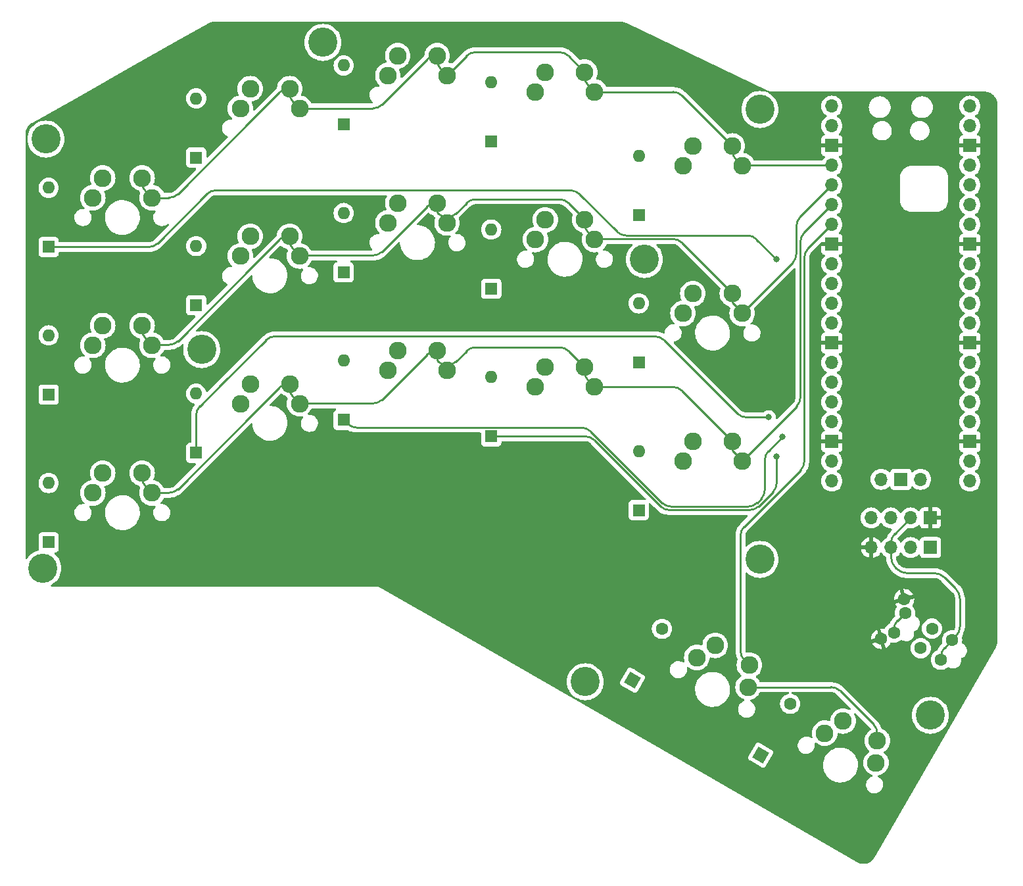
<source format=gbl>
G04 #@! TF.GenerationSoftware,KiCad,Pcbnew,7.0.10*
G04 #@! TF.CreationDate,2024-01-12T14:44:59+00:00*
G04 #@! TF.ProjectId,eobard,656f6261-7264-42e6-9b69-6361645f7063,0.2.7*
G04 #@! TF.SameCoordinates,Original*
G04 #@! TF.FileFunction,Copper,L2,Bot*
G04 #@! TF.FilePolarity,Positive*
%FSLAX46Y46*%
G04 Gerber Fmt 4.6, Leading zero omitted, Abs format (unit mm)*
G04 Created by KiCad (PCBNEW 7.0.10) date 2024-01-12 14:44:59*
%MOMM*%
%LPD*%
G01*
G04 APERTURE LIST*
G04 Aperture macros list*
%AMHorizOval*
0 Thick line with rounded ends*
0 $1 width*
0 $2 $3 position (X,Y) of the first rounded end (center of the circle)*
0 $4 $5 position (X,Y) of the second rounded end (center of the circle)*
0 Add line between two ends*
20,1,$1,$2,$3,$4,$5,0*
0 Add two circle primitives to create the rounded ends*
1,1,$1,$2,$3*
1,1,$1,$4,$5*%
%AMRotRect*
0 Rectangle, with rotation*
0 The origin of the aperture is its center*
0 $1 length*
0 $2 width*
0 $3 Rotation angle, in degrees counterclockwise*
0 Add horizontal line*
21,1,$1,$2,0,0,$3*%
G04 Aperture macros list end*
G04 #@! TA.AperFunction,ComponentPad*
%ADD10R,1.600000X1.600000*%
G04 #@! TD*
G04 #@! TA.AperFunction,ComponentPad*
%ADD11O,1.600000X1.600000*%
G04 #@! TD*
G04 #@! TA.AperFunction,ComponentPad*
%ADD12C,2.286000*%
G04 #@! TD*
G04 #@! TA.AperFunction,ComponentPad*
%ADD13R,1.700000X1.700000*%
G04 #@! TD*
G04 #@! TA.AperFunction,ComponentPad*
%ADD14O,1.700000X1.700000*%
G04 #@! TD*
G04 #@! TA.AperFunction,ComponentPad*
%ADD15C,1.600000*%
G04 #@! TD*
G04 #@! TA.AperFunction,ComponentPad*
%ADD16RotRect,1.600000X1.600000X60.000000*%
G04 #@! TD*
G04 #@! TA.AperFunction,ComponentPad*
%ADD17HorizOval,1.600000X0.000000X0.000000X0.000000X0.000000X0*%
G04 #@! TD*
G04 #@! TA.AperFunction,ViaPad*
%ADD18C,3.750000*%
G04 #@! TD*
G04 #@! TA.AperFunction,ViaPad*
%ADD19C,0.800000*%
G04 #@! TD*
G04 #@! TA.AperFunction,Conductor*
%ADD20C,0.250000*%
G04 #@! TD*
G04 APERTURE END LIST*
D10*
X157000000Y-82870000D03*
D11*
X157000000Y-75250000D03*
D10*
X138000000Y-92370000D03*
D11*
X138000000Y-84750000D03*
D12*
X105690000Y-50155000D03*
X106960000Y-47615000D03*
X112040000Y-47615000D03*
X113310000Y-50155000D03*
X124690000Y-64905000D03*
X125960000Y-62365000D03*
X131040000Y-62365000D03*
X132310000Y-64905000D03*
X105690000Y-69155000D03*
X106960000Y-66615000D03*
X112040000Y-66615000D03*
X113310000Y-69155000D03*
X162690000Y-95530000D03*
X163960000Y-92990000D03*
X169040000Y-92990000D03*
X170310000Y-95530000D03*
X143690000Y-86030000D03*
X144960000Y-83490000D03*
X150040000Y-83490000D03*
X151310000Y-86030000D03*
D10*
X119000000Y-71245000D03*
D11*
X119000000Y-63625000D03*
D10*
X100000000Y-56495000D03*
D11*
X100000000Y-48875000D03*
D12*
X143690000Y-48030000D03*
X144960000Y-45490000D03*
X150040000Y-45490000D03*
X151310000Y-48030000D03*
X143690000Y-67030000D03*
X144960000Y-64490000D03*
X150040000Y-64490000D03*
X151310000Y-67030000D03*
D10*
X119000000Y-90245000D03*
D11*
X119000000Y-82625000D03*
D10*
X138000000Y-54370000D03*
D11*
X138000000Y-46750000D03*
D13*
X194554000Y-102870000D03*
D14*
X192014000Y-102870000D03*
X189474000Y-102870000D03*
X186934000Y-102870000D03*
D12*
X180946443Y-130568295D03*
X183316295Y-129003591D03*
X187715705Y-131543591D03*
X187545557Y-134378295D03*
X86690000Y-61655000D03*
X87960000Y-59115000D03*
X93040000Y-59115000D03*
X94310000Y-61655000D03*
D14*
X181864000Y-49870000D03*
X181864000Y-52410000D03*
D13*
X181864000Y-54950000D03*
D14*
X181864000Y-57490000D03*
X181864000Y-60030000D03*
X181864000Y-62570000D03*
X181864000Y-65110000D03*
D13*
X181864000Y-67650000D03*
D14*
X181864000Y-70190000D03*
X181864000Y-72730000D03*
X181864000Y-75270000D03*
X181864000Y-77810000D03*
D13*
X181864000Y-80350000D03*
D14*
X181864000Y-82890000D03*
X181864000Y-85430000D03*
X181864000Y-87970000D03*
X181864000Y-90510000D03*
D13*
X181864000Y-93050000D03*
D14*
X181864000Y-95590000D03*
X181864000Y-98130000D03*
X199644000Y-98130000D03*
X199644000Y-95590000D03*
D13*
X199644000Y-93050000D03*
D14*
X199644000Y-90510000D03*
X199644000Y-87970000D03*
X199644000Y-85430000D03*
X199644000Y-82890000D03*
D13*
X199644000Y-80350000D03*
D14*
X199644000Y-77810000D03*
X199644000Y-75270000D03*
X199644000Y-72730000D03*
X199644000Y-70190000D03*
D13*
X199644000Y-67650000D03*
D14*
X199644000Y-65110000D03*
X199644000Y-62570000D03*
X199644000Y-60030000D03*
X199644000Y-57490000D03*
D13*
X199644000Y-54950000D03*
D14*
X199644000Y-52410000D03*
X199644000Y-49870000D03*
X188214000Y-97900000D03*
D13*
X190754000Y-97900000D03*
D14*
X193294000Y-97900000D03*
D10*
X119000000Y-52245000D03*
D11*
X119000000Y-44625000D03*
D12*
X86690000Y-80655000D03*
X87960000Y-78115000D03*
X93040000Y-78115000D03*
X94310000Y-80655000D03*
X105690000Y-88155000D03*
X106960000Y-85615000D03*
X112040000Y-85615000D03*
X113310000Y-88155000D03*
X162690000Y-76530000D03*
X163960000Y-73990000D03*
X169040000Y-73990000D03*
X170310000Y-76530000D03*
D10*
X81000000Y-67995000D03*
D11*
X81000000Y-60375000D03*
D10*
X81000000Y-86995000D03*
D11*
X81000000Y-79375000D03*
D12*
X124690000Y-83905000D03*
X125960000Y-81365000D03*
X131040000Y-81365000D03*
X132310000Y-83905000D03*
D10*
X100000000Y-75495000D03*
D11*
X100000000Y-67875000D03*
D15*
X193309924Y-119628000D03*
X189845822Y-117628000D03*
X195908000Y-121128000D03*
X191179797Y-113317488D03*
D10*
X157000000Y-101870000D03*
D11*
X157000000Y-94250000D03*
D10*
X138000000Y-73370000D03*
D11*
X138000000Y-65750000D03*
D12*
X164470443Y-120835295D03*
X166840295Y-119270591D03*
X171239705Y-121810591D03*
X171069557Y-124645295D03*
D10*
X157000000Y-82870000D03*
D11*
X157000000Y-75250000D03*
D10*
X81000000Y-105995000D03*
D11*
X81000000Y-98375000D03*
D12*
X86690000Y-99655000D03*
X87960000Y-97115000D03*
X93040000Y-97115000D03*
X94310000Y-99655000D03*
D10*
X157000000Y-63870000D03*
D11*
X157000000Y-56250000D03*
D12*
X124690000Y-45905000D03*
X125960000Y-43365000D03*
X131040000Y-43365000D03*
X132310000Y-45905000D03*
D10*
X100000000Y-94495000D03*
D11*
X100000000Y-86875000D03*
D16*
X172689000Y-133400557D03*
D17*
X176499000Y-126801443D03*
D16*
X156179000Y-123748557D03*
D17*
X159989000Y-117149443D03*
D12*
X162690000Y-57530000D03*
X163960000Y-54990000D03*
X169040000Y-54990000D03*
X170310000Y-57530000D03*
D10*
X138000000Y-73370000D03*
D11*
X138000000Y-65750000D03*
D16*
X172689000Y-133400557D03*
D17*
X176499000Y-126801443D03*
D10*
X157000000Y-63870000D03*
D11*
X157000000Y-56250000D03*
D16*
X156179000Y-123748557D03*
D17*
X159989000Y-117149443D03*
D10*
X81000000Y-67995000D03*
D11*
X81000000Y-60375000D03*
D10*
X119000000Y-52245000D03*
D11*
X119000000Y-44625000D03*
D10*
X81000000Y-105995000D03*
D11*
X81000000Y-98375000D03*
D10*
X100000000Y-75495000D03*
D11*
X100000000Y-67875000D03*
D10*
X138000000Y-54370000D03*
D11*
X138000000Y-46750000D03*
D10*
X119000000Y-90245000D03*
D11*
X119000000Y-82625000D03*
D10*
X81000000Y-86995000D03*
D11*
X81000000Y-79375000D03*
D13*
X194564000Y-106680000D03*
D14*
X192024000Y-106680000D03*
X189484000Y-106680000D03*
X186944000Y-106680000D03*
D10*
X157000000Y-101870000D03*
D11*
X157000000Y-94250000D03*
D10*
X100000000Y-56495000D03*
D11*
X100000000Y-48875000D03*
D10*
X138000000Y-92370000D03*
D11*
X138000000Y-84750000D03*
D10*
X119000000Y-71245000D03*
D11*
X119000000Y-63625000D03*
D10*
X100000000Y-94495000D03*
D11*
X100000000Y-86875000D03*
D15*
X194759924Y-117118000D03*
X191295822Y-115118000D03*
X197358000Y-118618000D03*
X188229797Y-118428512D03*
D18*
X172593000Y-108204000D03*
X100700000Y-81200000D03*
X194564000Y-128270000D03*
X150114000Y-123952000D03*
X172593000Y-50292000D03*
X80264000Y-109347000D03*
X157734000Y-69596000D03*
X80645000Y-54102000D03*
X116332000Y-41656000D03*
D19*
X174752000Y-69596000D03*
X173736000Y-89916000D03*
X175514000Y-92456000D03*
X174752000Y-94996000D03*
D20*
X149350558Y-61177558D02*
X154214442Y-66041442D01*
X102520884Y-60706000D02*
X138176000Y-60706000D01*
X101346000Y-61214000D02*
X101382442Y-61177558D01*
X81000000Y-67995000D02*
X93898116Y-67995000D01*
X95036558Y-67523442D02*
X101346000Y-61214000D01*
X138176000Y-60706000D02*
X148212116Y-60706000D01*
X155352884Y-66513000D02*
X171002116Y-66513000D01*
X172140558Y-66984558D02*
X174752000Y-69596000D01*
X102520884Y-60705989D02*
G75*
G03*
X101382442Y-61177558I16J-1610011D01*
G01*
X154214450Y-66041434D02*
G75*
G03*
X155352884Y-66513000I1138450J1138434D01*
G01*
X149350550Y-61177566D02*
G75*
G03*
X148212116Y-60706000I-1138450J-1138434D01*
G01*
X172140550Y-66984566D02*
G75*
G03*
X171002116Y-66513000I-1138450J-1138434D01*
G01*
X93898116Y-67995011D02*
G75*
G03*
X95036558Y-67523442I-16J1610011D01*
G01*
X170846884Y-89916000D02*
X173736000Y-89916000D01*
X100000000Y-94495000D02*
X100000000Y-89642884D01*
X160237558Y-79973558D02*
X169708442Y-89444442D01*
X100471558Y-88504442D02*
X103378000Y-85598000D01*
X103378000Y-85598000D02*
X109002442Y-79973558D01*
X144272000Y-79502000D02*
X159099116Y-79502000D01*
X110140884Y-79502000D02*
X144272000Y-79502000D01*
X160237550Y-79973566D02*
G75*
G03*
X159099116Y-79502000I-1138450J-1138434D01*
G01*
X169708450Y-89444434D02*
G75*
G03*
X170846884Y-89916000I1138450J1138434D01*
G01*
X100471566Y-88504450D02*
G75*
G03*
X100000000Y-89642884I1138434J-1138450D01*
G01*
X110140884Y-79501989D02*
G75*
G03*
X109002442Y-79973558I16J-1610011D01*
G01*
X150772954Y-91716558D02*
X159988838Y-100932442D01*
X173699558Y-94270442D02*
X175514000Y-92456000D01*
X172243162Y-100932442D02*
X172756442Y-100419162D01*
X173228000Y-99280720D02*
X173228000Y-95408884D01*
X120666884Y-91245000D02*
X149634512Y-91245000D01*
X119000000Y-90245000D02*
X119528442Y-90773442D01*
X161127280Y-101404000D02*
X171104720Y-101404000D01*
X171104720Y-101404014D02*
G75*
G03*
X172243162Y-100932442I-20J1610014D01*
G01*
X119528450Y-90773434D02*
G75*
G03*
X120666884Y-91245000I1138450J1138434D01*
G01*
X159988848Y-100932432D02*
G75*
G03*
X161127280Y-101404000I1138452J1138432D01*
G01*
X173699566Y-94270450D02*
G75*
G03*
X173228000Y-95408884I1138434J-1138450D01*
G01*
X172756432Y-100419152D02*
G75*
G03*
X173228000Y-99280720I-1138432J1138452D01*
G01*
X150772948Y-91716564D02*
G75*
G03*
X149634512Y-91245000I-1138448J-1138436D01*
G01*
X174752000Y-98393116D02*
X174752000Y-94996000D01*
X160940884Y-101854000D02*
X171291116Y-101854000D01*
X138000000Y-92370000D02*
X150123116Y-92370000D01*
X151261558Y-92841558D02*
X159802442Y-101382442D01*
X174280442Y-99531558D02*
X172429558Y-101382442D01*
X159802450Y-101382434D02*
G75*
G03*
X160940884Y-101854000I1138450J1138434D01*
G01*
X174280434Y-99531550D02*
G75*
G03*
X174752000Y-98393116I-1138434J1138450D01*
G01*
X151261550Y-92841566D02*
G75*
G03*
X150123116Y-92370000I-1138450J-1138434D01*
G01*
X171291116Y-101854011D02*
G75*
G03*
X172429558Y-101382442I-16J1610011D01*
G01*
X189845822Y-117628000D02*
X189845822Y-117234884D01*
X190317380Y-116096442D02*
X191295822Y-115118000D01*
X190317393Y-116096455D02*
G75*
G03*
X189845822Y-117234884I1138407J-1138445D01*
G01*
X196419787Y-110567787D02*
X197788214Y-111936214D01*
X189955558Y-104928442D02*
X192014000Y-102870000D01*
X198374000Y-113350427D02*
X198374000Y-116773573D01*
X195908000Y-121128000D02*
X195908000Y-120734884D01*
X189484000Y-106680000D02*
X189484000Y-107883573D01*
X189484000Y-106680000D02*
X189484000Y-106066884D01*
X197788213Y-118187787D02*
X197358000Y-118618000D01*
X191582427Y-109982000D02*
X195005573Y-109982000D01*
X196379558Y-119596442D02*
X197358000Y-118618000D01*
X190069787Y-109297787D02*
X190168214Y-109396214D01*
X196419801Y-110567773D02*
G75*
G03*
X195005573Y-109982000I-1414201J-1414227D01*
G01*
X198373980Y-113350427D02*
G75*
G03*
X197788213Y-111936215I-1999980J27D01*
G01*
X190168200Y-109396228D02*
G75*
G03*
X191582427Y-109982000I1414200J1414228D01*
G01*
X196379566Y-119596450D02*
G75*
G03*
X195908000Y-120734884I1138434J-1138450D01*
G01*
X197788227Y-118187801D02*
G75*
G03*
X198374000Y-116773573I-1414227J1414201D01*
G01*
X189484020Y-107883573D02*
G75*
G03*
X190069788Y-109297786I1999980J-27D01*
G01*
X189955566Y-104928450D02*
G75*
G03*
X189484000Y-106066884I1138434J-1138450D01*
G01*
X126131100Y-47467584D02*
X126131100Y-47463769D01*
X170350000Y-57490000D02*
X170310000Y-57530000D01*
X151310000Y-48030000D02*
X150511558Y-47231558D01*
X181864000Y-57490000D02*
X170350000Y-57490000D01*
X132310000Y-45905000D02*
X131511558Y-45106558D01*
X107616435Y-51228434D02*
X110758311Y-48086558D01*
X112040000Y-48218116D02*
X112040000Y-47615000D01*
X131040000Y-43968116D02*
X131040000Y-43365000D01*
X130896753Y-43365000D02*
X131040000Y-43365000D01*
X126131100Y-47463769D02*
X129758311Y-43836558D01*
X161413116Y-48030000D02*
X151310000Y-48030000D01*
X134817442Y-43397558D02*
X132310000Y-45905000D01*
X97665242Y-61183442D02*
X107616435Y-51232249D01*
X150040000Y-45490000D02*
X147947558Y-43397558D01*
X146809116Y-42926000D02*
X135955884Y-42926000D01*
X94310000Y-61655000D02*
X93511558Y-60856558D01*
X169040000Y-54990000D02*
X162551558Y-48501558D01*
X93040000Y-59718116D02*
X93040000Y-59115000D01*
X113310000Y-50155000D02*
X122776800Y-50155000D01*
X123915242Y-49683442D02*
X126131100Y-47467584D01*
X169040000Y-55593116D02*
X169040000Y-54990000D01*
X111896753Y-47615000D02*
X112040000Y-47615000D01*
X107616435Y-51232249D02*
X107616435Y-51228434D01*
X113310000Y-50155000D02*
X112511558Y-49356558D01*
X94310000Y-61655000D02*
X96526800Y-61655000D01*
X150040000Y-46093116D02*
X150040000Y-45490000D01*
X170310000Y-57530000D02*
X169511558Y-56731558D01*
X122776800Y-50155000D02*
G75*
G03*
X123915242Y-49683442I0J1610000D01*
G01*
X135955884Y-42925989D02*
G75*
G03*
X134817442Y-43397558I16J-1610011D01*
G01*
X112039989Y-48218116D02*
G75*
G03*
X112511558Y-49356558I1610011J16D01*
G01*
X111896753Y-47614967D02*
G75*
G03*
X110758311Y-48086558I47J-1610033D01*
G01*
X150039989Y-46093116D02*
G75*
G03*
X150511558Y-47231558I1610011J16D01*
G01*
X93039989Y-59718116D02*
G75*
G03*
X93511558Y-60856558I1610011J16D01*
G01*
X96526800Y-61655000D02*
G75*
G03*
X97665242Y-61183442I0J1610000D01*
G01*
X130896753Y-43364967D02*
G75*
G03*
X129758311Y-43836558I47J-1610033D01*
G01*
X147947550Y-43397566D02*
G75*
G03*
X146809116Y-42926000I-1138450J-1138434D01*
G01*
X131039989Y-43968116D02*
G75*
G03*
X131511558Y-45106558I1610011J16D01*
G01*
X162551550Y-48501566D02*
G75*
G03*
X161413116Y-48030000I-1138450J-1138434D01*
G01*
X169039989Y-55593116D02*
G75*
G03*
X169511558Y-56731558I1610011J16D01*
G01*
X150838758Y-66491442D02*
X150511874Y-66164558D01*
X130897069Y-62298000D02*
X131040316Y-62298000D01*
X126131416Y-66396769D02*
X129758627Y-62769558D01*
X168568758Y-73451442D02*
X162551874Y-67434558D01*
X126131416Y-66400584D02*
X126131416Y-66396769D01*
X111897069Y-66548000D02*
X112040316Y-66548000D01*
X107616751Y-70165249D02*
X107616751Y-70161434D01*
X170310000Y-76530000D02*
X176820442Y-70019558D01*
X131040316Y-63568000D02*
X131040316Y-62298000D01*
X112838758Y-68616442D02*
X112511874Y-68289558D01*
X169040316Y-75193000D02*
X169040316Y-74589884D01*
X94977200Y-80588000D02*
X96527116Y-80588000D01*
X170310316Y-76463000D02*
X169040316Y-75193000D01*
X177877787Y-64016213D02*
X181864000Y-60030000D01*
X146809432Y-61859000D02*
X135956200Y-61859000D01*
X177292000Y-68881116D02*
X177292000Y-65430427D01*
X93040316Y-78651116D02*
X93040316Y-78048000D01*
X150040316Y-65026116D02*
X150040316Y-64423000D01*
X150040316Y-64423000D02*
X147947874Y-62330558D01*
X134817758Y-62330558D02*
X133448758Y-63699558D01*
X97665558Y-80116442D02*
X107616751Y-70165249D01*
X161413432Y-66963000D02*
X151977200Y-66963000D01*
X113977200Y-69088000D02*
X122777116Y-69088000D01*
X123915558Y-68616442D02*
X126131416Y-66400584D01*
X131171874Y-63699558D02*
X131040316Y-63568000D01*
X107616751Y-70161434D02*
X110758627Y-67019558D01*
X112040316Y-67151116D02*
X112040316Y-66548000D01*
X93838758Y-80116442D02*
X93511874Y-79789558D01*
X135956200Y-61859000D02*
G75*
G03*
X134817758Y-62330558I0J-1610000D01*
G01*
X96527116Y-80588011D02*
G75*
G03*
X97665558Y-80116442I-16J1610011D01*
G01*
X162551858Y-67434574D02*
G75*
G03*
X161413432Y-66963000I-1138458J-1138426D01*
G01*
X177877773Y-64016199D02*
G75*
G03*
X177292000Y-65430427I1414227J-1414201D01*
G01*
X93838758Y-80116442D02*
G75*
G03*
X94977200Y-80588000I1138442J1138442D01*
G01*
X112838758Y-68616442D02*
G75*
G03*
X113977200Y-69088000I1138442J1138442D01*
G01*
X169040322Y-74589884D02*
G75*
G03*
X168568757Y-73451443I-1610022J-16D01*
G01*
X131171874Y-63699558D02*
G75*
G03*
X133448758Y-63699558I1138442J1138442D01*
G01*
X150838758Y-66491442D02*
G75*
G03*
X151977200Y-66963000I1138442J1138442D01*
G01*
X122777116Y-69088011D02*
G75*
G03*
X123915558Y-68616442I-16J1610011D01*
G01*
X111897069Y-66547978D02*
G75*
G03*
X110758627Y-67019558I31J-1610022D01*
G01*
X93040300Y-78651116D02*
G75*
G03*
X93511874Y-79789558I1610000J16D01*
G01*
X176820434Y-70019550D02*
G75*
G03*
X177292000Y-68881116I-1138434J1138450D01*
G01*
X147947858Y-62330574D02*
G75*
G03*
X146809432Y-61859000I-1138458J-1138426D01*
G01*
X112040300Y-67151116D02*
G75*
G03*
X112511874Y-68289558I1610000J16D01*
G01*
X130897069Y-62297978D02*
G75*
G03*
X129758627Y-62769558I31J-1610022D01*
G01*
X150040300Y-65026116D02*
G75*
G03*
X150511874Y-66164558I1610000J16D01*
G01*
X107616751Y-89215249D02*
X107616751Y-89211434D01*
X134817758Y-81380558D02*
X133448758Y-82749558D01*
X131171874Y-82749558D02*
X131040316Y-82618000D01*
X93838758Y-99166442D02*
X93511874Y-98839558D01*
X170310316Y-95513000D02*
X169040316Y-94243000D01*
X177800000Y-87373116D02*
X177800000Y-67462427D01*
X113977200Y-88138000D02*
X122777116Y-88138000D01*
X150838758Y-85541442D02*
X150511874Y-85214558D01*
X170310000Y-95530000D02*
X177328442Y-88511558D01*
X112040316Y-86201116D02*
X112040316Y-85598000D01*
X178385787Y-66048213D02*
X181864000Y-62570000D01*
X93040316Y-97701116D02*
X93040316Y-97098000D01*
X126131416Y-85446769D02*
X129758627Y-81819558D01*
X169040316Y-94243000D02*
X169040316Y-93639884D01*
X111897069Y-85598000D02*
X112040316Y-85598000D01*
X168568758Y-92501442D02*
X162551874Y-86484558D01*
X146809432Y-80909000D02*
X135956200Y-80909000D01*
X131040316Y-82618000D02*
X131040316Y-81348000D01*
X107616751Y-89211434D02*
X110758627Y-86069558D01*
X161413432Y-86013000D02*
X151977200Y-86013000D01*
X123915558Y-87666442D02*
X126131416Y-85450584D01*
X126131416Y-85450584D02*
X126131416Y-85446769D01*
X150040316Y-84076116D02*
X150040316Y-83473000D01*
X94977200Y-99638000D02*
X96527116Y-99638000D01*
X112838758Y-87666442D02*
X112511874Y-87339558D01*
X130897069Y-81348000D02*
X131040316Y-81348000D01*
X97665558Y-99166442D02*
X107616751Y-89215249D01*
X150040316Y-83473000D02*
X147947874Y-81380558D01*
X178385773Y-66048199D02*
G75*
G03*
X177800000Y-67462427I1414227J-1414201D01*
G01*
X131171874Y-82749558D02*
G75*
G03*
X133448758Y-82749558I1138442J1138442D01*
G01*
X135956200Y-80909000D02*
G75*
G03*
X134817758Y-81380558I0J-1610000D01*
G01*
X169040322Y-93639884D02*
G75*
G03*
X168568757Y-92501443I-1610022J-16D01*
G01*
X111897069Y-85597978D02*
G75*
G03*
X110758627Y-86069558I31J-1610022D01*
G01*
X147947858Y-81380574D02*
G75*
G03*
X146809432Y-80909000I-1138458J-1138426D01*
G01*
X177328434Y-88511550D02*
G75*
G03*
X177800000Y-87373116I-1138434J1138450D01*
G01*
X162551858Y-86484574D02*
G75*
G03*
X161413432Y-86013000I-1138458J-1138426D01*
G01*
X96527116Y-99638011D02*
G75*
G03*
X97665558Y-99166442I-16J1610011D01*
G01*
X93040300Y-97701116D02*
G75*
G03*
X93511874Y-98839558I1610000J16D01*
G01*
X122777116Y-88138011D02*
G75*
G03*
X123915558Y-87666442I-16J1610011D01*
G01*
X112040300Y-86201116D02*
G75*
G03*
X112511874Y-87339558I1610000J16D01*
G01*
X112838758Y-87666442D02*
G75*
G03*
X113977200Y-88138000I1138442J1138442D01*
G01*
X130897069Y-81347978D02*
G75*
G03*
X129758627Y-81819558I31J-1610022D01*
G01*
X93838758Y-99166442D02*
G75*
G03*
X94977200Y-99638000I1138442J1138442D01*
G01*
X150838758Y-85541442D02*
G75*
G03*
X151977200Y-86013000I1138442J1138442D01*
G01*
X150040300Y-84076116D02*
G75*
G03*
X150511874Y-85214558I1610000J16D01*
G01*
X170096705Y-120000707D02*
X170096705Y-105144179D01*
X178893787Y-68080213D02*
X181864000Y-65110000D01*
X182905413Y-125116853D02*
X187244147Y-129455587D01*
X171069557Y-124645295D02*
X181766971Y-124645295D01*
X170568263Y-104005737D02*
X177836442Y-96737558D01*
X187715705Y-130594029D02*
X187715705Y-131543591D01*
X178308000Y-95599116D02*
X178308000Y-69494427D01*
X171239705Y-121810591D02*
X170568263Y-121139149D01*
X170568275Y-104005749D02*
G75*
G03*
X170096705Y-105144179I1138425J-1138451D01*
G01*
X178893773Y-68080199D02*
G75*
G03*
X178308000Y-69494427I1414227J-1414201D01*
G01*
X182905428Y-125116838D02*
G75*
G03*
X181766971Y-124645295I-1138428J-1138462D01*
G01*
X187715683Y-130594029D02*
G75*
G03*
X187244147Y-129455587I-1609983J29D01*
G01*
X177836434Y-96737550D02*
G75*
G03*
X178308000Y-95599116I-1138434J1138450D01*
G01*
X170096699Y-120000707D02*
G75*
G03*
X170568263Y-121139149I1610001J7D01*
G01*
G04 #@! TA.AperFunction,Conductor*
G36*
X154641001Y-39000690D02*
G01*
X154645829Y-39000957D01*
X154663531Y-39001938D01*
X154665640Y-39002073D01*
X154839473Y-39014919D01*
X154850761Y-39016279D01*
X154918619Y-39027653D01*
X154925327Y-39028970D01*
X155055065Y-39058177D01*
X155061705Y-39059866D01*
X155127846Y-39078655D01*
X155138667Y-39082276D01*
X155300738Y-39144962D01*
X155302862Y-39145807D01*
X155324214Y-39154521D01*
X155330510Y-39157297D01*
X155389339Y-39185212D01*
X155389397Y-39185223D01*
X173662172Y-47851081D01*
X173662303Y-47851144D01*
X173662409Y-47851194D01*
X173662410Y-47851194D01*
X173666371Y-47853062D01*
X173742962Y-47889366D01*
X173911684Y-47947563D01*
X174085803Y-47986761D01*
X174263187Y-48006480D01*
X174327674Y-48006493D01*
X174327704Y-48006500D01*
X174352326Y-48006500D01*
X174352425Y-48006500D01*
X174352925Y-48006500D01*
X201585574Y-48006500D01*
X201594417Y-48006815D01*
X201659321Y-48011457D01*
X201659833Y-48011496D01*
X201818918Y-48024016D01*
X201835533Y-48026466D01*
X201930254Y-48047071D01*
X201932699Y-48047630D01*
X202055112Y-48077019D01*
X202069494Y-48081410D01*
X202166306Y-48117519D01*
X202170414Y-48119136D01*
X202183195Y-48124430D01*
X202280699Y-48164817D01*
X202292645Y-48170531D01*
X202385583Y-48221279D01*
X202390824Y-48224314D01*
X202490630Y-48285475D01*
X202500118Y-48291913D01*
X202585699Y-48355978D01*
X202591884Y-48360927D01*
X202680156Y-48436318D01*
X202687292Y-48442915D01*
X202763083Y-48518706D01*
X202769683Y-48525845D01*
X202845066Y-48614108D01*
X202850026Y-48620308D01*
X202914063Y-48705851D01*
X202914077Y-48705869D01*
X202920530Y-48715379D01*
X202981670Y-48815150D01*
X202984734Y-48820441D01*
X203035459Y-48913339D01*
X203041183Y-48925303D01*
X203086862Y-49035584D01*
X203088483Y-49039703D01*
X203124588Y-49136505D01*
X203128980Y-49150890D01*
X203158347Y-49273210D01*
X203158939Y-49275800D01*
X203179531Y-49370461D01*
X203181983Y-49387090D01*
X203194489Y-49545986D01*
X203194555Y-49546868D01*
X203199184Y-49611582D01*
X203199500Y-49620429D01*
X203199500Y-118689864D01*
X203199233Y-118697995D01*
X203198097Y-118715281D01*
X203197890Y-118717983D01*
X203178884Y-118934705D01*
X203176968Y-118948098D01*
X203162188Y-119022290D01*
X203160341Y-119030200D01*
X203117709Y-119189078D01*
X203115347Y-119196855D01*
X203091008Y-119268447D01*
X203085959Y-119281004D01*
X202993532Y-119478914D01*
X202992360Y-119481352D01*
X202985196Y-119495858D01*
X202981355Y-119503032D01*
X187306541Y-146604505D01*
X187301842Y-146612000D01*
X187264119Y-146667649D01*
X187263635Y-146668358D01*
X187174964Y-146797236D01*
X187164515Y-146810412D01*
X187097385Y-146884174D01*
X187095578Y-146886117D01*
X187011118Y-146975022D01*
X187000127Y-146985270D01*
X186918967Y-147052223D01*
X186915507Y-147054974D01*
X186822517Y-147126272D01*
X186811578Y-147133766D01*
X186719953Y-147189581D01*
X186714587Y-147192669D01*
X186613376Y-147247594D01*
X186603032Y-147252602D01*
X186503569Y-147295181D01*
X186496156Y-147298076D01*
X186388323Y-147336256D01*
X186379035Y-147339140D01*
X186274283Y-147367213D01*
X186264795Y-147369361D01*
X186152318Y-147390221D01*
X186144450Y-147391420D01*
X186037044Y-147404281D01*
X186025584Y-147405118D01*
X185910450Y-147408167D01*
X185904257Y-147408176D01*
X185797002Y-147405658D01*
X185783783Y-147404639D01*
X185747471Y-147399875D01*
X185667556Y-147389390D01*
X185663217Y-147388742D01*
X185559466Y-147371347D01*
X185544825Y-147367969D01*
X185427208Y-147333208D01*
X185424688Y-147332434D01*
X185396640Y-147323488D01*
X185329643Y-147302118D01*
X185314029Y-147295944D01*
X185177557Y-147230981D01*
X185176760Y-147230598D01*
X185110877Y-147198658D01*
X185103063Y-147194520D01*
X161650444Y-133681344D01*
X171090675Y-133681344D01*
X171107763Y-133824250D01*
X171107764Y-133824253D01*
X171164415Y-133956547D01*
X171164416Y-133956548D01*
X171164417Y-133956550D01*
X171256051Y-134067531D01*
X171256052Y-134067531D01*
X171256054Y-134067534D01*
X171304465Y-134102884D01*
X171304473Y-134102889D01*
X171334803Y-134120400D01*
X172773029Y-134950758D01*
X172827858Y-134975014D01*
X172969787Y-134998881D01*
X173112691Y-134981794D01*
X173244993Y-134925140D01*
X173355974Y-134833506D01*
X173391330Y-134785087D01*
X173412646Y-134748167D01*
X180727833Y-134748167D01*
X180757910Y-135047142D01*
X180757911Y-135047149D01*
X180827568Y-135339441D01*
X180827571Y-135339453D01*
X180935566Y-135619853D01*
X180935573Y-135619868D01*
X181079979Y-135883375D01*
X181079983Y-135883381D01*
X181171296Y-136007312D01*
X181258223Y-136125290D01*
X181366050Y-136236782D01*
X181467120Y-136341288D01*
X181467127Y-136341294D01*
X181469674Y-136343305D01*
X181702946Y-136527518D01*
X181961487Y-136680652D01*
X182238133Y-136797960D01*
X182238136Y-136797960D01*
X182238139Y-136797962D01*
X182383039Y-136837654D01*
X182527946Y-136877348D01*
X182825755Y-136917400D01*
X182825760Y-136917400D01*
X183051041Y-136917400D01*
X183214513Y-136906456D01*
X183275819Y-136902352D01*
X183570287Y-136842499D01*
X183854151Y-136743931D01*
X184122343Y-136608407D01*
X184370080Y-136438346D01*
X184592939Y-136236782D01*
X184786943Y-136007312D01*
X184948631Y-135754032D01*
X185075118Y-135481460D01*
X185164146Y-135194462D01*
X185214126Y-134898158D01*
X185224167Y-134597836D01*
X185194089Y-134298855D01*
X185124430Y-134006551D01*
X185016431Y-133726140D01*
X184872021Y-133462625D01*
X184693777Y-133220710D01*
X184484879Y-133004711D01*
X184484872Y-133004705D01*
X184298519Y-132857544D01*
X184249054Y-132818482D01*
X183990513Y-132665348D01*
X183713867Y-132548040D01*
X183713860Y-132548037D01*
X183424059Y-132468653D01*
X183424056Y-132468652D01*
X183424054Y-132468652D01*
X183126245Y-132428600D01*
X182900967Y-132428600D01*
X182900959Y-132428600D01*
X182676183Y-132443647D01*
X182676174Y-132443649D01*
X182381710Y-132503501D01*
X182097847Y-132602069D01*
X182097844Y-132602071D01*
X181829662Y-132737589D01*
X181581918Y-132907655D01*
X181359062Y-133109216D01*
X181165058Y-133338686D01*
X181165056Y-133338688D01*
X181003366Y-133591972D01*
X180895577Y-133824253D01*
X180876882Y-133864540D01*
X180875541Y-133868864D01*
X180787854Y-134151535D01*
X180737874Y-134447842D01*
X180727833Y-134748167D01*
X173412646Y-134748167D01*
X174239201Y-133316528D01*
X174263457Y-133261699D01*
X174287324Y-133119770D01*
X174270237Y-132976866D01*
X174270236Y-132976863D01*
X174270235Y-132976860D01*
X174213584Y-132844566D01*
X174213583Y-132844565D01*
X174213583Y-132844564D01*
X174121949Y-132733583D01*
X174121947Y-132733581D01*
X174121945Y-132733579D01*
X174073534Y-132698229D01*
X174073526Y-132698224D01*
X173185705Y-132185642D01*
X172604971Y-131850356D01*
X172550142Y-131826100D01*
X172550140Y-131826099D01*
X172550139Y-131826099D01*
X172408214Y-131802233D01*
X172408212Y-131802232D01*
X172265306Y-131819320D01*
X172265303Y-131819321D01*
X172133009Y-131875972D01*
X172022022Y-131967611D01*
X171986672Y-132016022D01*
X171986667Y-132016030D01*
X171138799Y-133484586D01*
X171114542Y-133539417D01*
X171090676Y-133681342D01*
X171090675Y-133681344D01*
X161650444Y-133681344D01*
X144764806Y-123952000D01*
X147733403Y-123952000D01*
X147748785Y-124186695D01*
X147753769Y-124262728D01*
X147753770Y-124262740D01*
X147814518Y-124568136D01*
X147814523Y-124568156D01*
X147914611Y-124863007D01*
X147914615Y-124863017D01*
X148052337Y-125142289D01*
X148052346Y-125142304D01*
X148067616Y-125165157D01*
X148225345Y-125401216D01*
X148430664Y-125635336D01*
X148664784Y-125840655D01*
X148923701Y-126013657D01*
X148923704Y-126013658D01*
X148923710Y-126013662D01*
X149202982Y-126151384D01*
X149202992Y-126151388D01*
X149497843Y-126251476D01*
X149497847Y-126251477D01*
X149497856Y-126251480D01*
X149612640Y-126274312D01*
X149803259Y-126312229D01*
X149803260Y-126312229D01*
X149803270Y-126312231D01*
X150114000Y-126332597D01*
X150424730Y-126312231D01*
X150730144Y-126251480D01*
X150733317Y-126250403D01*
X151025007Y-126151388D01*
X151025017Y-126151384D01*
X151304289Y-126013662D01*
X151304289Y-126013661D01*
X151304299Y-126013657D01*
X151563216Y-125840655D01*
X151797336Y-125635336D01*
X152002655Y-125401216D01*
X152175657Y-125142299D01*
X152313385Y-124863015D01*
X152356729Y-124735329D01*
X152413476Y-124568156D01*
X152413476Y-124568155D01*
X152413480Y-124568144D01*
X152474231Y-124262730D01*
X152489528Y-124029344D01*
X154580675Y-124029344D01*
X154597763Y-124172250D01*
X154597764Y-124172253D01*
X154654415Y-124304547D01*
X154654416Y-124304548D01*
X154654417Y-124304550D01*
X154746051Y-124415531D01*
X154746052Y-124415531D01*
X154746054Y-124415534D01*
X154794465Y-124450884D01*
X154794473Y-124450889D01*
X154997586Y-124568156D01*
X156263029Y-125298758D01*
X156317858Y-125323014D01*
X156459787Y-125346881D01*
X156602691Y-125329794D01*
X156734993Y-125273140D01*
X156845974Y-125181506D01*
X156881330Y-125133087D01*
X156949411Y-125015167D01*
X164251833Y-125015167D01*
X164281910Y-125314142D01*
X164281911Y-125314149D01*
X164351568Y-125606441D01*
X164351571Y-125606453D01*
X164459566Y-125886853D01*
X164459573Y-125886868D01*
X164603979Y-126150375D01*
X164603983Y-126150381D01*
X164695296Y-126274312D01*
X164782223Y-126392290D01*
X164970207Y-126586664D01*
X164991120Y-126608288D01*
X164991127Y-126608294D01*
X164993674Y-126610305D01*
X165226946Y-126794518D01*
X165485487Y-126947652D01*
X165762133Y-127064960D01*
X165762136Y-127064960D01*
X165762139Y-127064962D01*
X165907039Y-127104654D01*
X166051946Y-127144348D01*
X166349755Y-127184400D01*
X166349760Y-127184400D01*
X166575041Y-127184400D01*
X166738513Y-127173456D01*
X166799819Y-127169352D01*
X167094287Y-127109499D01*
X167378151Y-127010931D01*
X167646343Y-126875407D01*
X167894080Y-126705346D01*
X168116939Y-126503782D01*
X168310943Y-126274312D01*
X168472631Y-126021032D01*
X168599118Y-125748460D01*
X168688146Y-125461462D01*
X168738126Y-125165158D01*
X168748167Y-124864836D01*
X168718089Y-124565855D01*
X168648430Y-124273551D01*
X168540431Y-123993140D01*
X168396021Y-123729625D01*
X168217777Y-123487710D01*
X168008879Y-123271711D01*
X168008872Y-123271705D01*
X167822519Y-123124544D01*
X167773054Y-123085482D01*
X167514513Y-122932348D01*
X167237867Y-122815040D01*
X167237860Y-122815037D01*
X166948059Y-122735653D01*
X166948056Y-122735652D01*
X166948054Y-122735652D01*
X166650245Y-122695600D01*
X166424967Y-122695600D01*
X166424959Y-122695600D01*
X166200183Y-122710647D01*
X166200174Y-122710649D01*
X165905710Y-122770501D01*
X165621847Y-122869069D01*
X165621844Y-122869071D01*
X165353662Y-123004589D01*
X165105918Y-123174655D01*
X164883062Y-123376216D01*
X164689058Y-123605686D01*
X164689056Y-123605688D01*
X164527366Y-123858972D01*
X164400886Y-124131531D01*
X164400882Y-124131540D01*
X164388254Y-124172250D01*
X164311854Y-124418535D01*
X164261874Y-124714842D01*
X164251833Y-125015167D01*
X156949411Y-125015167D01*
X157729201Y-123664528D01*
X157753457Y-123609699D01*
X157777324Y-123467770D01*
X157776585Y-123461593D01*
X157772468Y-123427156D01*
X157760237Y-123324866D01*
X157760236Y-123324863D01*
X157760235Y-123324860D01*
X157703584Y-123192566D01*
X157703583Y-123192565D01*
X157703583Y-123192564D01*
X157611949Y-123081583D01*
X157611947Y-123081581D01*
X157611945Y-123081579D01*
X157563534Y-123046229D01*
X157563526Y-123046224D01*
X156719682Y-122559032D01*
X156353046Y-122347355D01*
X160995434Y-122347355D01*
X161005443Y-122557459D01*
X161055033Y-122761871D01*
X161109820Y-122881839D01*
X161142411Y-122953204D01*
X161142415Y-122953210D01*
X161264417Y-123124539D01*
X161264423Y-123124545D01*
X161285165Y-123144322D01*
X161416654Y-123269697D01*
X161593605Y-123383416D01*
X161788879Y-123461593D01*
X161917675Y-123486416D01*
X161995419Y-123501400D01*
X161995420Y-123501400D01*
X162153052Y-123501400D01*
X162153059Y-123501400D01*
X162309980Y-123486416D01*
X162511802Y-123427156D01*
X162698761Y-123330771D01*
X162864101Y-123200747D01*
X163001846Y-123041781D01*
X163107017Y-122859619D01*
X163175813Y-122660846D01*
X163205748Y-122452645D01*
X163195739Y-122242541D01*
X163183690Y-122192874D01*
X163187013Y-122123086D01*
X163227541Y-122066171D01*
X163292406Y-122040203D01*
X163361013Y-122053425D01*
X163384726Y-122069351D01*
X163501428Y-122169024D01*
X163501430Y-122169025D01*
X163501431Y-122169026D01*
X163509711Y-122174100D01*
X163722001Y-122304192D01*
X163760245Y-122320033D01*
X163961003Y-122403190D01*
X164212548Y-122463580D01*
X164470443Y-122483877D01*
X164728338Y-122463580D01*
X164979883Y-122403190D01*
X165218884Y-122304192D01*
X165439455Y-122169026D01*
X165636167Y-122001019D01*
X165804174Y-121804307D01*
X165939340Y-121583736D01*
X166038338Y-121344735D01*
X166098728Y-121093190D01*
X166112078Y-120923555D01*
X166136962Y-120858269D01*
X166193193Y-120816798D01*
X166262919Y-120812311D01*
X166283145Y-120818723D01*
X166330855Y-120838486D01*
X166582400Y-120898876D01*
X166840295Y-120919173D01*
X167098190Y-120898876D01*
X167349735Y-120838486D01*
X167588736Y-120739488D01*
X167809307Y-120604322D01*
X168006019Y-120436315D01*
X168174026Y-120239603D01*
X168309192Y-120019032D01*
X168408190Y-119780031D01*
X168468580Y-119528486D01*
X168488877Y-119270591D01*
X168468580Y-119012696D01*
X168408190Y-118761151D01*
X168309192Y-118522150D01*
X168309192Y-118522149D01*
X168174027Y-118301581D01*
X168174024Y-118301576D01*
X168078282Y-118189477D01*
X168006019Y-118104867D01*
X167898476Y-118013017D01*
X167809309Y-117936861D01*
X167809304Y-117936858D01*
X167588736Y-117801693D01*
X167349737Y-117702697D01*
X167349739Y-117702697D01*
X167349735Y-117702696D01*
X167349731Y-117702695D01*
X167349725Y-117702693D01*
X167098193Y-117642306D01*
X166840295Y-117622009D01*
X166582396Y-117642306D01*
X166330864Y-117702693D01*
X166330852Y-117702697D01*
X166091853Y-117801693D01*
X165871285Y-117936858D01*
X165871280Y-117936861D01*
X165674571Y-118104867D01*
X165506565Y-118301576D01*
X165506562Y-118301581D01*
X165371397Y-118522149D01*
X165272401Y-118761148D01*
X165272397Y-118761160D01*
X165228233Y-118945120D01*
X165212010Y-119012696D01*
X165207622Y-119068449D01*
X165198659Y-119182329D01*
X165173774Y-119247617D01*
X165117543Y-119289088D01*
X165047817Y-119293574D01*
X165027589Y-119287160D01*
X164979890Y-119267403D01*
X164979891Y-119267403D01*
X164979883Y-119267400D01*
X164979878Y-119267398D01*
X164979873Y-119267397D01*
X164728341Y-119207010D01*
X164470443Y-119186713D01*
X164212544Y-119207010D01*
X163961012Y-119267397D01*
X163961000Y-119267401D01*
X163722001Y-119366397D01*
X163501433Y-119501562D01*
X163501428Y-119501565D01*
X163304719Y-119669571D01*
X163136713Y-119866280D01*
X163136710Y-119866285D01*
X163001545Y-120086853D01*
X162902549Y-120325852D01*
X162902545Y-120325864D01*
X162842158Y-120577396D01*
X162821861Y-120835295D01*
X162842158Y-121093193D01*
X162903685Y-121349472D01*
X162902655Y-121349719D01*
X162904505Y-121414460D01*
X162868425Y-121474293D01*
X162805724Y-121505121D01*
X162736310Y-121497156D01*
X162717543Y-121487254D01*
X162607577Y-121416584D01*
X162602272Y-121414460D01*
X162412312Y-121338410D01*
X162412305Y-121338407D01*
X162412303Y-121338407D01*
X162412300Y-121338406D01*
X162412299Y-121338406D01*
X162205763Y-121298600D01*
X162205762Y-121298600D01*
X162048123Y-121298600D01*
X161891202Y-121313584D01*
X161891198Y-121313585D01*
X161689382Y-121372843D01*
X161502422Y-121469228D01*
X161337081Y-121599252D01*
X161337080Y-121599253D01*
X161199340Y-121758214D01*
X161199331Y-121758225D01*
X161094165Y-121940379D01*
X161025370Y-122139148D01*
X161025369Y-122139153D01*
X161025369Y-122139154D01*
X160995434Y-122347355D01*
X156353046Y-122347355D01*
X156094971Y-122198356D01*
X156040142Y-122174100D01*
X156040140Y-122174099D01*
X156040139Y-122174099D01*
X155898214Y-122150233D01*
X155898212Y-122150232D01*
X155755306Y-122167320D01*
X155755303Y-122167321D01*
X155623009Y-122223972D01*
X155512022Y-122315611D01*
X155476672Y-122364022D01*
X155476667Y-122364030D01*
X154628799Y-123832586D01*
X154604542Y-123887417D01*
X154580676Y-124029342D01*
X154580675Y-124029344D01*
X152489528Y-124029344D01*
X152494597Y-123952000D01*
X152474231Y-123641270D01*
X152413480Y-123335856D01*
X152410553Y-123327233D01*
X152313388Y-123040992D01*
X152313384Y-123040983D01*
X152175662Y-122761711D01*
X152175649Y-122761689D01*
X152002656Y-122502785D01*
X151924471Y-122413633D01*
X151797336Y-122268664D01*
X151563216Y-122063345D01*
X151380297Y-121941123D01*
X151304304Y-121890346D01*
X151304289Y-121890337D01*
X151025017Y-121752615D01*
X151025007Y-121752611D01*
X150730156Y-121652523D01*
X150730136Y-121652518D01*
X150424740Y-121591770D01*
X150424731Y-121591769D01*
X150424730Y-121591769D01*
X150114000Y-121571403D01*
X149803270Y-121591769D01*
X149803269Y-121591769D01*
X149803259Y-121591770D01*
X149497863Y-121652518D01*
X149497843Y-121652523D01*
X149202992Y-121752611D01*
X149202983Y-121752615D01*
X148923711Y-121890337D01*
X148923689Y-121890350D01*
X148664785Y-122063343D01*
X148430664Y-122268664D01*
X148225343Y-122502785D01*
X148052350Y-122761689D01*
X148052337Y-122761711D01*
X147914615Y-123040983D01*
X147914611Y-123040992D01*
X147814523Y-123335843D01*
X147814518Y-123335863D01*
X147753770Y-123641259D01*
X147753769Y-123641269D01*
X147753769Y-123641270D01*
X147733403Y-123952000D01*
X144764806Y-123952000D01*
X132958717Y-117149444D01*
X158683532Y-117149444D01*
X158703364Y-117376129D01*
X158703366Y-117376140D01*
X158762258Y-117595931D01*
X158762261Y-117595940D01*
X158858431Y-117802175D01*
X158858432Y-117802177D01*
X158988954Y-117988584D01*
X159149858Y-118149488D01*
X159196693Y-118182282D01*
X159336266Y-118280011D01*
X159542504Y-118376182D01*
X159762308Y-118435078D01*
X159924230Y-118449244D01*
X159988998Y-118454911D01*
X159989000Y-118454911D01*
X159989002Y-118454911D01*
X160045673Y-118449952D01*
X160215692Y-118435078D01*
X160435496Y-118376182D01*
X160641734Y-118280011D01*
X160828139Y-118149490D01*
X160989047Y-117988582D01*
X161119568Y-117802177D01*
X161215739Y-117595939D01*
X161274635Y-117376135D01*
X161294468Y-117149443D01*
X161292708Y-117129331D01*
X161279618Y-116979706D01*
X161274635Y-116922751D01*
X161215739Y-116702947D01*
X161119568Y-116496709D01*
X160989047Y-116310304D01*
X160989045Y-116310301D01*
X160828141Y-116149397D01*
X160641734Y-116018875D01*
X160641732Y-116018874D01*
X160435497Y-115922704D01*
X160435488Y-115922701D01*
X160215697Y-115863809D01*
X160215693Y-115863808D01*
X160215692Y-115863808D01*
X160215691Y-115863807D01*
X160215686Y-115863807D01*
X159989002Y-115843975D01*
X159988998Y-115843975D01*
X159762313Y-115863807D01*
X159762302Y-115863809D01*
X159542511Y-115922701D01*
X159542502Y-115922704D01*
X159336267Y-116018874D01*
X159336265Y-116018875D01*
X159149858Y-116149397D01*
X158988954Y-116310301D01*
X158858432Y-116496708D01*
X158858431Y-116496710D01*
X158762261Y-116702945D01*
X158762258Y-116702954D01*
X158703366Y-116922745D01*
X158703364Y-116922756D01*
X158683532Y-117149441D01*
X158683532Y-117149444D01*
X132958717Y-117149444D01*
X123917290Y-111939860D01*
X123917244Y-111939812D01*
X123782091Y-111861923D01*
X123782088Y-111861922D01*
X123587323Y-111781403D01*
X123587322Y-111781402D01*
X123383713Y-111726945D01*
X123383710Y-111726944D01*
X123174736Y-111699484D01*
X123069353Y-111699500D01*
X81396336Y-111699500D01*
X81329297Y-111679815D01*
X81283542Y-111627011D01*
X81273598Y-111557853D01*
X81302623Y-111494297D01*
X81341492Y-111464288D01*
X81454289Y-111408662D01*
X81454289Y-111408661D01*
X81454299Y-111408657D01*
X81713216Y-111235655D01*
X81947336Y-111030336D01*
X82152655Y-110796216D01*
X82325657Y-110537299D01*
X82463385Y-110258015D01*
X82481319Y-110205185D01*
X82563476Y-109963156D01*
X82563476Y-109963155D01*
X82563480Y-109963144D01*
X82624231Y-109657730D01*
X82644597Y-109347000D01*
X82624231Y-109036270D01*
X82563480Y-108730856D01*
X82559904Y-108720320D01*
X82463388Y-108435992D01*
X82463384Y-108435983D01*
X82325662Y-108156711D01*
X82325649Y-108156689D01*
X82152656Y-107897785D01*
X82114285Y-107854032D01*
X81947336Y-107663664D01*
X81819327Y-107551402D01*
X81774893Y-107512434D01*
X81737469Y-107453432D01*
X81737885Y-107383563D01*
X81776009Y-107325011D01*
X81839736Y-107296365D01*
X81844576Y-107295904D01*
X81844571Y-107295854D01*
X81907483Y-107289091D01*
X82042328Y-107238797D01*
X82042327Y-107238797D01*
X82042331Y-107238796D01*
X82157546Y-107152546D01*
X82243796Y-107037331D01*
X82294091Y-106902483D01*
X82300500Y-106842873D01*
X82300499Y-105147128D01*
X82294091Y-105087517D01*
X82285752Y-105065160D01*
X82243797Y-104952671D01*
X82243793Y-104952664D01*
X82157547Y-104837455D01*
X82157544Y-104837452D01*
X82042335Y-104751206D01*
X82042328Y-104751202D01*
X81907482Y-104700908D01*
X81907483Y-104700908D01*
X81847883Y-104694501D01*
X81847881Y-104694500D01*
X81847873Y-104694500D01*
X81847864Y-104694500D01*
X80152129Y-104694500D01*
X80152123Y-104694501D01*
X80092516Y-104700908D01*
X79957671Y-104751202D01*
X79957664Y-104751206D01*
X79842455Y-104837452D01*
X79842452Y-104837455D01*
X79756206Y-104952664D01*
X79756202Y-104952671D01*
X79705908Y-105087517D01*
X79699816Y-105144187D01*
X79699501Y-105147123D01*
X79699500Y-105147135D01*
X79699500Y-106842870D01*
X79699501Y-106842876D01*
X79705908Y-106902481D01*
X79707403Y-106908805D01*
X79703663Y-106978574D01*
X79662796Y-107035246D01*
X79626584Y-107054740D01*
X79352992Y-107147611D01*
X79352983Y-107147615D01*
X79073711Y-107285337D01*
X79073689Y-107285350D01*
X78814785Y-107458343D01*
X78580664Y-107663664D01*
X78375343Y-107897785D01*
X78227602Y-108118897D01*
X78173990Y-108163703D01*
X78104665Y-108172410D01*
X78041638Y-108142256D01*
X78004918Y-108082813D01*
X78000500Y-108050007D01*
X78000500Y-102142355D01*
X84314843Y-102142355D01*
X84324852Y-102352459D01*
X84374442Y-102556871D01*
X84403272Y-102620000D01*
X84461820Y-102748204D01*
X84461824Y-102748210D01*
X84583826Y-102919539D01*
X84583831Y-102919544D01*
X84736063Y-103064697D01*
X84913014Y-103178416D01*
X85108288Y-103256593D01*
X85237084Y-103281416D01*
X85314828Y-103296400D01*
X85314829Y-103296400D01*
X85472461Y-103296400D01*
X85472468Y-103296400D01*
X85629389Y-103281416D01*
X85831211Y-103222156D01*
X86018170Y-103125771D01*
X86183510Y-102995747D01*
X86321255Y-102836781D01*
X86426426Y-102654619D01*
X86495222Y-102455846D01*
X86521919Y-102270167D01*
X88251833Y-102270167D01*
X88281910Y-102569142D01*
X88281911Y-102569149D01*
X88351568Y-102861441D01*
X88351571Y-102861453D01*
X88459566Y-103141853D01*
X88459573Y-103141868D01*
X88603979Y-103405375D01*
X88603983Y-103405381D01*
X88695296Y-103529312D01*
X88782223Y-103647290D01*
X88956385Y-103827372D01*
X88991120Y-103863288D01*
X88991127Y-103863294D01*
X89048366Y-103908495D01*
X89226946Y-104049518D01*
X89485487Y-104202652D01*
X89762133Y-104319960D01*
X89762136Y-104319960D01*
X89762139Y-104319962D01*
X89907039Y-104359654D01*
X90051946Y-104399348D01*
X90349755Y-104439400D01*
X90349760Y-104439400D01*
X90575041Y-104439400D01*
X90738513Y-104428456D01*
X90799819Y-104424352D01*
X91094287Y-104364499D01*
X91378151Y-104265931D01*
X91646343Y-104130407D01*
X91894080Y-103960346D01*
X92116939Y-103758782D01*
X92310943Y-103529312D01*
X92472631Y-103276032D01*
X92599118Y-103003460D01*
X92688146Y-102716462D01*
X92738126Y-102420158D01*
X92748167Y-102119836D01*
X92718089Y-101820855D01*
X92707855Y-101777913D01*
X92682981Y-101673535D01*
X92648430Y-101528551D01*
X92540431Y-101248140D01*
X92396021Y-100984625D01*
X92390233Y-100976770D01*
X92304702Y-100860686D01*
X92217777Y-100742710D01*
X92008879Y-100526711D01*
X92008872Y-100526705D01*
X91773055Y-100340483D01*
X91773056Y-100340483D01*
X91773054Y-100340482D01*
X91514513Y-100187348D01*
X91237867Y-100070040D01*
X91237860Y-100070037D01*
X90948059Y-99990653D01*
X90948056Y-99990652D01*
X90948054Y-99990652D01*
X90650245Y-99950600D01*
X90424967Y-99950600D01*
X90424959Y-99950600D01*
X90200183Y-99965647D01*
X90200174Y-99965649D01*
X89905710Y-100025501D01*
X89621847Y-100124069D01*
X89621844Y-100124071D01*
X89353662Y-100259589D01*
X89105918Y-100429655D01*
X88883062Y-100631216D01*
X88689058Y-100860686D01*
X88689056Y-100860688D01*
X88527366Y-101113972D01*
X88429298Y-101325305D01*
X88400882Y-101386540D01*
X88367771Y-101493276D01*
X88311854Y-101673535D01*
X88281647Y-101852619D01*
X88261874Y-101969842D01*
X88253010Y-102234977D01*
X88251833Y-102270167D01*
X86521919Y-102270167D01*
X86525157Y-102247645D01*
X86515148Y-102037541D01*
X86465558Y-101833129D01*
X86378179Y-101641795D01*
X86378175Y-101641789D01*
X86252743Y-101465644D01*
X86254378Y-101464479D01*
X86229130Y-101409190D01*
X86239074Y-101340032D01*
X86284830Y-101287229D01*
X86351870Y-101267545D01*
X86380811Y-101270970D01*
X86432105Y-101283285D01*
X86690000Y-101303582D01*
X86947895Y-101283285D01*
X87199440Y-101222895D01*
X87438441Y-101123897D01*
X87659012Y-100988731D01*
X87855724Y-100820724D01*
X88023731Y-100624012D01*
X88158897Y-100403441D01*
X88257895Y-100164440D01*
X88318285Y-99912895D01*
X88338582Y-99655000D01*
X88318285Y-99397105D01*
X88257895Y-99145560D01*
X88172623Y-98939697D01*
X88158280Y-98905069D01*
X88150811Y-98835599D01*
X88182086Y-98773120D01*
X88242175Y-98737468D01*
X88243761Y-98737075D01*
X88469440Y-98682895D01*
X88708441Y-98583897D01*
X88929012Y-98448731D01*
X89125724Y-98280724D01*
X89293731Y-98084012D01*
X89428897Y-97863441D01*
X89527895Y-97624440D01*
X89588285Y-97372895D01*
X89608582Y-97115000D01*
X89588285Y-96857105D01*
X89527895Y-96605560D01*
X89428897Y-96366559D01*
X89428897Y-96366558D01*
X89293732Y-96145990D01*
X89293729Y-96145985D01*
X89214878Y-96053663D01*
X89125724Y-95949276D01*
X89018181Y-95857426D01*
X88929014Y-95781270D01*
X88929009Y-95781267D01*
X88708441Y-95646102D01*
X88489630Y-95555468D01*
X88469440Y-95547105D01*
X88469436Y-95547104D01*
X88469430Y-95547102D01*
X88217898Y-95486715D01*
X87960000Y-95466418D01*
X87702101Y-95486715D01*
X87450569Y-95547102D01*
X87450557Y-95547106D01*
X87211558Y-95646102D01*
X86990990Y-95781267D01*
X86990985Y-95781270D01*
X86794276Y-95949276D01*
X86626270Y-96145985D01*
X86626267Y-96145990D01*
X86491102Y-96366558D01*
X86392106Y-96605557D01*
X86392102Y-96605569D01*
X86331715Y-96857101D01*
X86311418Y-97115000D01*
X86331715Y-97372898D01*
X86392102Y-97624430D01*
X86392106Y-97624442D01*
X86491719Y-97864930D01*
X86499188Y-97934400D01*
X86467913Y-97996879D01*
X86407824Y-98032531D01*
X86406105Y-98032957D01*
X86180569Y-98087102D01*
X86180557Y-98087106D01*
X85941558Y-98186102D01*
X85720990Y-98321267D01*
X85720985Y-98321270D01*
X85524276Y-98489276D01*
X85356270Y-98685985D01*
X85356267Y-98685990D01*
X85221102Y-98906558D01*
X85122106Y-99145557D01*
X85122102Y-99145569D01*
X85061715Y-99397101D01*
X85041418Y-99655000D01*
X85061715Y-99912898D01*
X85122102Y-100164430D01*
X85122106Y-100164442D01*
X85221102Y-100403441D01*
X85356267Y-100624009D01*
X85356270Y-100624014D01*
X85431803Y-100712452D01*
X85524276Y-100820724D01*
X85571066Y-100860686D01*
X85588188Y-100875310D01*
X85626381Y-100933817D01*
X85626879Y-101003685D01*
X85589525Y-101062731D01*
X85526178Y-101092209D01*
X85507656Y-101093600D01*
X85367532Y-101093600D01*
X85210611Y-101108584D01*
X85210607Y-101108585D01*
X85008791Y-101167843D01*
X84821831Y-101264228D01*
X84656490Y-101394252D01*
X84656489Y-101394253D01*
X84518749Y-101553214D01*
X84518740Y-101553225D01*
X84413574Y-101735379D01*
X84344779Y-101934148D01*
X84344778Y-101934153D01*
X84344778Y-101934154D01*
X84314843Y-102142355D01*
X78000500Y-102142355D01*
X78000500Y-98375001D01*
X79694532Y-98375001D01*
X79714364Y-98601686D01*
X79714366Y-98601697D01*
X79773258Y-98821488D01*
X79773261Y-98821497D01*
X79869431Y-99027732D01*
X79869432Y-99027734D01*
X79999954Y-99214141D01*
X80160858Y-99375045D01*
X80160861Y-99375047D01*
X80347266Y-99505568D01*
X80553504Y-99601739D01*
X80553509Y-99601740D01*
X80553511Y-99601741D01*
X80579610Y-99608734D01*
X80773308Y-99660635D01*
X80935230Y-99674801D01*
X80999998Y-99680468D01*
X81000000Y-99680468D01*
X81000002Y-99680468D01*
X81056673Y-99675509D01*
X81226692Y-99660635D01*
X81446496Y-99601739D01*
X81652734Y-99505568D01*
X81839139Y-99375047D01*
X82000047Y-99214139D01*
X82130568Y-99027734D01*
X82226739Y-98821496D01*
X82285635Y-98601692D01*
X82305468Y-98375000D01*
X82304628Y-98365403D01*
X82292560Y-98227459D01*
X82285635Y-98148308D01*
X82226739Y-97928504D01*
X82130568Y-97722266D01*
X82032839Y-97582693D01*
X82000045Y-97535858D01*
X81839141Y-97374954D01*
X81652734Y-97244432D01*
X81652732Y-97244431D01*
X81446497Y-97148261D01*
X81446488Y-97148258D01*
X81226697Y-97089366D01*
X81226693Y-97089365D01*
X81226692Y-97089365D01*
X81226691Y-97089364D01*
X81226686Y-97089364D01*
X81000002Y-97069532D01*
X80999998Y-97069532D01*
X80773313Y-97089364D01*
X80773302Y-97089366D01*
X80553511Y-97148258D01*
X80553502Y-97148261D01*
X80347267Y-97244431D01*
X80347265Y-97244432D01*
X80160858Y-97374954D01*
X79999954Y-97535858D01*
X79869432Y-97722265D01*
X79869431Y-97722267D01*
X79773261Y-97928502D01*
X79773258Y-97928511D01*
X79714366Y-98148302D01*
X79714364Y-98148313D01*
X79694532Y-98374998D01*
X79694532Y-98375001D01*
X78000500Y-98375001D01*
X78000500Y-87842870D01*
X79699500Y-87842870D01*
X79699501Y-87842876D01*
X79705908Y-87902483D01*
X79756202Y-88037328D01*
X79756206Y-88037335D01*
X79842452Y-88152544D01*
X79842455Y-88152547D01*
X79957664Y-88238793D01*
X79957671Y-88238797D01*
X80092517Y-88289091D01*
X80092516Y-88289091D01*
X80099444Y-88289835D01*
X80152127Y-88295500D01*
X81847872Y-88295499D01*
X81907483Y-88289091D01*
X82042331Y-88238796D01*
X82157546Y-88152546D01*
X82243796Y-88037331D01*
X82294091Y-87902483D01*
X82300500Y-87842873D01*
X82300499Y-86147128D01*
X82295299Y-86098757D01*
X82294091Y-86087516D01*
X82243797Y-85952671D01*
X82243793Y-85952664D01*
X82157547Y-85837455D01*
X82157544Y-85837452D01*
X82042335Y-85751206D01*
X82042328Y-85751202D01*
X81907482Y-85700908D01*
X81907483Y-85700908D01*
X81847883Y-85694501D01*
X81847881Y-85694500D01*
X81847873Y-85694500D01*
X81847864Y-85694500D01*
X80152129Y-85694500D01*
X80152123Y-85694501D01*
X80092516Y-85700908D01*
X79957671Y-85751202D01*
X79957664Y-85751206D01*
X79842455Y-85837452D01*
X79842452Y-85837455D01*
X79756206Y-85952664D01*
X79756202Y-85952671D01*
X79705908Y-86087517D01*
X79699501Y-86147116D01*
X79699501Y-86147123D01*
X79699500Y-86147135D01*
X79699500Y-87842870D01*
X78000500Y-87842870D01*
X78000500Y-83142355D01*
X84314843Y-83142355D01*
X84324852Y-83352459D01*
X84374442Y-83556871D01*
X84419082Y-83654619D01*
X84461820Y-83748204D01*
X84461824Y-83748210D01*
X84583826Y-83919539D01*
X84583832Y-83919545D01*
X84593222Y-83928498D01*
X84736063Y-84064697D01*
X84913014Y-84178416D01*
X85108288Y-84256593D01*
X85237084Y-84281416D01*
X85314828Y-84296400D01*
X85314829Y-84296400D01*
X85472461Y-84296400D01*
X85472468Y-84296400D01*
X85629389Y-84281416D01*
X85831211Y-84222156D01*
X86018170Y-84125771D01*
X86183510Y-83995747D01*
X86321255Y-83836781D01*
X86426426Y-83654619D01*
X86495222Y-83455846D01*
X86521919Y-83270167D01*
X88251833Y-83270167D01*
X88281910Y-83569142D01*
X88281911Y-83569149D01*
X88351568Y-83861441D01*
X88351571Y-83861453D01*
X88459566Y-84141853D01*
X88459573Y-84141868D01*
X88603979Y-84405375D01*
X88603983Y-84405381D01*
X88695296Y-84529312D01*
X88782223Y-84647290D01*
X88983769Y-84855687D01*
X88991120Y-84863288D01*
X88991127Y-84863294D01*
X89004702Y-84874014D01*
X89226946Y-85049518D01*
X89485487Y-85202652D01*
X89762133Y-85319960D01*
X89762136Y-85319960D01*
X89762139Y-85319962D01*
X89897734Y-85357105D01*
X90051946Y-85399348D01*
X90349755Y-85439400D01*
X90349760Y-85439400D01*
X90575041Y-85439400D01*
X90738513Y-85428456D01*
X90799819Y-85424352D01*
X91094287Y-85364499D01*
X91378151Y-85265931D01*
X91646343Y-85130407D01*
X91894080Y-84960346D01*
X92116939Y-84758782D01*
X92310943Y-84529312D01*
X92472631Y-84276032D01*
X92599118Y-84003460D01*
X92688146Y-83716462D01*
X92738126Y-83420158D01*
X92748167Y-83119836D01*
X92718089Y-82820855D01*
X92709970Y-82786788D01*
X92688986Y-82698732D01*
X92648430Y-82528551D01*
X92540431Y-82248140D01*
X92396021Y-81984625D01*
X92217777Y-81742710D01*
X92008879Y-81526711D01*
X92008872Y-81526705D01*
X91804104Y-81365002D01*
X91773054Y-81340482D01*
X91514513Y-81187348D01*
X91237867Y-81070040D01*
X91237860Y-81070037D01*
X90948059Y-80990653D01*
X90948056Y-80990652D01*
X90948054Y-80990652D01*
X90650245Y-80950600D01*
X90424967Y-80950600D01*
X90424959Y-80950600D01*
X90200183Y-80965647D01*
X90200174Y-80965649D01*
X89905710Y-81025501D01*
X89621847Y-81124069D01*
X89621844Y-81124071D01*
X89353662Y-81259589D01*
X89105918Y-81429655D01*
X88883062Y-81631216D01*
X88689058Y-81860686D01*
X88689056Y-81860688D01*
X88527366Y-82113972D01*
X88404825Y-82378043D01*
X88400882Y-82386540D01*
X88367771Y-82493276D01*
X88311854Y-82673535D01*
X88273824Y-82898998D01*
X88261874Y-82969842D01*
X88252118Y-83261657D01*
X88251833Y-83270167D01*
X86521919Y-83270167D01*
X86525157Y-83247645D01*
X86515148Y-83037541D01*
X86465558Y-82833129D01*
X86378179Y-82641795D01*
X86375754Y-82638389D01*
X86252743Y-82465644D01*
X86254378Y-82464479D01*
X86229130Y-82409190D01*
X86239074Y-82340032D01*
X86284830Y-82287229D01*
X86351870Y-82267545D01*
X86380811Y-82270970D01*
X86432105Y-82283285D01*
X86690000Y-82303582D01*
X86947895Y-82283285D01*
X87199440Y-82222895D01*
X87438441Y-82123897D01*
X87659012Y-81988731D01*
X87855724Y-81820724D01*
X88023731Y-81624012D01*
X88158897Y-81403441D01*
X88257895Y-81164440D01*
X88318285Y-80912895D01*
X88338582Y-80655000D01*
X88318285Y-80397105D01*
X88257895Y-80145560D01*
X88172623Y-79939697D01*
X88158280Y-79905069D01*
X88150811Y-79835599D01*
X88182086Y-79773120D01*
X88242175Y-79737468D01*
X88243761Y-79737075D01*
X88469440Y-79682895D01*
X88708441Y-79583897D01*
X88929012Y-79448731D01*
X89125724Y-79280724D01*
X89293731Y-79084012D01*
X89428897Y-78863441D01*
X89527895Y-78624440D01*
X89588285Y-78372895D01*
X89608582Y-78115000D01*
X89588285Y-77857105D01*
X89527895Y-77605560D01*
X89428897Y-77366559D01*
X89428897Y-77366558D01*
X89293732Y-77145990D01*
X89293729Y-77145985D01*
X89222296Y-77062348D01*
X89125724Y-76949276D01*
X89018181Y-76857426D01*
X88929014Y-76781270D01*
X88929009Y-76781267D01*
X88708441Y-76646102D01*
X88469442Y-76547106D01*
X88469444Y-76547106D01*
X88469440Y-76547105D01*
X88469436Y-76547104D01*
X88469430Y-76547102D01*
X88217898Y-76486715D01*
X87960000Y-76466418D01*
X87702101Y-76486715D01*
X87450569Y-76547102D01*
X87450557Y-76547106D01*
X87211558Y-76646102D01*
X86990990Y-76781267D01*
X86990985Y-76781270D01*
X86794276Y-76949276D01*
X86626270Y-77145985D01*
X86626267Y-77145990D01*
X86491102Y-77366558D01*
X86392106Y-77605557D01*
X86392102Y-77605569D01*
X86331715Y-77857101D01*
X86311418Y-78115000D01*
X86331715Y-78372898D01*
X86392102Y-78624430D01*
X86392106Y-78624442D01*
X86491719Y-78864930D01*
X86499188Y-78934400D01*
X86467913Y-78996879D01*
X86407824Y-79032531D01*
X86406105Y-79032957D01*
X86180569Y-79087102D01*
X86180557Y-79087106D01*
X85941558Y-79186102D01*
X85720990Y-79321267D01*
X85720985Y-79321270D01*
X85524276Y-79489276D01*
X85356270Y-79685985D01*
X85356267Y-79685990D01*
X85221102Y-79906558D01*
X85122106Y-80145557D01*
X85122102Y-80145569D01*
X85061715Y-80397101D01*
X85041418Y-80655000D01*
X85061715Y-80912898D01*
X85122102Y-81164430D01*
X85122104Y-81164436D01*
X85122105Y-81164440D01*
X85130785Y-81185395D01*
X85221102Y-81403441D01*
X85356267Y-81624009D01*
X85356270Y-81624014D01*
X85414695Y-81692421D01*
X85524276Y-81820724D01*
X85548506Y-81841418D01*
X85588188Y-81875310D01*
X85626381Y-81933817D01*
X85626879Y-82003685D01*
X85589525Y-82062731D01*
X85526178Y-82092209D01*
X85507656Y-82093600D01*
X85367532Y-82093600D01*
X85210611Y-82108584D01*
X85210607Y-82108585D01*
X85008791Y-82167843D01*
X84821831Y-82264228D01*
X84656490Y-82394252D01*
X84656489Y-82394253D01*
X84518749Y-82553214D01*
X84518740Y-82553225D01*
X84413574Y-82735379D01*
X84344779Y-82934148D01*
X84344778Y-82934153D01*
X84344778Y-82934154D01*
X84314843Y-83142355D01*
X78000500Y-83142355D01*
X78000500Y-79375001D01*
X79694532Y-79375001D01*
X79714364Y-79601686D01*
X79714366Y-79601697D01*
X79773258Y-79821488D01*
X79773261Y-79821497D01*
X79869431Y-80027732D01*
X79869432Y-80027734D01*
X79999954Y-80214141D01*
X80160858Y-80375045D01*
X80160861Y-80375047D01*
X80347266Y-80505568D01*
X80553504Y-80601739D01*
X80773308Y-80660635D01*
X80935230Y-80674801D01*
X80999998Y-80680468D01*
X81000000Y-80680468D01*
X81000002Y-80680468D01*
X81056673Y-80675509D01*
X81226692Y-80660635D01*
X81446496Y-80601739D01*
X81652734Y-80505568D01*
X81839139Y-80375047D01*
X82000047Y-80214139D01*
X82130568Y-80027734D01*
X82226739Y-79821496D01*
X82285635Y-79601692D01*
X82305468Y-79375000D01*
X82301605Y-79330851D01*
X82295224Y-79257913D01*
X82285635Y-79148308D01*
X82226739Y-78928504D01*
X82130568Y-78722266D01*
X82032839Y-78582693D01*
X82000045Y-78535858D01*
X81839141Y-78374954D01*
X81652734Y-78244432D01*
X81652732Y-78244431D01*
X81446497Y-78148261D01*
X81446488Y-78148258D01*
X81226697Y-78089366D01*
X81226693Y-78089365D01*
X81226692Y-78089365D01*
X81226691Y-78089364D01*
X81226686Y-78089364D01*
X81000002Y-78069532D01*
X80999998Y-78069532D01*
X80773313Y-78089364D01*
X80773302Y-78089366D01*
X80553511Y-78148258D01*
X80553502Y-78148261D01*
X80347267Y-78244431D01*
X80347265Y-78244432D01*
X80160858Y-78374954D01*
X79999954Y-78535858D01*
X79869432Y-78722265D01*
X79869431Y-78722267D01*
X79773261Y-78928502D01*
X79773258Y-78928511D01*
X79714366Y-79148302D01*
X79714364Y-79148313D01*
X79694532Y-79374998D01*
X79694532Y-79375001D01*
X78000500Y-79375001D01*
X78000500Y-68842870D01*
X79699500Y-68842870D01*
X79699501Y-68842876D01*
X79705908Y-68902483D01*
X79756202Y-69037328D01*
X79756206Y-69037335D01*
X79842452Y-69152544D01*
X79842455Y-69152547D01*
X79957664Y-69238793D01*
X79957671Y-69238797D01*
X80092517Y-69289091D01*
X80092516Y-69289091D01*
X80099444Y-69289835D01*
X80152127Y-69295500D01*
X81847872Y-69295499D01*
X81907483Y-69289091D01*
X82042331Y-69238796D01*
X82157546Y-69152546D01*
X82243796Y-69037331D01*
X82294091Y-68902483D01*
X82300500Y-68842873D01*
X82300500Y-68744500D01*
X82320185Y-68677461D01*
X82372989Y-68631706D01*
X82424500Y-68620500D01*
X93822169Y-68620500D01*
X93822173Y-68620501D01*
X93846747Y-68620500D01*
X93846785Y-68620511D01*
X93898122Y-68620510D01*
X93898122Y-68620511D01*
X94023657Y-68620509D01*
X94023668Y-68620509D01*
X94224372Y-68597893D01*
X94273173Y-68592394D01*
X94447739Y-68552548D01*
X94517956Y-68536522D01*
X94517956Y-68536521D01*
X94517963Y-68536520D01*
X94754958Y-68453589D01*
X94981178Y-68344645D01*
X95193778Y-68211058D01*
X95390084Y-68054507D01*
X95478856Y-67965734D01*
X95504210Y-67940380D01*
X95569589Y-67875001D01*
X98694532Y-67875001D01*
X98714364Y-68101686D01*
X98714366Y-68101697D01*
X98773258Y-68321488D01*
X98773261Y-68321497D01*
X98869431Y-68527732D01*
X98869432Y-68527734D01*
X98999954Y-68714141D01*
X99160858Y-68875045D01*
X99160861Y-68875047D01*
X99347266Y-69005568D01*
X99553504Y-69101739D01*
X99553509Y-69101740D01*
X99553511Y-69101741D01*
X99596606Y-69113288D01*
X99773308Y-69160635D01*
X99935230Y-69174801D01*
X99999998Y-69180468D01*
X100000000Y-69180468D01*
X100000002Y-69180468D01*
X100056673Y-69175509D01*
X100226692Y-69160635D01*
X100446496Y-69101739D01*
X100652734Y-69005568D01*
X100839139Y-68875047D01*
X101000047Y-68714139D01*
X101130568Y-68527734D01*
X101226739Y-68321496D01*
X101285635Y-68101692D01*
X101305468Y-67875000D01*
X101285635Y-67648308D01*
X101226739Y-67428504D01*
X101130568Y-67222266D01*
X101000047Y-67035861D01*
X101000045Y-67035858D01*
X100839141Y-66874954D01*
X100652734Y-66744432D01*
X100652732Y-66744431D01*
X100446497Y-66648261D01*
X100446488Y-66648258D01*
X100226697Y-66589366D01*
X100226693Y-66589365D01*
X100226692Y-66589365D01*
X100226691Y-66589364D01*
X100226686Y-66589364D01*
X100000002Y-66569532D01*
X99999998Y-66569532D01*
X99773313Y-66589364D01*
X99773302Y-66589366D01*
X99553511Y-66648258D01*
X99553502Y-66648261D01*
X99347267Y-66744431D01*
X99347265Y-66744432D01*
X99160858Y-66874954D01*
X98999954Y-67035858D01*
X98869432Y-67222265D01*
X98869431Y-67222267D01*
X98773261Y-67428502D01*
X98773258Y-67428511D01*
X98714366Y-67648302D01*
X98714364Y-67648313D01*
X98694532Y-67874998D01*
X98694532Y-67875001D01*
X95569589Y-67875001D01*
X99819590Y-63625001D01*
X117694532Y-63625001D01*
X117714364Y-63851686D01*
X117714366Y-63851697D01*
X117773258Y-64071488D01*
X117773261Y-64071497D01*
X117869431Y-64277732D01*
X117869432Y-64277734D01*
X117999954Y-64464141D01*
X118160858Y-64625045D01*
X118192358Y-64647101D01*
X118347266Y-64755568D01*
X118553504Y-64851739D01*
X118553509Y-64851740D01*
X118553511Y-64851741D01*
X118589742Y-64861449D01*
X118773308Y-64910635D01*
X118935230Y-64924801D01*
X118999998Y-64930468D01*
X119000000Y-64930468D01*
X119000002Y-64930468D01*
X119056673Y-64925509D01*
X119226692Y-64910635D01*
X119446496Y-64851739D01*
X119652734Y-64755568D01*
X119839139Y-64625047D01*
X120000047Y-64464139D01*
X120130568Y-64277734D01*
X120226739Y-64071496D01*
X120285635Y-63851692D01*
X120305468Y-63625000D01*
X120285635Y-63398308D01*
X120226739Y-63178504D01*
X120130568Y-62972266D01*
X120000047Y-62785861D01*
X120000045Y-62785858D01*
X119839141Y-62624954D01*
X119652734Y-62494432D01*
X119652732Y-62494431D01*
X119446497Y-62398261D01*
X119446488Y-62398258D01*
X119226697Y-62339366D01*
X119226693Y-62339365D01*
X119226692Y-62339365D01*
X119226691Y-62339364D01*
X119226686Y-62339364D01*
X119000002Y-62319532D01*
X118999998Y-62319532D01*
X118773313Y-62339364D01*
X118773302Y-62339366D01*
X118553511Y-62398258D01*
X118553502Y-62398261D01*
X118347267Y-62494431D01*
X118347265Y-62494432D01*
X118160858Y-62624954D01*
X117999954Y-62785858D01*
X117869432Y-62972265D01*
X117869431Y-62972267D01*
X117773261Y-63178502D01*
X117773258Y-63178511D01*
X117714366Y-63398302D01*
X117714364Y-63398313D01*
X117694532Y-63624998D01*
X117694532Y-63625001D01*
X99819590Y-63625001D01*
X101816120Y-61628471D01*
X101816121Y-61628468D01*
X101821294Y-61623296D01*
X101828426Y-61616702D01*
X101934799Y-61525849D01*
X101950529Y-61514421D01*
X102065614Y-61443896D01*
X102082940Y-61435067D01*
X102207655Y-61383407D01*
X102226140Y-61377400D01*
X102357391Y-61345889D01*
X102376606Y-61342845D01*
X102515897Y-61331882D01*
X102525627Y-61331500D01*
X124444369Y-61331500D01*
X124511408Y-61351185D01*
X124557163Y-61403989D01*
X124567107Y-61473147D01*
X124550097Y-61520290D01*
X124491100Y-61616563D01*
X124392106Y-61855557D01*
X124392102Y-61855569D01*
X124331715Y-62107101D01*
X124311418Y-62365000D01*
X124331715Y-62622898D01*
X124392102Y-62874430D01*
X124392104Y-62874436D01*
X124392105Y-62874440D01*
X124403032Y-62900820D01*
X124491719Y-63114930D01*
X124499188Y-63184400D01*
X124467913Y-63246879D01*
X124407824Y-63282531D01*
X124406105Y-63282957D01*
X124180569Y-63337102D01*
X124180557Y-63337106D01*
X123941558Y-63436102D01*
X123720990Y-63571267D01*
X123720985Y-63571270D01*
X123524276Y-63739276D01*
X123356270Y-63935985D01*
X123356267Y-63935990D01*
X123221102Y-64156558D01*
X123122106Y-64395557D01*
X123122102Y-64395569D01*
X123061715Y-64647101D01*
X123041418Y-64905000D01*
X123061715Y-65162898D01*
X123122102Y-65414430D01*
X123122106Y-65414442D01*
X123221102Y-65653441D01*
X123356267Y-65874009D01*
X123356270Y-65874014D01*
X123428767Y-65958897D01*
X123524276Y-66070724D01*
X123569305Y-66109182D01*
X123588188Y-66125310D01*
X123626381Y-66183817D01*
X123626879Y-66253685D01*
X123589525Y-66312731D01*
X123526178Y-66342209D01*
X123507656Y-66343600D01*
X123367532Y-66343600D01*
X123210611Y-66358584D01*
X123210607Y-66358585D01*
X123008791Y-66417843D01*
X122821831Y-66514228D01*
X122656490Y-66644252D01*
X122656489Y-66644253D01*
X122518749Y-66803214D01*
X122518740Y-66803225D01*
X122413574Y-66985379D01*
X122344779Y-67184148D01*
X122344778Y-67184153D01*
X122344778Y-67184154D01*
X122314843Y-67392355D01*
X122324852Y-67602459D01*
X122374442Y-67806871D01*
X122417751Y-67901705D01*
X122461820Y-67998204D01*
X122461824Y-67998210D01*
X122583826Y-68169539D01*
X122583832Y-68169545D01*
X122666907Y-68248757D01*
X122701842Y-68309266D01*
X122698517Y-68379056D01*
X122657989Y-68435971D01*
X122593124Y-68461939D01*
X122581337Y-68462500D01*
X114882621Y-68462500D01*
X114815582Y-68442815D01*
X114776894Y-68403290D01*
X114698780Y-68275820D01*
X114643731Y-68185988D01*
X114643730Y-68185987D01*
X114643729Y-68185985D01*
X114559004Y-68086785D01*
X114475724Y-67989276D01*
X114344086Y-67876847D01*
X114279014Y-67821270D01*
X114279009Y-67821267D01*
X114058441Y-67686102D01*
X113823730Y-67588882D01*
X113819440Y-67587105D01*
X113819436Y-67587104D01*
X113819430Y-67587102D01*
X113620907Y-67539442D01*
X113593893Y-67532956D01*
X113533302Y-67498167D01*
X113501138Y-67436140D01*
X113507614Y-67366571D01*
X113508280Y-67364930D01*
X113512348Y-67355110D01*
X113607895Y-67124440D01*
X113668285Y-66872895D01*
X113688582Y-66615000D01*
X113668285Y-66357105D01*
X113607895Y-66105560D01*
X113511985Y-65874014D01*
X113508897Y-65866558D01*
X113379697Y-65655724D01*
X113373731Y-65645988D01*
X113373730Y-65645987D01*
X113373729Y-65645985D01*
X113301232Y-65561102D01*
X113205724Y-65449276D01*
X113098181Y-65357426D01*
X113009014Y-65281270D01*
X113009009Y-65281267D01*
X112788441Y-65146102D01*
X112549442Y-65047106D01*
X112549444Y-65047106D01*
X112549440Y-65047105D01*
X112549436Y-65047104D01*
X112549430Y-65047102D01*
X112297898Y-64986715D01*
X112040000Y-64966418D01*
X111782101Y-64986715D01*
X111530569Y-65047102D01*
X111530557Y-65047106D01*
X111291558Y-65146102D01*
X111070990Y-65281267D01*
X111070985Y-65281270D01*
X110874276Y-65449276D01*
X110706270Y-65645985D01*
X110706267Y-65645990D01*
X110571102Y-65866558D01*
X110472106Y-66105557D01*
X110472102Y-66105569D01*
X110421148Y-66317815D01*
X110411715Y-66357105D01*
X110406422Y-66424352D01*
X110404645Y-66446933D01*
X110379760Y-66512221D01*
X110368711Y-66524880D01*
X110324063Y-66569531D01*
X110324060Y-66569534D01*
X107542080Y-69351512D01*
X107480757Y-69384997D01*
X107411065Y-69380013D01*
X107355132Y-69338141D01*
X107330715Y-69272677D01*
X107330780Y-69254120D01*
X107338582Y-69155000D01*
X107318285Y-68897105D01*
X107257895Y-68645560D01*
X107158897Y-68406559D01*
X107158280Y-68405069D01*
X107150811Y-68335599D01*
X107182086Y-68273120D01*
X107242175Y-68237468D01*
X107243761Y-68237075D01*
X107469440Y-68182895D01*
X107708441Y-68083897D01*
X107929012Y-67948731D01*
X108125724Y-67780724D01*
X108293731Y-67584012D01*
X108428897Y-67363441D01*
X108527895Y-67124440D01*
X108588285Y-66872895D01*
X108608582Y-66615000D01*
X108588285Y-66357105D01*
X108527895Y-66105560D01*
X108431985Y-65874014D01*
X108428897Y-65866558D01*
X108299697Y-65655724D01*
X108293731Y-65645988D01*
X108293730Y-65645987D01*
X108293729Y-65645985D01*
X108221232Y-65561102D01*
X108125724Y-65449276D01*
X108018181Y-65357426D01*
X107929014Y-65281270D01*
X107929009Y-65281267D01*
X107708441Y-65146102D01*
X107469442Y-65047106D01*
X107469444Y-65047106D01*
X107469440Y-65047105D01*
X107469436Y-65047104D01*
X107469430Y-65047102D01*
X107217898Y-64986715D01*
X106960000Y-64966418D01*
X106702101Y-64986715D01*
X106450569Y-65047102D01*
X106450557Y-65047106D01*
X106211558Y-65146102D01*
X105990990Y-65281267D01*
X105990985Y-65281270D01*
X105794276Y-65449276D01*
X105626270Y-65645985D01*
X105626267Y-65645990D01*
X105491102Y-65866558D01*
X105392106Y-66105557D01*
X105392102Y-66105569D01*
X105331715Y-66357101D01*
X105311418Y-66615000D01*
X105331715Y-66872898D01*
X105392102Y-67124430D01*
X105392106Y-67124442D01*
X105491719Y-67364930D01*
X105499188Y-67434400D01*
X105467913Y-67496879D01*
X105407824Y-67532531D01*
X105406105Y-67532957D01*
X105180569Y-67587102D01*
X105180557Y-67587106D01*
X104941558Y-67686102D01*
X104720990Y-67821267D01*
X104720985Y-67821270D01*
X104524276Y-67989276D01*
X104356270Y-68185985D01*
X104356267Y-68185990D01*
X104221102Y-68406558D01*
X104122106Y-68645557D01*
X104122102Y-68645569D01*
X104061715Y-68897101D01*
X104041418Y-69155000D01*
X104061715Y-69412898D01*
X104122102Y-69664430D01*
X104122104Y-69664436D01*
X104122105Y-69664440D01*
X104130785Y-69685395D01*
X104221102Y-69903441D01*
X104356267Y-70124009D01*
X104356270Y-70124014D01*
X104412627Y-70189999D01*
X104524276Y-70320724D01*
X104573664Y-70362905D01*
X104588188Y-70375310D01*
X104626381Y-70433817D01*
X104626879Y-70503685D01*
X104589525Y-70562731D01*
X104526178Y-70592209D01*
X104507656Y-70593600D01*
X104367532Y-70593600D01*
X104210611Y-70608584D01*
X104210607Y-70608585D01*
X104008791Y-70667843D01*
X103821831Y-70764228D01*
X103656490Y-70894252D01*
X103656489Y-70894253D01*
X103518749Y-71053214D01*
X103518740Y-71053225D01*
X103413574Y-71235379D01*
X103344779Y-71434148D01*
X103344778Y-71434153D01*
X103344778Y-71434154D01*
X103314843Y-71642355D01*
X103324852Y-71852459D01*
X103374442Y-72056871D01*
X103419082Y-72154619D01*
X103461820Y-72248204D01*
X103461824Y-72248210D01*
X103583826Y-72419539D01*
X103583831Y-72419544D01*
X103736063Y-72564697D01*
X103913014Y-72678416D01*
X103941379Y-72689771D01*
X103956993Y-72696023D01*
X104011914Y-72739214D01*
X104034766Y-72805241D01*
X104018293Y-72873141D01*
X103998587Y-72898821D01*
X101512180Y-75385228D01*
X101450857Y-75418713D01*
X101381165Y-75413729D01*
X101325232Y-75371857D01*
X101300815Y-75306393D01*
X101300499Y-75297547D01*
X101300499Y-74647129D01*
X101300498Y-74647123D01*
X101300497Y-74647116D01*
X101294091Y-74587517D01*
X101271723Y-74527546D01*
X101243797Y-74452671D01*
X101243793Y-74452664D01*
X101157547Y-74337455D01*
X101157544Y-74337452D01*
X101042335Y-74251206D01*
X101042328Y-74251202D01*
X100907482Y-74200908D01*
X100907483Y-74200908D01*
X100847883Y-74194501D01*
X100847881Y-74194500D01*
X100847873Y-74194500D01*
X100847864Y-74194500D01*
X99152129Y-74194500D01*
X99152123Y-74194501D01*
X99092516Y-74200908D01*
X98957671Y-74251202D01*
X98957664Y-74251206D01*
X98842455Y-74337452D01*
X98842452Y-74337455D01*
X98756206Y-74452664D01*
X98756202Y-74452671D01*
X98705908Y-74587517D01*
X98703083Y-74613797D01*
X98699501Y-74647123D01*
X98699500Y-74647135D01*
X98699500Y-76342870D01*
X98699501Y-76342876D01*
X98705908Y-76402483D01*
X98756202Y-76537328D01*
X98756206Y-76537335D01*
X98842452Y-76652544D01*
X98842455Y-76652547D01*
X98957664Y-76738793D01*
X98957671Y-76738797D01*
X99092517Y-76789091D01*
X99092516Y-76789091D01*
X99099444Y-76789835D01*
X99152127Y-76795500D01*
X99802547Y-76795499D01*
X99869585Y-76815183D01*
X99915340Y-76867987D01*
X99925284Y-76937146D01*
X99896259Y-77000702D01*
X99890227Y-77007180D01*
X97226707Y-79670701D01*
X97219558Y-79677310D01*
X97113208Y-79768143D01*
X97097466Y-79779580D01*
X96982386Y-79850102D01*
X96965050Y-79858936D01*
X96840355Y-79910588D01*
X96821849Y-79916601D01*
X96690608Y-79948110D01*
X96671391Y-79951154D01*
X96540323Y-79961470D01*
X96532102Y-79962118D01*
X96522373Y-79962500D01*
X95882621Y-79962500D01*
X95815582Y-79942815D01*
X95776894Y-79903290D01*
X95697960Y-79774482D01*
X95643731Y-79685988D01*
X95643730Y-79685987D01*
X95643729Y-79685985D01*
X95563000Y-79591464D01*
X95475724Y-79489276D01*
X95362554Y-79392620D01*
X95279014Y-79321270D01*
X95279009Y-79321267D01*
X95058441Y-79186102D01*
X94819442Y-79087106D01*
X94819444Y-79087106D01*
X94819440Y-79087105D01*
X94819436Y-79087104D01*
X94819430Y-79087102D01*
X94637481Y-79043421D01*
X94593893Y-79032956D01*
X94533302Y-78998167D01*
X94501138Y-78936140D01*
X94507614Y-78866571D01*
X94508280Y-78864930D01*
X94508897Y-78863441D01*
X94607895Y-78624440D01*
X94668285Y-78372895D01*
X94688582Y-78115000D01*
X94668285Y-77857105D01*
X94607895Y-77605560D01*
X94508897Y-77366559D01*
X94508897Y-77366558D01*
X94373732Y-77145990D01*
X94373729Y-77145985D01*
X94302296Y-77062348D01*
X94205724Y-76949276D01*
X94098181Y-76857426D01*
X94009014Y-76781270D01*
X94009009Y-76781267D01*
X93788441Y-76646102D01*
X93549442Y-76547106D01*
X93549444Y-76547106D01*
X93549440Y-76547105D01*
X93549436Y-76547104D01*
X93549430Y-76547102D01*
X93297898Y-76486715D01*
X93040000Y-76466418D01*
X92782101Y-76486715D01*
X92530569Y-76547102D01*
X92530557Y-76547106D01*
X92291558Y-76646102D01*
X92070990Y-76781267D01*
X92070985Y-76781270D01*
X91874276Y-76949276D01*
X91706270Y-77145985D01*
X91706267Y-77145990D01*
X91571102Y-77366558D01*
X91472106Y-77605557D01*
X91472102Y-77605569D01*
X91411715Y-77857101D01*
X91391418Y-78115000D01*
X91411715Y-78372898D01*
X91472102Y-78624430D01*
X91472106Y-78624442D01*
X91571102Y-78863441D01*
X91706267Y-79084009D01*
X91706270Y-79084014D01*
X91761187Y-79148313D01*
X91874276Y-79280724D01*
X91984657Y-79374998D01*
X92070985Y-79448729D01*
X92070987Y-79448730D01*
X92070988Y-79448731D01*
X92114487Y-79475387D01*
X92291558Y-79583897D01*
X92376057Y-79618897D01*
X92530560Y-79682895D01*
X92530570Y-79682897D01*
X92530572Y-79682898D01*
X92632008Y-79707250D01*
X92692600Y-79742040D01*
X92708055Y-79761851D01*
X92790285Y-79892716D01*
X92809286Y-79959952D01*
X92799853Y-80006142D01*
X92742105Y-80145557D01*
X92681715Y-80397101D01*
X92661418Y-80655000D01*
X92681715Y-80912898D01*
X92742102Y-81164430D01*
X92742104Y-81164436D01*
X92742105Y-81164440D01*
X92750785Y-81185395D01*
X92841102Y-81403441D01*
X92976267Y-81624009D01*
X92976270Y-81624014D01*
X93034695Y-81692421D01*
X93144276Y-81820724D01*
X93238057Y-81900820D01*
X93340985Y-81988729D01*
X93340990Y-81988732D01*
X93561558Y-82123897D01*
X93584525Y-82133410D01*
X93800560Y-82222895D01*
X94052105Y-82283285D01*
X94310000Y-82303582D01*
X94567895Y-82283285D01*
X94627554Y-82268962D01*
X94697336Y-82272453D01*
X94754154Y-82313117D01*
X94779967Y-82378043D01*
X94766581Y-82446618D01*
X94750214Y-82470738D01*
X94678753Y-82553208D01*
X94678740Y-82553225D01*
X94573574Y-82735379D01*
X94504779Y-82934148D01*
X94504778Y-82934153D01*
X94504778Y-82934154D01*
X94474843Y-83142355D01*
X94484852Y-83352459D01*
X94534442Y-83556871D01*
X94579082Y-83654619D01*
X94621820Y-83748204D01*
X94621824Y-83748210D01*
X94743826Y-83919539D01*
X94743832Y-83919545D01*
X94753222Y-83928498D01*
X94896063Y-84064697D01*
X95073014Y-84178416D01*
X95268288Y-84256593D01*
X95397084Y-84281416D01*
X95474828Y-84296400D01*
X95474829Y-84296400D01*
X95632461Y-84296400D01*
X95632468Y-84296400D01*
X95789389Y-84281416D01*
X95991211Y-84222156D01*
X96178170Y-84125771D01*
X96343510Y-83995747D01*
X96481255Y-83836781D01*
X96586426Y-83654619D01*
X96655222Y-83455846D01*
X96685157Y-83247645D01*
X96675148Y-83037541D01*
X96625558Y-82833129D01*
X96538179Y-82641795D01*
X96535754Y-82638389D01*
X96416173Y-82470460D01*
X96416167Y-82470454D01*
X96276316Y-82337106D01*
X96263937Y-82325303D01*
X96086986Y-82211584D01*
X96086984Y-82211583D01*
X95891721Y-82133410D01*
X95891714Y-82133407D01*
X95891712Y-82133407D01*
X95891709Y-82133406D01*
X95891708Y-82133406D01*
X95685172Y-82093600D01*
X95685171Y-82093600D01*
X95527532Y-82093600D01*
X95500441Y-82096186D01*
X95431836Y-82082963D01*
X95381269Y-82034747D01*
X95364797Y-81966847D01*
X95387650Y-81900820D01*
X95408122Y-81878460D01*
X95475724Y-81820724D01*
X95643731Y-81624012D01*
X95778897Y-81403441D01*
X95825867Y-81290045D01*
X95869709Y-81235643D01*
X95936003Y-81213579D01*
X95940428Y-81213500D01*
X96451169Y-81213500D01*
X96451173Y-81213501D01*
X96475747Y-81213500D01*
X96475785Y-81213511D01*
X96527122Y-81213510D01*
X96527122Y-81213511D01*
X96652657Y-81213509D01*
X96652668Y-81213509D01*
X96834099Y-81193064D01*
X96902173Y-81185394D01*
X97076739Y-81145548D01*
X97146956Y-81129522D01*
X97146956Y-81129521D01*
X97146963Y-81129520D01*
X97383958Y-81046589D01*
X97610178Y-80937645D01*
X97822778Y-80804058D01*
X98019084Y-80647507D01*
X98107856Y-80558734D01*
X98133210Y-80533380D01*
X98190381Y-80476207D01*
X98251703Y-80442723D01*
X98321395Y-80447707D01*
X98377328Y-80489578D01*
X98401746Y-80555042D01*
X98399679Y-80588080D01*
X98345591Y-80860000D01*
X98339769Y-80889270D01*
X98319403Y-81200000D01*
X98332737Y-81403448D01*
X98339769Y-81510728D01*
X98339770Y-81510740D01*
X98400518Y-81816136D01*
X98400523Y-81816156D01*
X98500611Y-82111007D01*
X98500615Y-82111017D01*
X98638337Y-82390289D01*
X98638344Y-82390301D01*
X98692090Y-82470738D01*
X98811345Y-82649216D01*
X99016664Y-82883336D01*
X99250784Y-83088655D01*
X99509701Y-83261657D01*
X99509704Y-83261658D01*
X99509710Y-83261662D01*
X99788982Y-83399384D01*
X99788992Y-83399388D01*
X100083843Y-83499476D01*
X100083847Y-83499477D01*
X100083856Y-83499480D01*
X100290318Y-83540548D01*
X100389259Y-83560229D01*
X100389260Y-83560229D01*
X100389270Y-83560231D01*
X100700000Y-83580597D01*
X101010730Y-83560231D01*
X101316144Y-83499480D01*
X101316156Y-83499476D01*
X101611007Y-83399388D01*
X101611017Y-83399384D01*
X101890289Y-83261662D01*
X101890289Y-83261661D01*
X101890299Y-83261657D01*
X102149216Y-83088655D01*
X102383336Y-82883336D01*
X102588655Y-82649216D01*
X102737579Y-82426335D01*
X102761656Y-82390301D01*
X102761662Y-82390289D01*
X102899384Y-82111017D01*
X102899388Y-82111007D01*
X102999476Y-81816156D01*
X102999476Y-81816155D01*
X102999480Y-81816144D01*
X103060231Y-81510730D01*
X103080597Y-81200000D01*
X103060231Y-80889270D01*
X103053527Y-80855569D01*
X103030199Y-80738288D01*
X102999480Y-80583856D01*
X102999476Y-80583843D01*
X102899388Y-80288992D01*
X102899384Y-80288983D01*
X102761662Y-80009711D01*
X102761649Y-80009689D01*
X102588656Y-79750785D01*
X102529120Y-79682898D01*
X102383336Y-79516664D01*
X102149216Y-79311345D01*
X101961776Y-79186102D01*
X101890304Y-79138346D01*
X101890289Y-79138337D01*
X101611017Y-79000615D01*
X101611007Y-79000611D01*
X101316156Y-78900523D01*
X101316136Y-78900518D01*
X101010740Y-78839770D01*
X101010731Y-78839769D01*
X101010730Y-78839769D01*
X100700000Y-78819403D01*
X100389270Y-78839769D01*
X100389264Y-78839770D01*
X100389259Y-78839771D01*
X100088079Y-78899679D01*
X100018487Y-78893452D01*
X99963310Y-78850589D01*
X99940066Y-78784699D01*
X99956134Y-78716702D01*
X99976203Y-78690385D01*
X103416588Y-75250001D01*
X155694532Y-75250001D01*
X155714364Y-75476686D01*
X155714366Y-75476697D01*
X155773258Y-75696488D01*
X155773261Y-75696497D01*
X155869431Y-75902732D01*
X155869432Y-75902734D01*
X155999954Y-76089141D01*
X156160858Y-76250045D01*
X156160861Y-76250047D01*
X156347266Y-76380568D01*
X156553504Y-76476739D01*
X156773308Y-76535635D01*
X156935230Y-76549801D01*
X156999998Y-76555468D01*
X157000000Y-76555468D01*
X157000002Y-76555468D01*
X157056673Y-76550509D01*
X157226692Y-76535635D01*
X157446496Y-76476739D01*
X157652734Y-76380568D01*
X157839139Y-76250047D01*
X158000047Y-76089139D01*
X158130568Y-75902734D01*
X158226739Y-75696496D01*
X158285635Y-75476692D01*
X158305468Y-75250000D01*
X158285635Y-75023308D01*
X158226739Y-74803504D01*
X158130568Y-74597266D01*
X158000047Y-74410861D01*
X158000045Y-74410858D01*
X157839141Y-74249954D01*
X157652734Y-74119432D01*
X157652732Y-74119431D01*
X157446497Y-74023261D01*
X157446488Y-74023258D01*
X157226697Y-73964366D01*
X157226693Y-73964365D01*
X157226692Y-73964365D01*
X157226691Y-73964364D01*
X157226686Y-73964364D01*
X157000002Y-73944532D01*
X156999998Y-73944532D01*
X156773313Y-73964364D01*
X156773302Y-73964366D01*
X156553511Y-74023258D01*
X156553502Y-74023261D01*
X156347267Y-74119431D01*
X156347265Y-74119432D01*
X156160858Y-74249954D01*
X155999954Y-74410858D01*
X155869432Y-74597265D01*
X155869431Y-74597267D01*
X155773261Y-74803502D01*
X155773258Y-74803511D01*
X155714366Y-75023302D01*
X155714364Y-75023313D01*
X155694532Y-75249998D01*
X155694532Y-75250001D01*
X103416588Y-75250001D01*
X104448719Y-74217870D01*
X136699500Y-74217870D01*
X136699501Y-74217876D01*
X136705908Y-74277483D01*
X136756202Y-74412328D01*
X136756206Y-74412335D01*
X136842452Y-74527544D01*
X136842455Y-74527547D01*
X136957664Y-74613793D01*
X136957671Y-74613797D01*
X137092517Y-74664091D01*
X137092516Y-74664091D01*
X137099444Y-74664835D01*
X137152127Y-74670500D01*
X138847872Y-74670499D01*
X138907483Y-74664091D01*
X139042331Y-74613796D01*
X139157546Y-74527546D01*
X139243796Y-74412331D01*
X139294091Y-74277483D01*
X139300500Y-74217873D01*
X139300499Y-72522128D01*
X139294091Y-72462517D01*
X139279018Y-72422105D01*
X139243797Y-72327671D01*
X139243793Y-72327664D01*
X139157547Y-72212455D01*
X139157544Y-72212452D01*
X139042335Y-72126206D01*
X139042328Y-72126202D01*
X138907482Y-72075908D01*
X138907483Y-72075908D01*
X138847883Y-72069501D01*
X138847881Y-72069500D01*
X138847873Y-72069500D01*
X138847864Y-72069500D01*
X137152129Y-72069500D01*
X137152123Y-72069501D01*
X137092516Y-72075908D01*
X136957671Y-72126202D01*
X136957664Y-72126206D01*
X136842455Y-72212452D01*
X136842452Y-72212455D01*
X136756206Y-72327664D01*
X136756202Y-72327671D01*
X136705908Y-72462517D01*
X136701507Y-72503460D01*
X136699501Y-72522123D01*
X136699500Y-72522135D01*
X136699500Y-74217870D01*
X104448719Y-74217870D01*
X107042021Y-71624568D01*
X107103342Y-71591085D01*
X107173034Y-71596069D01*
X107228967Y-71637941D01*
X107253384Y-71703405D01*
X107253631Y-71716394D01*
X107251833Y-71770164D01*
X107281910Y-72069142D01*
X107281911Y-72069145D01*
X107351568Y-72361441D01*
X107351571Y-72361453D01*
X107459566Y-72641853D01*
X107459573Y-72641868D01*
X107603979Y-72905375D01*
X107603983Y-72905381D01*
X107695296Y-73029312D01*
X107782223Y-73147290D01*
X107991121Y-73363289D01*
X108226946Y-73549518D01*
X108485487Y-73702652D01*
X108762133Y-73819960D01*
X108762136Y-73819960D01*
X108762139Y-73819962D01*
X108907039Y-73859654D01*
X109051946Y-73899348D01*
X109349755Y-73939400D01*
X109349760Y-73939400D01*
X109575041Y-73939400D01*
X109738513Y-73928456D01*
X109799819Y-73924352D01*
X110094287Y-73864499D01*
X110378151Y-73765931D01*
X110646343Y-73630407D01*
X110894080Y-73460346D01*
X111116939Y-73258782D01*
X111310943Y-73029312D01*
X111472631Y-72776032D01*
X111599118Y-72503460D01*
X111688146Y-72216462D01*
X111738126Y-71920158D01*
X111748167Y-71619836D01*
X111718089Y-71320855D01*
X111715049Y-71308100D01*
X111675417Y-71141795D01*
X111648430Y-71028551D01*
X111540431Y-70748140D01*
X111396021Y-70484625D01*
X111217777Y-70242710D01*
X111008879Y-70026711D01*
X111008872Y-70026705D01*
X110845724Y-69897868D01*
X110773054Y-69840482D01*
X110514513Y-69687348D01*
X110237867Y-69570040D01*
X110237860Y-69570037D01*
X109948059Y-69490653D01*
X109948056Y-69490652D01*
X109948054Y-69490652D01*
X109650245Y-69450600D01*
X109511536Y-69450600D01*
X109444497Y-69430915D01*
X109398742Y-69378111D01*
X109388798Y-69308953D01*
X109417823Y-69245397D01*
X109423855Y-69238919D01*
X110076191Y-68586583D01*
X110797419Y-67865354D01*
X110858740Y-67831871D01*
X110928432Y-67836855D01*
X110965630Y-67858747D01*
X111070985Y-67948729D01*
X111070987Y-67948730D01*
X111070988Y-67948731D01*
X111099926Y-67966464D01*
X111291558Y-68083897D01*
X111373190Y-68117710D01*
X111530560Y-68182895D01*
X111530570Y-68182897D01*
X111530572Y-68182898D01*
X111632008Y-68207250D01*
X111692600Y-68242040D01*
X111708055Y-68261851D01*
X111790285Y-68392716D01*
X111809286Y-68459952D01*
X111799853Y-68506142D01*
X111742105Y-68645557D01*
X111681715Y-68897101D01*
X111661418Y-69155000D01*
X111681715Y-69412898D01*
X111742102Y-69664430D01*
X111742104Y-69664436D01*
X111742105Y-69664440D01*
X111750785Y-69685395D01*
X111841102Y-69903441D01*
X111976267Y-70124009D01*
X111976270Y-70124014D01*
X112032627Y-70189999D01*
X112144276Y-70320724D01*
X112238057Y-70400820D01*
X112340985Y-70488729D01*
X112340987Y-70488730D01*
X112340988Y-70488731D01*
X112400341Y-70525102D01*
X112561558Y-70623897D01*
X112640064Y-70656415D01*
X112800560Y-70722895D01*
X113052105Y-70783285D01*
X113310000Y-70803582D01*
X113567895Y-70783285D01*
X113627554Y-70768962D01*
X113697336Y-70772453D01*
X113754154Y-70813117D01*
X113779967Y-70878043D01*
X113766581Y-70946618D01*
X113750214Y-70970738D01*
X113678753Y-71053208D01*
X113678740Y-71053225D01*
X113573574Y-71235379D01*
X113504779Y-71434148D01*
X113504778Y-71434153D01*
X113504778Y-71434154D01*
X113474843Y-71642355D01*
X113484852Y-71852459D01*
X113534442Y-72056871D01*
X113579082Y-72154619D01*
X113621820Y-72248204D01*
X113621824Y-72248210D01*
X113743826Y-72419539D01*
X113743831Y-72419544D01*
X113896063Y-72564697D01*
X114073014Y-72678416D01*
X114268288Y-72756593D01*
X114397084Y-72781416D01*
X114474828Y-72796400D01*
X114474829Y-72796400D01*
X114632461Y-72796400D01*
X114632468Y-72796400D01*
X114789389Y-72781416D01*
X114991211Y-72722156D01*
X115178170Y-72625771D01*
X115343510Y-72495747D01*
X115481255Y-72336781D01*
X115586426Y-72154619D01*
X115655222Y-71955846D01*
X115685157Y-71747645D01*
X115675148Y-71537541D01*
X115625558Y-71333129D01*
X115538179Y-71141795D01*
X115532473Y-71133782D01*
X115416173Y-70970460D01*
X115416167Y-70970454D01*
X115263939Y-70825305D01*
X115263937Y-70825303D01*
X115086986Y-70711584D01*
X115086984Y-70711583D01*
X114891721Y-70633410D01*
X114891714Y-70633407D01*
X114891712Y-70633407D01*
X114891709Y-70633406D01*
X114891708Y-70633406D01*
X114685172Y-70593600D01*
X114685171Y-70593600D01*
X114527532Y-70593600D01*
X114500441Y-70596186D01*
X114431836Y-70582963D01*
X114381269Y-70534747D01*
X114364797Y-70466847D01*
X114387650Y-70400820D01*
X114408122Y-70378460D01*
X114475724Y-70320724D01*
X114643731Y-70124012D01*
X114761476Y-69931869D01*
X114778893Y-69903448D01*
X114778893Y-69903446D01*
X114778897Y-69903441D01*
X114825867Y-69790045D01*
X114869709Y-69735643D01*
X114936003Y-69713579D01*
X114940428Y-69713500D01*
X118041749Y-69713500D01*
X118108788Y-69733185D01*
X118154543Y-69785989D01*
X118164487Y-69855147D01*
X118135462Y-69918703D01*
X118085082Y-69953682D01*
X117957671Y-70001202D01*
X117957664Y-70001206D01*
X117842455Y-70087452D01*
X117842452Y-70087455D01*
X117756206Y-70202664D01*
X117756202Y-70202671D01*
X117705908Y-70337517D01*
X117701325Y-70380151D01*
X117699501Y-70397123D01*
X117699500Y-70397135D01*
X117699500Y-72092870D01*
X117699501Y-72092876D01*
X117705908Y-72152483D01*
X117756202Y-72287328D01*
X117756206Y-72287335D01*
X117842452Y-72402544D01*
X117842455Y-72402547D01*
X117957664Y-72488793D01*
X117957671Y-72488797D01*
X118092517Y-72539091D01*
X118092516Y-72539091D01*
X118099444Y-72539835D01*
X118152127Y-72545500D01*
X119847872Y-72545499D01*
X119907483Y-72539091D01*
X120042331Y-72488796D01*
X120157546Y-72402546D01*
X120243796Y-72287331D01*
X120294091Y-72152483D01*
X120300500Y-72092873D01*
X120300499Y-70397128D01*
X120294091Y-70337517D01*
X120287827Y-70320723D01*
X120243797Y-70202671D01*
X120243793Y-70202664D01*
X120157547Y-70087455D01*
X120157544Y-70087452D01*
X120042335Y-70001206D01*
X120042328Y-70001202D01*
X119914918Y-69953682D01*
X119858984Y-69911811D01*
X119834567Y-69846347D01*
X119849418Y-69778074D01*
X119898823Y-69728668D01*
X119958251Y-69713500D01*
X122701169Y-69713500D01*
X122701173Y-69713501D01*
X122725747Y-69713500D01*
X122725785Y-69713511D01*
X122777122Y-69713510D01*
X122777122Y-69713511D01*
X122902657Y-69713509D01*
X122902668Y-69713509D01*
X123084099Y-69693064D01*
X123152173Y-69685394D01*
X123328425Y-69645164D01*
X123396956Y-69629522D01*
X123396956Y-69629521D01*
X123396963Y-69629520D01*
X123633958Y-69546589D01*
X123860178Y-69437645D01*
X124072778Y-69304058D01*
X124269084Y-69147507D01*
X124357856Y-69058734D01*
X124383210Y-69033380D01*
X126042021Y-67374568D01*
X126103342Y-67341085D01*
X126173034Y-67346069D01*
X126228967Y-67387941D01*
X126253384Y-67453405D01*
X126253630Y-67466389D01*
X126252538Y-67499069D01*
X126251833Y-67520164D01*
X126281910Y-67819142D01*
X126281911Y-67819149D01*
X126351568Y-68111441D01*
X126351571Y-68111453D01*
X126459566Y-68391853D01*
X126459573Y-68391868D01*
X126603979Y-68655375D01*
X126603983Y-68655381D01*
X126695296Y-68779312D01*
X126782223Y-68897290D01*
X126944682Y-69065271D01*
X126991120Y-69113288D01*
X126991127Y-69113294D01*
X127051076Y-69160635D01*
X127226946Y-69299518D01*
X127485487Y-69452652D01*
X127762133Y-69569960D01*
X127762136Y-69569960D01*
X127762139Y-69569962D01*
X127907039Y-69609654D01*
X128051946Y-69649348D01*
X128349755Y-69689400D01*
X128349760Y-69689400D01*
X128575041Y-69689400D01*
X128738513Y-69678456D01*
X128799819Y-69674352D01*
X129094287Y-69614499D01*
X129374050Y-69517355D01*
X141314843Y-69517355D01*
X141324852Y-69727459D01*
X141374442Y-69931871D01*
X141417751Y-70026705D01*
X141461820Y-70123204D01*
X141461824Y-70123210D01*
X141583826Y-70294539D01*
X141583831Y-70294544D01*
X141736063Y-70439697D01*
X141913014Y-70553416D01*
X142108288Y-70631593D01*
X142237084Y-70656416D01*
X142314828Y-70671400D01*
X142314829Y-70671400D01*
X142472461Y-70671400D01*
X142472468Y-70671400D01*
X142629389Y-70656416D01*
X142831211Y-70597156D01*
X143018170Y-70500771D01*
X143183510Y-70370747D01*
X143321255Y-70211781D01*
X143426426Y-70029619D01*
X143495222Y-69830846D01*
X143521919Y-69645167D01*
X145251833Y-69645167D01*
X145281910Y-69944142D01*
X145281911Y-69944149D01*
X145351568Y-70236441D01*
X145351571Y-70236453D01*
X145459566Y-70516853D01*
X145459573Y-70516868D01*
X145603979Y-70780375D01*
X145603983Y-70780381D01*
X145695296Y-70904312D01*
X145782223Y-71022290D01*
X145981647Y-71228493D01*
X145991120Y-71238288D01*
X145991127Y-71238294D01*
X146073213Y-71303116D01*
X146226946Y-71424518D01*
X146485487Y-71577652D01*
X146762133Y-71694960D01*
X146762136Y-71694960D01*
X146762139Y-71694962D01*
X146907039Y-71734654D01*
X147051946Y-71774348D01*
X147349755Y-71814400D01*
X147349760Y-71814400D01*
X147575041Y-71814400D01*
X147738513Y-71803456D01*
X147799819Y-71799352D01*
X148094287Y-71739499D01*
X148378151Y-71640931D01*
X148646343Y-71505407D01*
X148894080Y-71335346D01*
X149116939Y-71133782D01*
X149310943Y-70904312D01*
X149472631Y-70651032D01*
X149599118Y-70378460D01*
X149688146Y-70091462D01*
X149738126Y-69795158D01*
X149748167Y-69494836D01*
X149718089Y-69195855D01*
X149648430Y-68903551D01*
X149540431Y-68623140D01*
X149396021Y-68359625D01*
X149367921Y-68321488D01*
X149268086Y-68185990D01*
X149217777Y-68117710D01*
X149008879Y-67901711D01*
X149008872Y-67901705D01*
X148812619Y-67746726D01*
X148773054Y-67715482D01*
X148514513Y-67562348D01*
X148237867Y-67445040D01*
X148237860Y-67445037D01*
X147948059Y-67365653D01*
X147948056Y-67365652D01*
X147948054Y-67365652D01*
X147650245Y-67325600D01*
X147424967Y-67325600D01*
X147424959Y-67325600D01*
X147200183Y-67340647D01*
X147200174Y-67340649D01*
X146905710Y-67400501D01*
X146621847Y-67499069D01*
X146621844Y-67499071D01*
X146353662Y-67634589D01*
X146105918Y-67804655D01*
X145883062Y-68006216D01*
X145689058Y-68235686D01*
X145689056Y-68235688D01*
X145527366Y-68488972D01*
X145409906Y-68742093D01*
X145400882Y-68761540D01*
X145371910Y-68854937D01*
X145311854Y-69048535D01*
X145268753Y-69304058D01*
X145261874Y-69344842D01*
X145252797Y-69616347D01*
X145251833Y-69645167D01*
X143521919Y-69645167D01*
X143525157Y-69622645D01*
X143515148Y-69412541D01*
X143465558Y-69208129D01*
X143378179Y-69016795D01*
X143372473Y-69008782D01*
X143252743Y-68840644D01*
X143254378Y-68839479D01*
X143229130Y-68784190D01*
X143239074Y-68715032D01*
X143284830Y-68662229D01*
X143351870Y-68642545D01*
X143380811Y-68645970D01*
X143432105Y-68658285D01*
X143690000Y-68678582D01*
X143947895Y-68658285D01*
X144199440Y-68597895D01*
X144438441Y-68498897D01*
X144659012Y-68363731D01*
X144855724Y-68195724D01*
X145023731Y-67999012D01*
X145158897Y-67778441D01*
X145257895Y-67539440D01*
X145318285Y-67287895D01*
X145338582Y-67030000D01*
X145318285Y-66772105D01*
X145257895Y-66520560D01*
X145158897Y-66281559D01*
X145158280Y-66280069D01*
X145150811Y-66210599D01*
X145182086Y-66148120D01*
X145242175Y-66112468D01*
X145243761Y-66112075D01*
X145469440Y-66057895D01*
X145708441Y-65958897D01*
X145929012Y-65823731D01*
X146125724Y-65655724D01*
X146293731Y-65459012D01*
X146428897Y-65238441D01*
X146527895Y-64999440D01*
X146588285Y-64747895D01*
X146608582Y-64490000D01*
X146588285Y-64232105D01*
X146527895Y-63980560D01*
X146463897Y-63826057D01*
X146428897Y-63741558D01*
X146303904Y-63537589D01*
X146293731Y-63520988D01*
X146293730Y-63520987D01*
X146293729Y-63520985D01*
X146230213Y-63446618D01*
X146125724Y-63324276D01*
X146007024Y-63222897D01*
X145929014Y-63156270D01*
X145929009Y-63156267D01*
X145708441Y-63021102D01*
X145473073Y-62923610D01*
X145469440Y-62922105D01*
X145469436Y-62922104D01*
X145469430Y-62922102D01*
X145217898Y-62861715D01*
X144960000Y-62841418D01*
X144702101Y-62861715D01*
X144450569Y-62922102D01*
X144450557Y-62922106D01*
X144211558Y-63021102D01*
X143990990Y-63156267D01*
X143990985Y-63156270D01*
X143794276Y-63324276D01*
X143626270Y-63520985D01*
X143626267Y-63520990D01*
X143491102Y-63741558D01*
X143392106Y-63980557D01*
X143392102Y-63980569D01*
X143331715Y-64232101D01*
X143311418Y-64490000D01*
X143331715Y-64747898D01*
X143392102Y-64999430D01*
X143392104Y-64999436D01*
X143392105Y-64999440D01*
X143406959Y-65035300D01*
X143491719Y-65239930D01*
X143499188Y-65309400D01*
X143467913Y-65371879D01*
X143407824Y-65407531D01*
X143406105Y-65407957D01*
X143180569Y-65462102D01*
X143180557Y-65462106D01*
X142941558Y-65561102D01*
X142720990Y-65696267D01*
X142720985Y-65696270D01*
X142524276Y-65864276D01*
X142356270Y-66060985D01*
X142356267Y-66060990D01*
X142221102Y-66281558D01*
X142122106Y-66520557D01*
X142122102Y-66520569D01*
X142061715Y-66772101D01*
X142041418Y-67030000D01*
X142061715Y-67287898D01*
X142122102Y-67539430D01*
X142122106Y-67539442D01*
X142221102Y-67778441D01*
X142356267Y-67999009D01*
X142356270Y-67999014D01*
X142403666Y-68054507D01*
X142524276Y-68195724D01*
X142569305Y-68234182D01*
X142588188Y-68250310D01*
X142626381Y-68308817D01*
X142626879Y-68378685D01*
X142589525Y-68437731D01*
X142526178Y-68467209D01*
X142507656Y-68468600D01*
X142367532Y-68468600D01*
X142210611Y-68483584D01*
X142210607Y-68483585D01*
X142008791Y-68542843D01*
X141821831Y-68639228D01*
X141656490Y-68769252D01*
X141656489Y-68769253D01*
X141518749Y-68928214D01*
X141518740Y-68928225D01*
X141413574Y-69110379D01*
X141344779Y-69309148D01*
X141344778Y-69309153D01*
X141344778Y-69309154D01*
X141314843Y-69517355D01*
X129374050Y-69517355D01*
X129378151Y-69515931D01*
X129646343Y-69380407D01*
X129894080Y-69210346D01*
X130116939Y-69008782D01*
X130310943Y-68779312D01*
X130472631Y-68526032D01*
X130599118Y-68253460D01*
X130688146Y-67966462D01*
X130738126Y-67670158D01*
X130748167Y-67369836D01*
X130718089Y-67070855D01*
X130715049Y-67058100D01*
X130695660Y-66976738D01*
X130648430Y-66778551D01*
X130540431Y-66498140D01*
X130396021Y-66234625D01*
X130367921Y-66196488D01*
X130268086Y-66060990D01*
X130217777Y-65992710D01*
X130008879Y-65776711D01*
X130008872Y-65776705D01*
X129843338Y-65645985D01*
X129773054Y-65590482D01*
X129514513Y-65437348D01*
X129237867Y-65320040D01*
X129237860Y-65320037D01*
X128948059Y-65240653D01*
X128948056Y-65240652D01*
X128948054Y-65240652D01*
X128650245Y-65200600D01*
X128511536Y-65200600D01*
X128444497Y-65180915D01*
X128398742Y-65128111D01*
X128388798Y-65058953D01*
X128417823Y-64995397D01*
X128423855Y-64988919D01*
X129060315Y-64352459D01*
X129797419Y-63615354D01*
X129858740Y-63581871D01*
X129928432Y-63586855D01*
X129965630Y-63608747D01*
X130070985Y-63698729D01*
X130070987Y-63698730D01*
X130070988Y-63698731D01*
X130224824Y-63793002D01*
X130291559Y-63833897D01*
X130291562Y-63833899D01*
X130492653Y-63917193D01*
X130535576Y-63949952D01*
X130536627Y-63948902D01*
X130556306Y-63968580D01*
X130568943Y-63983375D01*
X130580722Y-63999587D01*
X130614370Y-64027423D01*
X130623000Y-64035275D01*
X130707554Y-64119829D01*
X130754158Y-64166433D01*
X130787642Y-64227756D01*
X130782658Y-64297448D01*
X130781037Y-64301566D01*
X130742105Y-64395556D01*
X130742105Y-64395558D01*
X130681715Y-64647101D01*
X130661418Y-64905000D01*
X130681715Y-65162898D01*
X130742102Y-65414430D01*
X130742106Y-65414442D01*
X130841102Y-65653441D01*
X130976267Y-65874009D01*
X130976270Y-65874014D01*
X131048767Y-65958897D01*
X131144276Y-66070724D01*
X131234896Y-66148120D01*
X131340985Y-66238729D01*
X131340987Y-66238730D01*
X131340988Y-66238731D01*
X131385373Y-66265930D01*
X131561558Y-66373897D01*
X131584525Y-66383410D01*
X131800560Y-66472895D01*
X132052105Y-66533285D01*
X132310000Y-66553582D01*
X132567895Y-66533285D01*
X132627554Y-66518962D01*
X132697336Y-66522453D01*
X132754154Y-66563117D01*
X132779967Y-66628043D01*
X132766581Y-66696618D01*
X132750214Y-66720738D01*
X132678753Y-66803208D01*
X132678740Y-66803225D01*
X132573574Y-66985379D01*
X132504779Y-67184148D01*
X132504778Y-67184153D01*
X132504778Y-67184154D01*
X132474843Y-67392355D01*
X132484852Y-67602459D01*
X132534442Y-67806871D01*
X132577751Y-67901705D01*
X132621820Y-67998204D01*
X132621824Y-67998210D01*
X132743826Y-68169539D01*
X132743831Y-68169544D01*
X132896063Y-68314697D01*
X133073014Y-68428416D01*
X133268288Y-68506593D01*
X133397084Y-68531416D01*
X133474828Y-68546400D01*
X133474829Y-68546400D01*
X133632461Y-68546400D01*
X133632468Y-68546400D01*
X133789389Y-68531416D01*
X133991211Y-68472156D01*
X134178170Y-68375771D01*
X134343510Y-68245747D01*
X134481255Y-68086781D01*
X134586426Y-67904619D01*
X134655222Y-67705846D01*
X134685157Y-67497645D01*
X134675148Y-67287541D01*
X134625558Y-67083129D01*
X134538179Y-66891795D01*
X134538175Y-66891789D01*
X134416173Y-66720460D01*
X134416167Y-66720454D01*
X134263939Y-66575305D01*
X134263937Y-66575303D01*
X134086986Y-66461584D01*
X134086984Y-66461583D01*
X133891721Y-66383410D01*
X133891714Y-66383407D01*
X133891712Y-66383407D01*
X133891709Y-66383406D01*
X133891708Y-66383406D01*
X133685172Y-66343600D01*
X133685171Y-66343600D01*
X133527532Y-66343600D01*
X133500441Y-66346186D01*
X133431836Y-66332963D01*
X133381269Y-66284747D01*
X133364797Y-66216847D01*
X133387650Y-66150820D01*
X133408122Y-66128460D01*
X133475724Y-66070724D01*
X133643731Y-65874012D01*
X133719725Y-65750001D01*
X136694532Y-65750001D01*
X136714364Y-65976686D01*
X136714366Y-65976697D01*
X136773258Y-66196488D01*
X136773261Y-66196497D01*
X136869431Y-66402732D01*
X136869432Y-66402734D01*
X136999954Y-66589141D01*
X137160858Y-66750045D01*
X137163896Y-66752172D01*
X137347266Y-66880568D01*
X137553504Y-66976739D01*
X137553509Y-66976740D01*
X137553511Y-66976741D01*
X137597188Y-66988444D01*
X137773308Y-67035635D01*
X137935230Y-67049801D01*
X137999998Y-67055468D01*
X138000000Y-67055468D01*
X138000002Y-67055468D01*
X138056673Y-67050509D01*
X138226692Y-67035635D01*
X138446496Y-66976739D01*
X138652734Y-66880568D01*
X138839139Y-66750047D01*
X139000047Y-66589139D01*
X139130568Y-66402734D01*
X139226739Y-66196496D01*
X139285635Y-65976692D01*
X139305468Y-65750000D01*
X139285635Y-65523308D01*
X139226739Y-65303504D01*
X139130568Y-65097266D01*
X139000047Y-64910861D01*
X139000045Y-64910858D01*
X138839141Y-64749954D01*
X138652734Y-64619432D01*
X138652732Y-64619431D01*
X138446497Y-64523261D01*
X138446488Y-64523258D01*
X138226697Y-64464366D01*
X138226693Y-64464365D01*
X138226692Y-64464365D01*
X138226691Y-64464364D01*
X138226686Y-64464364D01*
X138000002Y-64444532D01*
X137999998Y-64444532D01*
X137773313Y-64464364D01*
X137773302Y-64464366D01*
X137553511Y-64523258D01*
X137553502Y-64523261D01*
X137347267Y-64619431D01*
X137347265Y-64619432D01*
X137160858Y-64749954D01*
X136999954Y-64910858D01*
X136869432Y-65097265D01*
X136869431Y-65097267D01*
X136773261Y-65303502D01*
X136773258Y-65303511D01*
X136714366Y-65523302D01*
X136714364Y-65523313D01*
X136694532Y-65749998D01*
X136694532Y-65750001D01*
X133719725Y-65750001D01*
X133778897Y-65653441D01*
X133877895Y-65414440D01*
X133938285Y-65162895D01*
X133958582Y-64905000D01*
X133938285Y-64647105D01*
X133877895Y-64395560D01*
X133839145Y-64302012D01*
X133831677Y-64232545D01*
X133862952Y-64170066D01*
X133866028Y-64166878D01*
X133891050Y-64141856D01*
X133891050Y-64141855D01*
X133891053Y-64141853D01*
X133944758Y-64088149D01*
X133944758Y-64088148D01*
X133954960Y-64077947D01*
X133954967Y-64077937D01*
X135256622Y-62776283D01*
X135263745Y-62769698D01*
X135370108Y-62678857D01*
X135385838Y-62667428D01*
X135500940Y-62596893D01*
X135518251Y-62588073D01*
X135642962Y-62536417D01*
X135661451Y-62530409D01*
X135792706Y-62498897D01*
X135811911Y-62495855D01*
X135951346Y-62484881D01*
X135961075Y-62484500D01*
X136032149Y-62484500D01*
X146804540Y-62484500D01*
X146814271Y-62484882D01*
X146840308Y-62486931D01*
X146953710Y-62495858D01*
X146972916Y-62498902D01*
X147104135Y-62530407D01*
X147104152Y-62530411D01*
X147122658Y-62536424D01*
X147247351Y-62588076D01*
X147264688Y-62596910D01*
X147379766Y-62667433D01*
X147395506Y-62678869D01*
X147502080Y-62769894D01*
X147509204Y-62776479D01*
X147553447Y-62820723D01*
X147566340Y-62833616D01*
X147566353Y-62833627D01*
X148484158Y-63751432D01*
X148517643Y-63812755D01*
X148512659Y-63882447D01*
X148511038Y-63886565D01*
X148472105Y-63980556D01*
X148472105Y-63980558D01*
X148411715Y-64232101D01*
X148391418Y-64490000D01*
X148411715Y-64747898D01*
X148472102Y-64999430D01*
X148472104Y-64999436D01*
X148472105Y-64999440D01*
X148486603Y-65034441D01*
X148571102Y-65238441D01*
X148706267Y-65459009D01*
X148706270Y-65459014D01*
X148766311Y-65529313D01*
X148874276Y-65655724D01*
X148984657Y-65749998D01*
X149070985Y-65823729D01*
X149070990Y-65823732D01*
X149291558Y-65958897D01*
X149373190Y-65992710D01*
X149530560Y-66057895D01*
X149530570Y-66057897D01*
X149530572Y-66057898D01*
X149632008Y-66082250D01*
X149692600Y-66117040D01*
X149708055Y-66136851D01*
X149790285Y-66267716D01*
X149809286Y-66334952D01*
X149799853Y-66381142D01*
X149742105Y-66520557D01*
X149681715Y-66772101D01*
X149661418Y-67030000D01*
X149681715Y-67287898D01*
X149742102Y-67539430D01*
X149742106Y-67539442D01*
X149841102Y-67778441D01*
X149976267Y-67999009D01*
X149976270Y-67999014D01*
X150023666Y-68054507D01*
X150144276Y-68195724D01*
X150234896Y-68273120D01*
X150340985Y-68363729D01*
X150340987Y-68363730D01*
X150340988Y-68363731D01*
X150388287Y-68392716D01*
X150561558Y-68498897D01*
X150640064Y-68531415D01*
X150800560Y-68597895D01*
X151052105Y-68658285D01*
X151310000Y-68678582D01*
X151567895Y-68658285D01*
X151627554Y-68643962D01*
X151697336Y-68647453D01*
X151754154Y-68688117D01*
X151779967Y-68753043D01*
X151766581Y-68821618D01*
X151750214Y-68845738D01*
X151678753Y-68928208D01*
X151678740Y-68928225D01*
X151573574Y-69110379D01*
X151504779Y-69309148D01*
X151504778Y-69309153D01*
X151504778Y-69309154D01*
X151474843Y-69517355D01*
X151484852Y-69727459D01*
X151534442Y-69931871D01*
X151577751Y-70026705D01*
X151621820Y-70123204D01*
X151621824Y-70123210D01*
X151743826Y-70294539D01*
X151743831Y-70294544D01*
X151896063Y-70439697D01*
X152073014Y-70553416D01*
X152268288Y-70631593D01*
X152397084Y-70656416D01*
X152474828Y-70671400D01*
X152474829Y-70671400D01*
X152632461Y-70671400D01*
X152632468Y-70671400D01*
X152789389Y-70656416D01*
X152991211Y-70597156D01*
X153178170Y-70500771D01*
X153343510Y-70370747D01*
X153481255Y-70211781D01*
X153586426Y-70029619D01*
X153655222Y-69830846D01*
X153685157Y-69622645D01*
X153675148Y-69412541D01*
X153625558Y-69208129D01*
X153538179Y-69016795D01*
X153532473Y-69008782D01*
X153416173Y-68845460D01*
X153416167Y-68845454D01*
X153263939Y-68700305D01*
X153263937Y-68700303D01*
X153086986Y-68586584D01*
X153086984Y-68586583D01*
X152891721Y-68508410D01*
X152891714Y-68508407D01*
X152891712Y-68508407D01*
X152891709Y-68508406D01*
X152891708Y-68508406D01*
X152685172Y-68468600D01*
X152685171Y-68468600D01*
X152527532Y-68468600D01*
X152500441Y-68471186D01*
X152431836Y-68457963D01*
X152381269Y-68409747D01*
X152364797Y-68341847D01*
X152387650Y-68275820D01*
X152408122Y-68253460D01*
X152475724Y-68195724D01*
X152643731Y-67999012D01*
X152762834Y-67804654D01*
X152778893Y-67778448D01*
X152778893Y-67778446D01*
X152778897Y-67778441D01*
X152825867Y-67665045D01*
X152869709Y-67610643D01*
X152936003Y-67588579D01*
X152940428Y-67588500D01*
X156090841Y-67588500D01*
X156157880Y-67608185D01*
X156203635Y-67660989D01*
X156213579Y-67730147D01*
X156184554Y-67793703D01*
X156172600Y-67805728D01*
X156050664Y-67912664D01*
X155845343Y-68146785D01*
X155672350Y-68405689D01*
X155672337Y-68405711D01*
X155534615Y-68684983D01*
X155534611Y-68684992D01*
X155434523Y-68979843D01*
X155434518Y-68979863D01*
X155373770Y-69285259D01*
X155373769Y-69285269D01*
X155373769Y-69285270D01*
X155353403Y-69596000D01*
X155373553Y-69903441D01*
X155373769Y-69906728D01*
X155373770Y-69906740D01*
X155434518Y-70212136D01*
X155434523Y-70212156D01*
X155534611Y-70507007D01*
X155534615Y-70507017D01*
X155672337Y-70786289D01*
X155672346Y-70786304D01*
X155744475Y-70894253D01*
X155845345Y-71045216D01*
X156050664Y-71279336D01*
X156284784Y-71484655D01*
X156543701Y-71657657D01*
X156543704Y-71657658D01*
X156543710Y-71657662D01*
X156822982Y-71795384D01*
X156822992Y-71795388D01*
X157117843Y-71895476D01*
X157117847Y-71895477D01*
X157117856Y-71895480D01*
X157324318Y-71936548D01*
X157423259Y-71956229D01*
X157423260Y-71956229D01*
X157423270Y-71956231D01*
X157734000Y-71976597D01*
X158044730Y-71956231D01*
X158350144Y-71895480D01*
X158350156Y-71895476D01*
X158645007Y-71795388D01*
X158645017Y-71795384D01*
X158924289Y-71657662D01*
X158924289Y-71657661D01*
X158924299Y-71657657D01*
X159183216Y-71484655D01*
X159417336Y-71279336D01*
X159622655Y-71045216D01*
X159795657Y-70786299D01*
X159798576Y-70780381D01*
X159933384Y-70507017D01*
X159933388Y-70507007D01*
X160033476Y-70212156D01*
X160033476Y-70212155D01*
X160033480Y-70212144D01*
X160094231Y-69906730D01*
X160114597Y-69596000D01*
X160094231Y-69285270D01*
X160033480Y-68979856D01*
X160033476Y-68979843D01*
X159933388Y-68684992D01*
X159933384Y-68684983D01*
X159795662Y-68405711D01*
X159795649Y-68405689D01*
X159622656Y-68146785D01*
X159591660Y-68111441D01*
X159417336Y-67912664D01*
X159313121Y-67821269D01*
X159295400Y-67805728D01*
X159257976Y-67746726D01*
X159258392Y-67676857D01*
X159296516Y-67618305D01*
X159360243Y-67589659D01*
X159377159Y-67588500D01*
X161408540Y-67588500D01*
X161418271Y-67588882D01*
X161428142Y-67589659D01*
X161557710Y-67599858D01*
X161576916Y-67602902D01*
X161708152Y-67634411D01*
X161726658Y-67640424D01*
X161851351Y-67692076D01*
X161868688Y-67700910D01*
X161983766Y-67771433D01*
X161999506Y-67782869D01*
X162012191Y-67793703D01*
X162106080Y-67873894D01*
X162113217Y-67880492D01*
X162137344Y-67904620D01*
X162168643Y-67935919D01*
X162168661Y-67935935D01*
X167484157Y-73251432D01*
X167517642Y-73312755D01*
X167512658Y-73382447D01*
X167511037Y-73386565D01*
X167472105Y-73480555D01*
X167411715Y-73732101D01*
X167391418Y-73990000D01*
X167411715Y-74247898D01*
X167472102Y-74499430D01*
X167472106Y-74499442D01*
X167571102Y-74738441D01*
X167706267Y-74959009D01*
X167706270Y-74959014D01*
X167761187Y-75023313D01*
X167874276Y-75155724D01*
X167921750Y-75196270D01*
X168070985Y-75323729D01*
X168070987Y-75323730D01*
X168070988Y-75323731D01*
X168225985Y-75418713D01*
X168291559Y-75458897D01*
X168291562Y-75458899D01*
X168492653Y-75542193D01*
X168535576Y-75574952D01*
X168536627Y-75573902D01*
X168556306Y-75593580D01*
X168568943Y-75608375D01*
X168580722Y-75624587D01*
X168587538Y-75630226D01*
X168614373Y-75652425D01*
X168623014Y-75660288D01*
X168754158Y-75791432D01*
X168787643Y-75852755D01*
X168782659Y-75922447D01*
X168781038Y-75926565D01*
X168742105Y-76020556D01*
X168742105Y-76020558D01*
X168681715Y-76272101D01*
X168661418Y-76530000D01*
X168681715Y-76787898D01*
X168742102Y-77039430D01*
X168742106Y-77039442D01*
X168841102Y-77278441D01*
X168976267Y-77499009D01*
X168976270Y-77499014D01*
X168982423Y-77506218D01*
X169144276Y-77695724D01*
X169238057Y-77775820D01*
X169340985Y-77863729D01*
X169340990Y-77863732D01*
X169561558Y-77998897D01*
X169584525Y-78008410D01*
X169800560Y-78097895D01*
X170052105Y-78158285D01*
X170310000Y-78178582D01*
X170567895Y-78158285D01*
X170627554Y-78143962D01*
X170697336Y-78147453D01*
X170754154Y-78188117D01*
X170779967Y-78253043D01*
X170766581Y-78321618D01*
X170750214Y-78345738D01*
X170678753Y-78428208D01*
X170678740Y-78428225D01*
X170573574Y-78610379D01*
X170504779Y-78809148D01*
X170504778Y-78809153D01*
X170504778Y-78809154D01*
X170475215Y-79014773D01*
X170474843Y-79017357D01*
X170475289Y-79026715D01*
X170484852Y-79227459D01*
X170534442Y-79431871D01*
X170573166Y-79516664D01*
X170621820Y-79623204D01*
X170621824Y-79623210D01*
X170743826Y-79794539D01*
X170743831Y-79794544D01*
X170896063Y-79939697D01*
X171073014Y-80053416D01*
X171268288Y-80131593D01*
X171397084Y-80156416D01*
X171474828Y-80171400D01*
X171474829Y-80171400D01*
X171632461Y-80171400D01*
X171632468Y-80171400D01*
X171789389Y-80156416D01*
X171991211Y-80097156D01*
X172178170Y-80000771D01*
X172343510Y-79870747D01*
X172481255Y-79711781D01*
X172586426Y-79529619D01*
X172655222Y-79330846D01*
X172685157Y-79122645D01*
X172675148Y-78912541D01*
X172625558Y-78708129D01*
X172538179Y-78516795D01*
X172517556Y-78487834D01*
X172416173Y-78345460D01*
X172416167Y-78345454D01*
X172263939Y-78200305D01*
X172263937Y-78200303D01*
X172086986Y-78086584D01*
X172044393Y-78069532D01*
X171891721Y-78008410D01*
X171891714Y-78008407D01*
X171891712Y-78008407D01*
X171891709Y-78008406D01*
X171891708Y-78008406D01*
X171685172Y-77968600D01*
X171685171Y-77968600D01*
X171527532Y-77968600D01*
X171500441Y-77971186D01*
X171431836Y-77957963D01*
X171381269Y-77909747D01*
X171364797Y-77841847D01*
X171387650Y-77775820D01*
X171408122Y-77753460D01*
X171475724Y-77695724D01*
X171643731Y-77499012D01*
X171778897Y-77278441D01*
X171877895Y-77039440D01*
X171938285Y-76787895D01*
X171958582Y-76530000D01*
X171938285Y-76272105D01*
X171877895Y-76020560D01*
X171858676Y-75974164D01*
X171851208Y-75904696D01*
X171882483Y-75842216D01*
X171885529Y-75839060D01*
X176962821Y-70761768D01*
X177024142Y-70728285D01*
X177093834Y-70733269D01*
X177149767Y-70775141D01*
X177174184Y-70840605D01*
X177174500Y-70849451D01*
X177174500Y-87368233D01*
X177174118Y-87377963D01*
X177163143Y-87517394D01*
X177160098Y-87536613D01*
X177128590Y-87667843D01*
X177122578Y-87686347D01*
X177070926Y-87811046D01*
X177062092Y-87828383D01*
X176991573Y-87943458D01*
X176980138Y-87959198D01*
X176940535Y-88005567D01*
X176889207Y-88065663D01*
X176882597Y-88072812D01*
X176832447Y-88122960D01*
X176832443Y-88122966D01*
X174842325Y-90113083D01*
X174781002Y-90146568D01*
X174711310Y-90141584D01*
X174655377Y-90099712D01*
X174630960Y-90034248D01*
X174631322Y-90012451D01*
X174641460Y-89916000D01*
X174621674Y-89727744D01*
X174563179Y-89547716D01*
X174468533Y-89383784D01*
X174341871Y-89243112D01*
X174341870Y-89243111D01*
X174188734Y-89131851D01*
X174188729Y-89131848D01*
X174015807Y-89054857D01*
X174015802Y-89054855D01*
X173866119Y-89023040D01*
X173830646Y-89015500D01*
X173641354Y-89015500D01*
X173608897Y-89022398D01*
X173456197Y-89054855D01*
X173456192Y-89054857D01*
X173283270Y-89131848D01*
X173283265Y-89131851D01*
X173130130Y-89243110D01*
X173130126Y-89243114D01*
X173124400Y-89249474D01*
X173064913Y-89286121D01*
X173032252Y-89290500D01*
X170851767Y-89290500D01*
X170842037Y-89290118D01*
X170702605Y-89279143D01*
X170683386Y-89276098D01*
X170552156Y-89244590D01*
X170533652Y-89238578D01*
X170410619Y-89187616D01*
X170408950Y-89186924D01*
X170391619Y-89178093D01*
X170276539Y-89107571D01*
X170260798Y-89096135D01*
X170154335Y-89005205D01*
X170147186Y-88998596D01*
X170092711Y-88944120D01*
X170092700Y-88944110D01*
X161519383Y-80370792D01*
X161485898Y-80309469D01*
X161490882Y-80239777D01*
X161532754Y-80183844D01*
X161595275Y-80159673D01*
X161629389Y-80156416D01*
X161831211Y-80097156D01*
X162018170Y-80000771D01*
X162183510Y-79870747D01*
X162321255Y-79711781D01*
X162426426Y-79529619D01*
X162495222Y-79330846D01*
X162521919Y-79145167D01*
X164251833Y-79145167D01*
X164281910Y-79444142D01*
X164281911Y-79444149D01*
X164351568Y-79736441D01*
X164351571Y-79736453D01*
X164459566Y-80016853D01*
X164459573Y-80016868D01*
X164603979Y-80280375D01*
X164603983Y-80280381D01*
X164703803Y-80415858D01*
X164782223Y-80522290D01*
X164991121Y-80738289D01*
X165226946Y-80924518D01*
X165485487Y-81077652D01*
X165762133Y-81194960D01*
X165762136Y-81194960D01*
X165762139Y-81194962D01*
X165830103Y-81213579D01*
X166051946Y-81274348D01*
X166349755Y-81314400D01*
X166349760Y-81314400D01*
X166575041Y-81314400D01*
X166738513Y-81303456D01*
X166799819Y-81299352D01*
X167094287Y-81239499D01*
X167378151Y-81140931D01*
X167646343Y-81005407D01*
X167894080Y-80835346D01*
X168116939Y-80633782D01*
X168310943Y-80404312D01*
X168472631Y-80151032D01*
X168599118Y-79878460D01*
X168688146Y-79591462D01*
X168738126Y-79295158D01*
X168748167Y-78994836D01*
X168718089Y-78695855D01*
X168716784Y-78690381D01*
X168675417Y-78516795D01*
X168648430Y-78403551D01*
X168540431Y-78123140D01*
X168396021Y-77859625D01*
X168217777Y-77617710D01*
X168008879Y-77401711D01*
X168008872Y-77401705D01*
X167773055Y-77215483D01*
X167773056Y-77215483D01*
X167773054Y-77215482D01*
X167514513Y-77062348D01*
X167237867Y-76945040D01*
X167237860Y-76945037D01*
X166948059Y-76865653D01*
X166948056Y-76865652D01*
X166948054Y-76865652D01*
X166650245Y-76825600D01*
X166424967Y-76825600D01*
X166424959Y-76825600D01*
X166200183Y-76840647D01*
X166200174Y-76840649D01*
X165905710Y-76900501D01*
X165621847Y-76999069D01*
X165621844Y-76999071D01*
X165353662Y-77134589D01*
X165105918Y-77304655D01*
X164883062Y-77506216D01*
X164689058Y-77735686D01*
X164689056Y-77735688D01*
X164527366Y-77988972D01*
X164429298Y-78200305D01*
X164400882Y-78261540D01*
X164367771Y-78368276D01*
X164311854Y-78548535D01*
X164268811Y-78803714D01*
X164261874Y-78844842D01*
X164253878Y-79084014D01*
X164251833Y-79145167D01*
X162521919Y-79145167D01*
X162525157Y-79122645D01*
X162515148Y-78912541D01*
X162465558Y-78708129D01*
X162378179Y-78516795D01*
X162315109Y-78428225D01*
X162252743Y-78340644D01*
X162254378Y-78339479D01*
X162229130Y-78284190D01*
X162239074Y-78215032D01*
X162284830Y-78162229D01*
X162351870Y-78142545D01*
X162380811Y-78145970D01*
X162432105Y-78158285D01*
X162690000Y-78178582D01*
X162947895Y-78158285D01*
X163199440Y-78097895D01*
X163438441Y-77998897D01*
X163659012Y-77863731D01*
X163855724Y-77695724D01*
X164023731Y-77499012D01*
X164158897Y-77278441D01*
X164257895Y-77039440D01*
X164318285Y-76787895D01*
X164338582Y-76530000D01*
X164318285Y-76272105D01*
X164257895Y-76020560D01*
X164158897Y-75781559D01*
X164158280Y-75780069D01*
X164150811Y-75710599D01*
X164182086Y-75648120D01*
X164242175Y-75612468D01*
X164243761Y-75612075D01*
X164469440Y-75557895D01*
X164708441Y-75458897D01*
X164929012Y-75323731D01*
X165125724Y-75155724D01*
X165293731Y-74959012D01*
X165428897Y-74738441D01*
X165527895Y-74499440D01*
X165588285Y-74247895D01*
X165608582Y-73990000D01*
X165588285Y-73732105D01*
X165527895Y-73480560D01*
X165457255Y-73310020D01*
X165428897Y-73241558D01*
X165330102Y-73080341D01*
X165293731Y-73020988D01*
X165293730Y-73020987D01*
X165293729Y-73020985D01*
X165233265Y-72950191D01*
X165125724Y-72824276D01*
X165006156Y-72722156D01*
X164929014Y-72656270D01*
X164929009Y-72656267D01*
X164708441Y-72521102D01*
X164473073Y-72423610D01*
X164469440Y-72422105D01*
X164469436Y-72422104D01*
X164469430Y-72422102D01*
X164217898Y-72361715D01*
X163960000Y-72341418D01*
X163702101Y-72361715D01*
X163450569Y-72422102D01*
X163450557Y-72422106D01*
X163211558Y-72521102D01*
X162990990Y-72656267D01*
X162990985Y-72656270D01*
X162794276Y-72824276D01*
X162626270Y-73020985D01*
X162626267Y-73020990D01*
X162491102Y-73241558D01*
X162392106Y-73480557D01*
X162392102Y-73480569D01*
X162331715Y-73732101D01*
X162311418Y-73990000D01*
X162331715Y-74247898D01*
X162392102Y-74499430D01*
X162392106Y-74499442D01*
X162491719Y-74739930D01*
X162499188Y-74809400D01*
X162467913Y-74871879D01*
X162407824Y-74907531D01*
X162406105Y-74907957D01*
X162180569Y-74962102D01*
X162180557Y-74962106D01*
X161941558Y-75061102D01*
X161720990Y-75196267D01*
X161720985Y-75196270D01*
X161524276Y-75364276D01*
X161356270Y-75560985D01*
X161356267Y-75560990D01*
X161221102Y-75781558D01*
X161122106Y-76020557D01*
X161122102Y-76020569D01*
X161061715Y-76272101D01*
X161041418Y-76530000D01*
X161061715Y-76787898D01*
X161122102Y-77039430D01*
X161122106Y-77039442D01*
X161221102Y-77278441D01*
X161356267Y-77499009D01*
X161356270Y-77499014D01*
X161362423Y-77506218D01*
X161524276Y-77695724D01*
X161571066Y-77735686D01*
X161588188Y-77750310D01*
X161626381Y-77808817D01*
X161626879Y-77878685D01*
X161589525Y-77937731D01*
X161526178Y-77967209D01*
X161507656Y-77968600D01*
X161367532Y-77968600D01*
X161210611Y-77983584D01*
X161210607Y-77983585D01*
X161008791Y-78042843D01*
X160821831Y-78139228D01*
X160656490Y-78269252D01*
X160656489Y-78269253D01*
X160518749Y-78428214D01*
X160518740Y-78428225D01*
X160413574Y-78610379D01*
X160344779Y-78809148D01*
X160344778Y-78809153D01*
X160344778Y-78809154D01*
X160331641Y-78900523D01*
X160314842Y-79017362D01*
X160314561Y-79023265D01*
X160312172Y-79023151D01*
X160298143Y-79080908D01*
X160247561Y-79129109D01*
X160178950Y-79142311D01*
X160136972Y-79130596D01*
X159955950Y-79043419D01*
X159786245Y-78984035D01*
X159718960Y-78960490D01*
X159718916Y-78960480D01*
X159474171Y-78904617D01*
X159474161Y-78904615D01*
X159224668Y-78876501D01*
X159185745Y-78876501D01*
X159185727Y-78876500D01*
X159178135Y-78876500D01*
X159099123Y-78876500D01*
X159099112Y-78876499D01*
X159023173Y-78876499D01*
X159023172Y-78876499D01*
X159015578Y-78876499D01*
X159015562Y-78876500D01*
X110224438Y-78876500D01*
X110224422Y-78876499D01*
X110192250Y-78876499D01*
X110192212Y-78876488D01*
X110015331Y-78876490D01*
X109765836Y-78904604D01*
X109765826Y-78904606D01*
X109521043Y-78960477D01*
X109521040Y-78960479D01*
X109521037Y-78960479D01*
X109521037Y-78960480D01*
X109509242Y-78964607D01*
X109284045Y-79043409D01*
X109057821Y-79152355D01*
X108938296Y-79227459D01*
X108853527Y-79280724D01*
X108845224Y-79285941D01*
X108845216Y-79285946D01*
X108648921Y-79442488D01*
X108598580Y-79492828D01*
X108598579Y-79492829D01*
X102907880Y-85183529D01*
X102907876Y-85183533D01*
X101470779Y-86620629D01*
X101409456Y-86654114D01*
X101339764Y-86649130D01*
X101283831Y-86607258D01*
X101263324Y-86565042D01*
X101245060Y-86496879D01*
X101226742Y-86428513D01*
X101226738Y-86428502D01*
X101185770Y-86340647D01*
X101130568Y-86222266D01*
X101000047Y-86035861D01*
X101000045Y-86035858D01*
X100839141Y-85874954D01*
X100652734Y-85744432D01*
X100652732Y-85744431D01*
X100446497Y-85648261D01*
X100446488Y-85648258D01*
X100226697Y-85589366D01*
X100226693Y-85589365D01*
X100226692Y-85589365D01*
X100226691Y-85589364D01*
X100226686Y-85589364D01*
X100000002Y-85569532D01*
X99999998Y-85569532D01*
X99773313Y-85589364D01*
X99773302Y-85589366D01*
X99553511Y-85648258D01*
X99553502Y-85648261D01*
X99347267Y-85744431D01*
X99347265Y-85744432D01*
X99160858Y-85874954D01*
X98999954Y-86035858D01*
X98869432Y-86222265D01*
X98869431Y-86222267D01*
X98773261Y-86428502D01*
X98773258Y-86428511D01*
X98714366Y-86648302D01*
X98714364Y-86648313D01*
X98694532Y-86874998D01*
X98694532Y-86875001D01*
X98714364Y-87101686D01*
X98714366Y-87101697D01*
X98773258Y-87321488D01*
X98773261Y-87321497D01*
X98869431Y-87527732D01*
X98869432Y-87527734D01*
X98999954Y-87714141D01*
X99160858Y-87875045D01*
X99160861Y-87875047D01*
X99347266Y-88005568D01*
X99553504Y-88101739D01*
X99721747Y-88146819D01*
X99781405Y-88183182D01*
X99811935Y-88246029D01*
X99803641Y-88315405D01*
X99786610Y-88343893D01*
X99783949Y-88347229D01*
X99650364Y-88559826D01*
X99541419Y-88786049D01*
X99458489Y-89023043D01*
X99402617Y-89267828D01*
X99402615Y-89267838D01*
X99374501Y-89517331D01*
X99374501Y-89557732D01*
X99374500Y-89557756D01*
X99374500Y-89642877D01*
X99374499Y-89726421D01*
X99374500Y-89726438D01*
X99374500Y-93070500D01*
X99354815Y-93137539D01*
X99302011Y-93183294D01*
X99250501Y-93194500D01*
X99152130Y-93194500D01*
X99152123Y-93194501D01*
X99092516Y-93200908D01*
X98957671Y-93251202D01*
X98957664Y-93251206D01*
X98842455Y-93337452D01*
X98842452Y-93337455D01*
X98756206Y-93452664D01*
X98756202Y-93452671D01*
X98705908Y-93587517D01*
X98703083Y-93613797D01*
X98699501Y-93647123D01*
X98699500Y-93647135D01*
X98699500Y-95342870D01*
X98699501Y-95342876D01*
X98705908Y-95402483D01*
X98756202Y-95537328D01*
X98756206Y-95537335D01*
X98842452Y-95652544D01*
X98842455Y-95652547D01*
X98957664Y-95738793D01*
X98957671Y-95738797D01*
X99092517Y-95789091D01*
X99092516Y-95789091D01*
X99099444Y-95789835D01*
X99152127Y-95795500D01*
X99852547Y-95795499D01*
X99919585Y-95815183D01*
X99965340Y-95867987D01*
X99975284Y-95937146D01*
X99946259Y-96000702D01*
X99940227Y-96007180D01*
X97226707Y-98720701D01*
X97219558Y-98727310D01*
X97113208Y-98818143D01*
X97097466Y-98829580D01*
X96982386Y-98900102D01*
X96965050Y-98908936D01*
X96840355Y-98960588D01*
X96821849Y-98966601D01*
X96690608Y-98998110D01*
X96671391Y-99001154D01*
X96540323Y-99011470D01*
X96532102Y-99012118D01*
X96522373Y-99012500D01*
X95905634Y-99012500D01*
X95838595Y-98992815D01*
X95792840Y-98940011D01*
X95791073Y-98935953D01*
X95778897Y-98906558D01*
X95674656Y-98736453D01*
X95643731Y-98685988D01*
X95643730Y-98685987D01*
X95643729Y-98685985D01*
X95564878Y-98593663D01*
X95475724Y-98489276D01*
X95368181Y-98397426D01*
X95279014Y-98321270D01*
X95279009Y-98321267D01*
X95058441Y-98186102D01*
X94819442Y-98087106D01*
X94819444Y-98087106D01*
X94819440Y-98087105D01*
X94819436Y-98087104D01*
X94819430Y-98087102D01*
X94661319Y-98049143D01*
X94593893Y-98032956D01*
X94533302Y-97998167D01*
X94501138Y-97936140D01*
X94507614Y-97866571D01*
X94508280Y-97864930D01*
X94531383Y-97809155D01*
X94607895Y-97624440D01*
X94668285Y-97372895D01*
X94688582Y-97115000D01*
X94668285Y-96857105D01*
X94607895Y-96605560D01*
X94508897Y-96366559D01*
X94508897Y-96366558D01*
X94373732Y-96145990D01*
X94373729Y-96145985D01*
X94294878Y-96053663D01*
X94205724Y-95949276D01*
X94098181Y-95857426D01*
X94009014Y-95781270D01*
X94009009Y-95781267D01*
X93788441Y-95646102D01*
X93569630Y-95555468D01*
X93549440Y-95547105D01*
X93549436Y-95547104D01*
X93549430Y-95547102D01*
X93297898Y-95486715D01*
X93040000Y-95466418D01*
X92782101Y-95486715D01*
X92530569Y-95547102D01*
X92530557Y-95547106D01*
X92291558Y-95646102D01*
X92070990Y-95781267D01*
X92070985Y-95781270D01*
X91874276Y-95949276D01*
X91706270Y-96145985D01*
X91706267Y-96145990D01*
X91571102Y-96366558D01*
X91472106Y-96605557D01*
X91472102Y-96605569D01*
X91411715Y-96857101D01*
X91391418Y-97115000D01*
X91411715Y-97372898D01*
X91472102Y-97624430D01*
X91472106Y-97624442D01*
X91571102Y-97863441D01*
X91706267Y-98084009D01*
X91706270Y-98084014D01*
X91761187Y-98148313D01*
X91874276Y-98280724D01*
X91971386Y-98363663D01*
X92070985Y-98448729D01*
X92070990Y-98448732D01*
X92291558Y-98583897D01*
X92366715Y-98615028D01*
X92530560Y-98682895D01*
X92599210Y-98699376D01*
X92659802Y-98734166D01*
X92681983Y-98766146D01*
X92690669Y-98784182D01*
X92767565Y-98906559D01*
X92777803Y-98922851D01*
X92796804Y-98990087D01*
X92787371Y-99036276D01*
X92742105Y-99145556D01*
X92742105Y-99145558D01*
X92681715Y-99397101D01*
X92661418Y-99655000D01*
X92681715Y-99912898D01*
X92742102Y-100164430D01*
X92742106Y-100164442D01*
X92841102Y-100403441D01*
X92976267Y-100624009D01*
X92976270Y-100624014D01*
X93051803Y-100712452D01*
X93144276Y-100820724D01*
X93238057Y-100900820D01*
X93340985Y-100988729D01*
X93340990Y-100988732D01*
X93561558Y-101123897D01*
X93584525Y-101133410D01*
X93800560Y-101222895D01*
X94052105Y-101283285D01*
X94310000Y-101303582D01*
X94567895Y-101283285D01*
X94627554Y-101268962D01*
X94697336Y-101272453D01*
X94754154Y-101313117D01*
X94779967Y-101378043D01*
X94766581Y-101446618D01*
X94750214Y-101470738D01*
X94678753Y-101553208D01*
X94678740Y-101553225D01*
X94573574Y-101735379D01*
X94504779Y-101934148D01*
X94504778Y-101934153D01*
X94504778Y-101934154D01*
X94474843Y-102142355D01*
X94484852Y-102352459D01*
X94534442Y-102556871D01*
X94563272Y-102620000D01*
X94621820Y-102748204D01*
X94621824Y-102748210D01*
X94743826Y-102919539D01*
X94743831Y-102919544D01*
X94896063Y-103064697D01*
X95073014Y-103178416D01*
X95268288Y-103256593D01*
X95397084Y-103281416D01*
X95474828Y-103296400D01*
X95474829Y-103296400D01*
X95632461Y-103296400D01*
X95632468Y-103296400D01*
X95789389Y-103281416D01*
X95991211Y-103222156D01*
X96178170Y-103125771D01*
X96343510Y-102995747D01*
X96481255Y-102836781D01*
X96586426Y-102654619D01*
X96655222Y-102455846D01*
X96685157Y-102247645D01*
X96675148Y-102037541D01*
X96625558Y-101833129D01*
X96538179Y-101641795D01*
X96538175Y-101641789D01*
X96416173Y-101470460D01*
X96416167Y-101470454D01*
X96263939Y-101325305D01*
X96263937Y-101325303D01*
X96086986Y-101211584D01*
X96086984Y-101211583D01*
X95891721Y-101133410D01*
X95891714Y-101133407D01*
X95891712Y-101133407D01*
X95891709Y-101133406D01*
X95891708Y-101133406D01*
X95685172Y-101093600D01*
X95685171Y-101093600D01*
X95527532Y-101093600D01*
X95500441Y-101096186D01*
X95431836Y-101082963D01*
X95381269Y-101034747D01*
X95364797Y-100966847D01*
X95387650Y-100900820D01*
X95408122Y-100878460D01*
X95475724Y-100820724D01*
X95643731Y-100624012D01*
X95778897Y-100403441D01*
X95805156Y-100340047D01*
X95848997Y-100285644D01*
X95915291Y-100263579D01*
X95919717Y-100263500D01*
X96451169Y-100263500D01*
X96451173Y-100263501D01*
X96475747Y-100263500D01*
X96475785Y-100263511D01*
X96527122Y-100263510D01*
X96527122Y-100263511D01*
X96652657Y-100263509D01*
X96652668Y-100263509D01*
X96834099Y-100243064D01*
X96902173Y-100235394D01*
X97079319Y-100194960D01*
X97146956Y-100179522D01*
X97146956Y-100179521D01*
X97146963Y-100179520D01*
X97383958Y-100096589D01*
X97610178Y-99987645D01*
X97822778Y-99854058D01*
X98019084Y-99697507D01*
X98107856Y-99608734D01*
X98133210Y-99583380D01*
X107040291Y-90676297D01*
X107101612Y-90642814D01*
X107171304Y-90647798D01*
X107227237Y-90689670D01*
X107251654Y-90755134D01*
X107251901Y-90768108D01*
X107251832Y-90770149D01*
X107251833Y-90770164D01*
X107281910Y-91069142D01*
X107281911Y-91069149D01*
X107351568Y-91361441D01*
X107351571Y-91361453D01*
X107459566Y-91641853D01*
X107459573Y-91641868D01*
X107603979Y-91905375D01*
X107603983Y-91905381D01*
X107695296Y-92029312D01*
X107782223Y-92147290D01*
X107991121Y-92363289D01*
X108226946Y-92549518D01*
X108485487Y-92702652D01*
X108762133Y-92819960D01*
X108762136Y-92819960D01*
X108762139Y-92819962D01*
X108820542Y-92835960D01*
X109051946Y-92899348D01*
X109349755Y-92939400D01*
X109349760Y-92939400D01*
X109575041Y-92939400D01*
X109738513Y-92928456D01*
X109799819Y-92924352D01*
X110094287Y-92864499D01*
X110378151Y-92765931D01*
X110646343Y-92630407D01*
X110894080Y-92460346D01*
X111116939Y-92258782D01*
X111310943Y-92029312D01*
X111472631Y-91776032D01*
X111599118Y-91503460D01*
X111688146Y-91216462D01*
X111738126Y-90920158D01*
X111748167Y-90619836D01*
X111718089Y-90320855D01*
X111648430Y-90028551D01*
X111540431Y-89748140D01*
X111396021Y-89484625D01*
X111217777Y-89242710D01*
X111008879Y-89026711D01*
X111008872Y-89026705D01*
X110774219Y-88841402D01*
X110773054Y-88840482D01*
X110514513Y-88687348D01*
X110237867Y-88570040D01*
X110237860Y-88570037D01*
X109948059Y-88490653D01*
X109948056Y-88490652D01*
X109948054Y-88490652D01*
X109650245Y-88450600D01*
X109561536Y-88450600D01*
X109494497Y-88430915D01*
X109448742Y-88378111D01*
X109438798Y-88308953D01*
X109467823Y-88245397D01*
X109473855Y-88238919D01*
X110126191Y-87586583D01*
X110824387Y-86888386D01*
X110885708Y-86854903D01*
X110955400Y-86859887D01*
X110992595Y-86881777D01*
X111070988Y-86948731D01*
X111070990Y-86948732D01*
X111070991Y-86948733D01*
X111070992Y-86948734D01*
X111291558Y-87083897D01*
X111373190Y-87117710D01*
X111530560Y-87182895D01*
X111599210Y-87199376D01*
X111659802Y-87234166D01*
X111681983Y-87266146D01*
X111690669Y-87284182D01*
X111767565Y-87406559D01*
X111777803Y-87422851D01*
X111796804Y-87490087D01*
X111787371Y-87536276D01*
X111742105Y-87645556D01*
X111742105Y-87645558D01*
X111681715Y-87897101D01*
X111661418Y-88155000D01*
X111681715Y-88412898D01*
X111742102Y-88664430D01*
X111742106Y-88664442D01*
X111841102Y-88903441D01*
X111976267Y-89124009D01*
X111976270Y-89124014D01*
X112035192Y-89193002D01*
X112144276Y-89320724D01*
X112238057Y-89400820D01*
X112340985Y-89488729D01*
X112340987Y-89488730D01*
X112340988Y-89488731D01*
X112387659Y-89517331D01*
X112561558Y-89623897D01*
X112640064Y-89656415D01*
X112800560Y-89722895D01*
X113052105Y-89783285D01*
X113310000Y-89803582D01*
X113567895Y-89783285D01*
X113627554Y-89768962D01*
X113697336Y-89772453D01*
X113754154Y-89813117D01*
X113779967Y-89878043D01*
X113766581Y-89946618D01*
X113750214Y-89970738D01*
X113678753Y-90053208D01*
X113678740Y-90053225D01*
X113573574Y-90235379D01*
X113504779Y-90434148D01*
X113504778Y-90434153D01*
X113504778Y-90434154D01*
X113480960Y-90599815D01*
X113474843Y-90642357D01*
X113475094Y-90647616D01*
X113484852Y-90852459D01*
X113534442Y-91056871D01*
X113579082Y-91154619D01*
X113621820Y-91248204D01*
X113621824Y-91248210D01*
X113743826Y-91419539D01*
X113743831Y-91419544D01*
X113896063Y-91564697D01*
X114073014Y-91678416D01*
X114268288Y-91756593D01*
X114409988Y-91783903D01*
X114474828Y-91796400D01*
X114474829Y-91796400D01*
X114632461Y-91796400D01*
X114632468Y-91796400D01*
X114789389Y-91781416D01*
X114991211Y-91722156D01*
X115178170Y-91625771D01*
X115343510Y-91495747D01*
X115481255Y-91336781D01*
X115586426Y-91154619D01*
X115655222Y-90955846D01*
X115685157Y-90747645D01*
X115675148Y-90537541D01*
X115625558Y-90333129D01*
X115538179Y-90141795D01*
X115531234Y-90132042D01*
X115416173Y-89970460D01*
X115416167Y-89970454D01*
X115263939Y-89825305D01*
X115263937Y-89825303D01*
X115086986Y-89711584D01*
X115070950Y-89705164D01*
X114891721Y-89633410D01*
X114891714Y-89633407D01*
X114891712Y-89633407D01*
X114891709Y-89633406D01*
X114891708Y-89633406D01*
X114685172Y-89593600D01*
X114685171Y-89593600D01*
X114527532Y-89593600D01*
X114500441Y-89596186D01*
X114431836Y-89582963D01*
X114381269Y-89534747D01*
X114364797Y-89466847D01*
X114387650Y-89400820D01*
X114408122Y-89378460D01*
X114475724Y-89320724D01*
X114643731Y-89124012D01*
X114778897Y-88903441D01*
X114805156Y-88840047D01*
X114848997Y-88785644D01*
X114915291Y-88763579D01*
X114919717Y-88763500D01*
X117907691Y-88763500D01*
X117974730Y-88783185D01*
X118020485Y-88835989D01*
X118030429Y-88905147D01*
X118001404Y-88968703D01*
X117964151Y-88994567D01*
X117965454Y-88996953D01*
X117957664Y-89001206D01*
X117842455Y-89087452D01*
X117842452Y-89087455D01*
X117756206Y-89202664D01*
X117756202Y-89202671D01*
X117705908Y-89337517D01*
X117700934Y-89383785D01*
X117699501Y-89397123D01*
X117699500Y-89397135D01*
X117699500Y-91092870D01*
X117699501Y-91092876D01*
X117705908Y-91152483D01*
X117756202Y-91287328D01*
X117756206Y-91287335D01*
X117842452Y-91402544D01*
X117842455Y-91402547D01*
X117957664Y-91488793D01*
X117957671Y-91488797D01*
X118092517Y-91539091D01*
X118092516Y-91539091D01*
X118099444Y-91539835D01*
X118152127Y-91545500D01*
X119469903Y-91545499D01*
X119535873Y-91564504D01*
X119583827Y-91594636D01*
X119810046Y-91703579D01*
X120047040Y-91786510D01*
X120291829Y-91842383D01*
X120291838Y-91842384D01*
X120541332Y-91870498D01*
X120541335Y-91870498D01*
X120576024Y-91870498D01*
X120576044Y-91870500D01*
X120666878Y-91870500D01*
X120742827Y-91870501D01*
X120742831Y-91870500D01*
X136575500Y-91870500D01*
X136642539Y-91890185D01*
X136688294Y-91942989D01*
X136699500Y-91994500D01*
X136699500Y-93217870D01*
X136699501Y-93217876D01*
X136705908Y-93277483D01*
X136756202Y-93412328D01*
X136756206Y-93412335D01*
X136842452Y-93527544D01*
X136842455Y-93527547D01*
X136957664Y-93613793D01*
X136957671Y-93613797D01*
X137092517Y-93664091D01*
X137092516Y-93664091D01*
X137099444Y-93664835D01*
X137152127Y-93670500D01*
X138847872Y-93670499D01*
X138907483Y-93664091D01*
X139042331Y-93613796D01*
X139157546Y-93527546D01*
X139243796Y-93412331D01*
X139294091Y-93277483D01*
X139300500Y-93217873D01*
X139300500Y-93119500D01*
X139320185Y-93052461D01*
X139372989Y-93006706D01*
X139424500Y-92995500D01*
X150118233Y-92995500D01*
X150127962Y-92995882D01*
X150152562Y-92997818D01*
X150267398Y-93006856D01*
X150286607Y-93009900D01*
X150417843Y-93041409D01*
X150436347Y-93047421D01*
X150561054Y-93099077D01*
X150578375Y-93107903D01*
X150693463Y-93178429D01*
X150709198Y-93189861D01*
X150731814Y-93209178D01*
X150815663Y-93280794D01*
X150822812Y-93287403D01*
X150880024Y-93344616D01*
X150880038Y-93344628D01*
X157893228Y-100357819D01*
X157926713Y-100419142D01*
X157921729Y-100488834D01*
X157879857Y-100544767D01*
X157814393Y-100569184D01*
X157805547Y-100569500D01*
X156152129Y-100569500D01*
X156152123Y-100569501D01*
X156092516Y-100575908D01*
X155957671Y-100626202D01*
X155957664Y-100626206D01*
X155842455Y-100712452D01*
X155842452Y-100712455D01*
X155756206Y-100827664D01*
X155756202Y-100827671D01*
X155705908Y-100962517D01*
X155699501Y-101022116D01*
X155699500Y-101022135D01*
X155699500Y-102717870D01*
X155699501Y-102717876D01*
X155705908Y-102777483D01*
X155756202Y-102912328D01*
X155756206Y-102912335D01*
X155842452Y-103027544D01*
X155842455Y-103027547D01*
X155957664Y-103113793D01*
X155957671Y-103113797D01*
X156092517Y-103164091D01*
X156092516Y-103164091D01*
X156099444Y-103164835D01*
X156152127Y-103170500D01*
X157847872Y-103170499D01*
X157907483Y-103164091D01*
X158042331Y-103113796D01*
X158157546Y-103027546D01*
X158243796Y-102912331D01*
X158294091Y-102777483D01*
X158300500Y-102717873D01*
X158300499Y-101064450D01*
X158320184Y-100997412D01*
X158372987Y-100951657D01*
X158442146Y-100941713D01*
X158505702Y-100970738D01*
X158512166Y-100976757D01*
X158982027Y-101446618D01*
X159390663Y-101855254D01*
X159390933Y-101855507D01*
X159448924Y-101913499D01*
X159555634Y-101998599D01*
X159645228Y-102070049D01*
X159857827Y-102203636D01*
X160084046Y-102312579D01*
X160321040Y-102395510D01*
X160565829Y-102451383D01*
X160565838Y-102451384D01*
X160815332Y-102479498D01*
X160815335Y-102479498D01*
X160850024Y-102479498D01*
X160850044Y-102479500D01*
X160940878Y-102479500D01*
X161016827Y-102479501D01*
X161016831Y-102479500D01*
X170910547Y-102479500D01*
X170977586Y-102499185D01*
X171023341Y-102551989D01*
X171033285Y-102621147D01*
X171004260Y-102684703D01*
X170998228Y-102691181D01*
X170095675Y-103593733D01*
X170095306Y-103594125D01*
X170037211Y-103652220D01*
X169880667Y-103848515D01*
X169880659Y-103848525D01*
X169747075Y-104061118D01*
X169747073Y-104061121D01*
X169747073Y-104061122D01*
X169648440Y-104265931D01*
X169638126Y-104287347D01*
X169555200Y-104524327D01*
X169555199Y-104524330D01*
X169499321Y-104769131D01*
X169471206Y-105018624D01*
X169471206Y-105059027D01*
X169471205Y-105059051D01*
X169471205Y-105144172D01*
X169471204Y-105227714D01*
X169471205Y-105227731D01*
X169471205Y-119949341D01*
X169471199Y-119949361D01*
X169471199Y-120126256D01*
X169471200Y-120126257D01*
X169499312Y-120375747D01*
X169499313Y-120375756D01*
X169499314Y-120375760D01*
X169531015Y-120514650D01*
X169555185Y-120620543D01*
X169555187Y-120620552D01*
X169638114Y-120857540D01*
X169638117Y-120857547D01*
X169730937Y-121050289D01*
X169742289Y-121119231D01*
X169733778Y-121151543D01*
X169671810Y-121301146D01*
X169611420Y-121552692D01*
X169591123Y-121810591D01*
X169611420Y-122068489D01*
X169671807Y-122320021D01*
X169671811Y-122320033D01*
X169770807Y-122559032D01*
X169905972Y-122779600D01*
X169905975Y-122779605D01*
X169974314Y-122859619D01*
X170073981Y-122976315D01*
X170140671Y-123033273D01*
X170183844Y-123070147D01*
X170222037Y-123128654D01*
X170222535Y-123198522D01*
X170185181Y-123257568D01*
X170168102Y-123270164D01*
X170100547Y-123311561D01*
X170100542Y-123311565D01*
X169903833Y-123479571D01*
X169735827Y-123676280D01*
X169735824Y-123676285D01*
X169600659Y-123896853D01*
X169501663Y-124135852D01*
X169501659Y-124135864D01*
X169441272Y-124387396D01*
X169420975Y-124645295D01*
X169441272Y-124903193D01*
X169501659Y-125154725D01*
X169501663Y-125154737D01*
X169600659Y-125393736D01*
X169735824Y-125614304D01*
X169735827Y-125614309D01*
X169784139Y-125670875D01*
X169903833Y-125811019D01*
X170019455Y-125909769D01*
X170100542Y-125979024D01*
X170100547Y-125979027D01*
X170321115Y-126114192D01*
X170404447Y-126148709D01*
X170544118Y-126206563D01*
X170598520Y-126250403D01*
X170620585Y-126316697D01*
X170603306Y-126384396D01*
X170552169Y-126432007D01*
X170531600Y-126440100D01*
X170488199Y-126452843D01*
X170301240Y-126549228D01*
X170135899Y-126679252D01*
X170135898Y-126679253D01*
X169998158Y-126838214D01*
X169998149Y-126838225D01*
X169892983Y-127020379D01*
X169824188Y-127219148D01*
X169824187Y-127219153D01*
X169824187Y-127219154D01*
X169794252Y-127427355D01*
X169804261Y-127637459D01*
X169853851Y-127841871D01*
X169898491Y-127939619D01*
X169941229Y-128033204D01*
X169941233Y-128033210D01*
X170063235Y-128204539D01*
X170063240Y-128204544D01*
X170215472Y-128349697D01*
X170392423Y-128463416D01*
X170587697Y-128541593D01*
X170716493Y-128566416D01*
X170794237Y-128581400D01*
X170794238Y-128581400D01*
X170951870Y-128581400D01*
X170951877Y-128581400D01*
X171108798Y-128566416D01*
X171310620Y-128507156D01*
X171497579Y-128410771D01*
X171662919Y-128280747D01*
X171800664Y-128121781D01*
X171905835Y-127939619D01*
X171974631Y-127740846D01*
X172004566Y-127532645D01*
X171994557Y-127322541D01*
X171944967Y-127118129D01*
X171857588Y-126926795D01*
X171794518Y-126838225D01*
X171735582Y-126755460D01*
X171735576Y-126755454D01*
X171583348Y-126610305D01*
X171583346Y-126610303D01*
X171406395Y-126496584D01*
X171406393Y-126496583D01*
X171390183Y-126490093D01*
X171335263Y-126446901D01*
X171312413Y-126380873D01*
X171328888Y-126312973D01*
X171379457Y-126264760D01*
X171407320Y-126254405D01*
X171578997Y-126213190D01*
X171817998Y-126114192D01*
X172038569Y-125979026D01*
X172235281Y-125811019D01*
X172403288Y-125614307D01*
X172538454Y-125393736D01*
X172557671Y-125347343D01*
X172601511Y-125292939D01*
X172667805Y-125270874D01*
X172672232Y-125270795D01*
X176244836Y-125270795D01*
X176311875Y-125290480D01*
X176357630Y-125343284D01*
X176367574Y-125412442D01*
X176338549Y-125475998D01*
X176279771Y-125513772D01*
X176276929Y-125514570D01*
X176272308Y-125515807D01*
X176272308Y-125515808D01*
X176244953Y-125523137D01*
X176052511Y-125574701D01*
X176052502Y-125574704D01*
X175846267Y-125670874D01*
X175846265Y-125670875D01*
X175659858Y-125801397D01*
X175498954Y-125962301D01*
X175368432Y-126148708D01*
X175368431Y-126148710D01*
X175272261Y-126354945D01*
X175272258Y-126354954D01*
X175213366Y-126574745D01*
X175213364Y-126574756D01*
X175193532Y-126801441D01*
X175193532Y-126801444D01*
X175213364Y-127028129D01*
X175213366Y-127028140D01*
X175272258Y-127247931D01*
X175272261Y-127247940D01*
X175368431Y-127454175D01*
X175368432Y-127454177D01*
X175498954Y-127640584D01*
X175659858Y-127801488D01*
X175659861Y-127801490D01*
X175846266Y-127932011D01*
X176052504Y-128028182D01*
X176052509Y-128028183D01*
X176052511Y-128028184D01*
X176105415Y-128042359D01*
X176272308Y-128087078D01*
X176434230Y-128101244D01*
X176498998Y-128106911D01*
X176499000Y-128106911D01*
X176499002Y-128106911D01*
X176555673Y-128101952D01*
X176725692Y-128087078D01*
X176945496Y-128028182D01*
X177151734Y-127932011D01*
X177338139Y-127801490D01*
X177499047Y-127640582D01*
X177629568Y-127454177D01*
X177725739Y-127247939D01*
X177784635Y-127028135D01*
X177804468Y-126801443D01*
X177800444Y-126755454D01*
X177793778Y-126679252D01*
X177784635Y-126574751D01*
X177725739Y-126354947D01*
X177629568Y-126148709D01*
X177531839Y-126009136D01*
X177499045Y-125962301D01*
X177338141Y-125801397D01*
X177151734Y-125670875D01*
X177151732Y-125670874D01*
X176945497Y-125574704D01*
X176945488Y-125574701D01*
X176761259Y-125525338D01*
X176725692Y-125515808D01*
X176725691Y-125515807D01*
X176721071Y-125514570D01*
X176661410Y-125478205D01*
X176630881Y-125415358D01*
X176639176Y-125345983D01*
X176683661Y-125292105D01*
X176750213Y-125270830D01*
X176753164Y-125270795D01*
X181691029Y-125270795D01*
X181691033Y-125270796D01*
X181762109Y-125270795D01*
X181771836Y-125271177D01*
X181786382Y-125272321D01*
X181911275Y-125282148D01*
X181930475Y-125285189D01*
X182061732Y-125316699D01*
X182080217Y-125322704D01*
X182204932Y-125374360D01*
X182222258Y-125383188D01*
X182337346Y-125453712D01*
X182353082Y-125465145D01*
X182410954Y-125514570D01*
X182459219Y-125555790D01*
X182466356Y-125562387D01*
X182478674Y-125574704D01*
X182478677Y-125574707D01*
X184289645Y-127385675D01*
X184323130Y-127446998D01*
X184318146Y-127516690D01*
X184276274Y-127572623D01*
X184210810Y-127597040D01*
X184142537Y-127582188D01*
X184137175Y-127579084D01*
X184064734Y-127534693D01*
X183825737Y-127435697D01*
X183825739Y-127435697D01*
X183825735Y-127435696D01*
X183825731Y-127435695D01*
X183825725Y-127435693D01*
X183574193Y-127375306D01*
X183316295Y-127355009D01*
X183058396Y-127375306D01*
X182806864Y-127435693D01*
X182806852Y-127435697D01*
X182567853Y-127534693D01*
X182347285Y-127669858D01*
X182347280Y-127669861D01*
X182150571Y-127837867D01*
X181982565Y-128034576D01*
X181982562Y-128034581D01*
X181847397Y-128255149D01*
X181748401Y-128494148D01*
X181748397Y-128494160D01*
X181690737Y-128734333D01*
X181688010Y-128745696D01*
X181679926Y-128848402D01*
X181674659Y-128915329D01*
X181649774Y-128980617D01*
X181593543Y-129022088D01*
X181523817Y-129026574D01*
X181503589Y-129020160D01*
X181455890Y-129000403D01*
X181455891Y-129000403D01*
X181455883Y-129000400D01*
X181455878Y-129000398D01*
X181455873Y-129000397D01*
X181204341Y-128940010D01*
X180946443Y-128919713D01*
X180688544Y-128940010D01*
X180437012Y-129000397D01*
X180437000Y-129000401D01*
X180198001Y-129099397D01*
X179977433Y-129234562D01*
X179977428Y-129234565D01*
X179780719Y-129402571D01*
X179612713Y-129599280D01*
X179612710Y-129599285D01*
X179477545Y-129819853D01*
X179378549Y-130058852D01*
X179378545Y-130058864D01*
X179318158Y-130310396D01*
X179297861Y-130568295D01*
X179318158Y-130826193D01*
X179379685Y-131082472D01*
X179378655Y-131082719D01*
X179380505Y-131147460D01*
X179344425Y-131207293D01*
X179281724Y-131238121D01*
X179212310Y-131230156D01*
X179193543Y-131220254D01*
X179083577Y-131149584D01*
X179078272Y-131147460D01*
X178888312Y-131071410D01*
X178888305Y-131071407D01*
X178888303Y-131071407D01*
X178888300Y-131071406D01*
X178888299Y-131071406D01*
X178681763Y-131031600D01*
X178681762Y-131031600D01*
X178524123Y-131031600D01*
X178367202Y-131046584D01*
X178367198Y-131046585D01*
X178165382Y-131105843D01*
X177978422Y-131202228D01*
X177813081Y-131332252D01*
X177813080Y-131332253D01*
X177675340Y-131491214D01*
X177675331Y-131491225D01*
X177570165Y-131673379D01*
X177501370Y-131872148D01*
X177501369Y-131872153D01*
X177501369Y-131872154D01*
X177471434Y-132080355D01*
X177481443Y-132290459D01*
X177531033Y-132494871D01*
X177585820Y-132614839D01*
X177618411Y-132686204D01*
X177618415Y-132686210D01*
X177740417Y-132857539D01*
X177740423Y-132857545D01*
X177761165Y-132877322D01*
X177892654Y-133002697D01*
X178069605Y-133116416D01*
X178264879Y-133194593D01*
X178393675Y-133219416D01*
X178471419Y-133234400D01*
X178471420Y-133234400D01*
X178629052Y-133234400D01*
X178629059Y-133234400D01*
X178785980Y-133219416D01*
X178987802Y-133160156D01*
X179174761Y-133063771D01*
X179340101Y-132933747D01*
X179477846Y-132774781D01*
X179583017Y-132592619D01*
X179651813Y-132393846D01*
X179681748Y-132185645D01*
X179671739Y-131975541D01*
X179659690Y-131925874D01*
X179663013Y-131856086D01*
X179703541Y-131799171D01*
X179768406Y-131773203D01*
X179837013Y-131786425D01*
X179860726Y-131802351D01*
X179977428Y-131902024D01*
X179977433Y-131902027D01*
X180198001Y-132037192D01*
X180236245Y-132053033D01*
X180437003Y-132136190D01*
X180688548Y-132196580D01*
X180946443Y-132216877D01*
X181204338Y-132196580D01*
X181455883Y-132136190D01*
X181694884Y-132037192D01*
X181915455Y-131902026D01*
X182112167Y-131734019D01*
X182280174Y-131537307D01*
X182415340Y-131316736D01*
X182514338Y-131077735D01*
X182574728Y-130826190D01*
X182588078Y-130656555D01*
X182612962Y-130591269D01*
X182669193Y-130549798D01*
X182738919Y-130545311D01*
X182759145Y-130551723D01*
X182806855Y-130571486D01*
X183058400Y-130631876D01*
X183316295Y-130652173D01*
X183574190Y-130631876D01*
X183825735Y-130571486D01*
X184064736Y-130472488D01*
X184285307Y-130337322D01*
X184482019Y-130169315D01*
X184650026Y-129972603D01*
X184785192Y-129752032D01*
X184884190Y-129513031D01*
X184944580Y-129261486D01*
X184964877Y-129003591D01*
X184944580Y-128745696D01*
X184884190Y-128494151D01*
X184795795Y-128280747D01*
X184785192Y-128255149D01*
X184740802Y-128182712D01*
X184722557Y-128115267D01*
X184743673Y-128048664D01*
X184797445Y-128004050D01*
X184866800Y-127995590D01*
X184929720Y-128025969D01*
X184934210Y-128030241D01*
X186798393Y-129894424D01*
X186805003Y-129901575D01*
X186863518Y-129970089D01*
X186892088Y-130033850D01*
X186881650Y-130102936D01*
X186835519Y-130155411D01*
X186834018Y-130156346D01*
X186746690Y-130209861D01*
X186549981Y-130377867D01*
X186381975Y-130574576D01*
X186381972Y-130574581D01*
X186246807Y-130795149D01*
X186147811Y-131034148D01*
X186147807Y-131034160D01*
X186087420Y-131285692D01*
X186067123Y-131543591D01*
X186087420Y-131801489D01*
X186147807Y-132053021D01*
X186147811Y-132053033D01*
X186246807Y-132292032D01*
X186381972Y-132512600D01*
X186381975Y-132512605D01*
X186450314Y-132592619D01*
X186549981Y-132709315D01*
X186616671Y-132766273D01*
X186659844Y-132803147D01*
X186698037Y-132861654D01*
X186698535Y-132931522D01*
X186661181Y-132990568D01*
X186644102Y-133003164D01*
X186576547Y-133044561D01*
X186576542Y-133044565D01*
X186379833Y-133212571D01*
X186211827Y-133409280D01*
X186211824Y-133409285D01*
X186076659Y-133629853D01*
X185977663Y-133868852D01*
X185977659Y-133868864D01*
X185917272Y-134120396D01*
X185896975Y-134378295D01*
X185917272Y-134636193D01*
X185977659Y-134887725D01*
X185977663Y-134887737D01*
X186076659Y-135126736D01*
X186211824Y-135347304D01*
X186211827Y-135347309D01*
X186287983Y-135436476D01*
X186379833Y-135544019D01*
X186505748Y-135651560D01*
X186576542Y-135712024D01*
X186576547Y-135712027D01*
X186797115Y-135847192D01*
X186884469Y-135883375D01*
X187020118Y-135939563D01*
X187074520Y-135983403D01*
X187096585Y-136049697D01*
X187079306Y-136117396D01*
X187028169Y-136165007D01*
X187007600Y-136173100D01*
X186964199Y-136185843D01*
X186777240Y-136282228D01*
X186611899Y-136412252D01*
X186611898Y-136412253D01*
X186474158Y-136571214D01*
X186474149Y-136571225D01*
X186368983Y-136753379D01*
X186300188Y-136952148D01*
X186300187Y-136952153D01*
X186300187Y-136952154D01*
X186270252Y-137160355D01*
X186280261Y-137370459D01*
X186329851Y-137574871D01*
X186374491Y-137672619D01*
X186417229Y-137766204D01*
X186417233Y-137766210D01*
X186539235Y-137937539D01*
X186539240Y-137937544D01*
X186691472Y-138082697D01*
X186868423Y-138196416D01*
X187063697Y-138274593D01*
X187192493Y-138299416D01*
X187270237Y-138314400D01*
X187270238Y-138314400D01*
X187427870Y-138314400D01*
X187427877Y-138314400D01*
X187584798Y-138299416D01*
X187786620Y-138240156D01*
X187973579Y-138143771D01*
X188138919Y-138013747D01*
X188276664Y-137854781D01*
X188381835Y-137672619D01*
X188450631Y-137473846D01*
X188480566Y-137265645D01*
X188470557Y-137055541D01*
X188420967Y-136851129D01*
X188333588Y-136659795D01*
X188270518Y-136571225D01*
X188211582Y-136488460D01*
X188211576Y-136488454D01*
X188059348Y-136343305D01*
X188059346Y-136343303D01*
X187882395Y-136229584D01*
X187882393Y-136229583D01*
X187866183Y-136223093D01*
X187811263Y-136179901D01*
X187788413Y-136113873D01*
X187804888Y-136045973D01*
X187855457Y-135997760D01*
X187883320Y-135987405D01*
X188054997Y-135946190D01*
X188293998Y-135847192D01*
X188514569Y-135712026D01*
X188711281Y-135544019D01*
X188879288Y-135347307D01*
X189014454Y-135126736D01*
X189113452Y-134887735D01*
X189173842Y-134636190D01*
X189194139Y-134378295D01*
X189173842Y-134120400D01*
X189113452Y-133868855D01*
X189014454Y-133629854D01*
X189014454Y-133629853D01*
X188879289Y-133409285D01*
X188879286Y-133409280D01*
X188711281Y-133212571D01*
X188690231Y-133194593D01*
X188601415Y-133118737D01*
X188563224Y-133060233D01*
X188562724Y-132990365D01*
X188600078Y-132931319D01*
X188617154Y-132918724D01*
X188684717Y-132877322D01*
X188881429Y-132709315D01*
X189049436Y-132512603D01*
X189184602Y-132292032D01*
X189283600Y-132053031D01*
X189343990Y-131801486D01*
X189364287Y-131543591D01*
X189343990Y-131285696D01*
X189283600Y-131034151D01*
X189197461Y-130826193D01*
X189184602Y-130795149D01*
X189083538Y-130630229D01*
X189049436Y-130574579D01*
X189049435Y-130574578D01*
X189049434Y-130574576D01*
X188969421Y-130480893D01*
X188881429Y-130377867D01*
X188773886Y-130286017D01*
X188684719Y-130209861D01*
X188684714Y-130209858D01*
X188464145Y-130074693D01*
X188464146Y-130074693D01*
X188314520Y-130012716D01*
X188260117Y-129968875D01*
X188244931Y-129939108D01*
X188203204Y-129819854D01*
X188174285Y-129737204D01*
X188165623Y-129719217D01*
X188124742Y-129634324D01*
X188065347Y-129510982D01*
X187931765Y-129298381D01*
X187775219Y-129102072D01*
X187749388Y-129076240D01*
X187749371Y-129076220D01*
X187659758Y-128986607D01*
X187628414Y-128955262D01*
X187628404Y-128955253D01*
X186943151Y-128270000D01*
X192183403Y-128270000D01*
X192192629Y-128410771D01*
X192203769Y-128580728D01*
X192203770Y-128580740D01*
X192264518Y-128886136D01*
X192264523Y-128886156D01*
X192364611Y-129181007D01*
X192364615Y-129181017D01*
X192502337Y-129460289D01*
X192502346Y-129460304D01*
X192590010Y-129591502D01*
X192675345Y-129719216D01*
X192880664Y-129953336D01*
X193114784Y-130158655D01*
X193373701Y-130331657D01*
X193373704Y-130331658D01*
X193373710Y-130331662D01*
X193652982Y-130469384D01*
X193652992Y-130469388D01*
X193947843Y-130569476D01*
X193947847Y-130569477D01*
X193947856Y-130569480D01*
X194154318Y-130610548D01*
X194253259Y-130630229D01*
X194253260Y-130630229D01*
X194253270Y-130630231D01*
X194564000Y-130650597D01*
X194874730Y-130630231D01*
X195180144Y-130569480D01*
X195232449Y-130551725D01*
X195475007Y-130469388D01*
X195475017Y-130469384D01*
X195754289Y-130331662D01*
X195754289Y-130331661D01*
X195754299Y-130331657D01*
X196013216Y-130158655D01*
X196247336Y-129953336D01*
X196452655Y-129719216D01*
X196625657Y-129460299D01*
X196763385Y-129181015D01*
X196790183Y-129102072D01*
X196863476Y-128886156D01*
X196863476Y-128886155D01*
X196863480Y-128886144D01*
X196924231Y-128580730D01*
X196944597Y-128270000D01*
X196924231Y-127959270D01*
X196863480Y-127653856D01*
X196858975Y-127640584D01*
X196763388Y-127358992D01*
X196763384Y-127358983D01*
X196625662Y-127079711D01*
X196625649Y-127079689D01*
X196452656Y-126820785D01*
X196395367Y-126755460D01*
X196247336Y-126586664D01*
X196013216Y-126381345D01*
X195851934Y-126273580D01*
X195754304Y-126208346D01*
X195754289Y-126208337D01*
X195475017Y-126070615D01*
X195475007Y-126070611D01*
X195180156Y-125970523D01*
X195180136Y-125970518D01*
X194874740Y-125909770D01*
X194874731Y-125909769D01*
X194874730Y-125909769D01*
X194564000Y-125889403D01*
X194253270Y-125909769D01*
X194253269Y-125909769D01*
X194253259Y-125909770D01*
X193947863Y-125970518D01*
X193947843Y-125970523D01*
X193652992Y-126070611D01*
X193652983Y-126070615D01*
X193373711Y-126208337D01*
X193373689Y-126208350D01*
X193114785Y-126381343D01*
X192880664Y-126586664D01*
X192675343Y-126820785D01*
X192502350Y-127079689D01*
X192502337Y-127079711D01*
X192364615Y-127358983D01*
X192364611Y-127358992D01*
X192264523Y-127653843D01*
X192264518Y-127653863D01*
X192203770Y-127959259D01*
X192203769Y-127959269D01*
X192203769Y-127959270D01*
X192183403Y-128270000D01*
X186943151Y-128270000D01*
X183408480Y-124735329D01*
X183408468Y-124735315D01*
X183384036Y-124710883D01*
X183384001Y-124710819D01*
X183318475Y-124645295D01*
X183258943Y-124585764D01*
X183258938Y-124585760D01*
X183062643Y-124429225D01*
X183062635Y-124429219D01*
X183062632Y-124429217D01*
X182850028Y-124295634D01*
X182804185Y-124273558D01*
X182623810Y-124186697D01*
X182623801Y-124186694D01*
X182478504Y-124135855D01*
X182386806Y-124103770D01*
X182386804Y-124103769D01*
X182386800Y-124103768D01*
X182142029Y-124047905D01*
X182142020Y-124047903D01*
X182142014Y-124047902D01*
X182142013Y-124047902D01*
X181892503Y-124019793D01*
X181892498Y-124019793D01*
X181766960Y-124019795D01*
X172672232Y-124019795D01*
X172605193Y-124000110D01*
X172559438Y-123947306D01*
X172557671Y-123943247D01*
X172538455Y-123896856D01*
X172538454Y-123896854D01*
X172515237Y-123858968D01*
X172403288Y-123676283D01*
X172403287Y-123676282D01*
X172403286Y-123676280D01*
X172235281Y-123479571D01*
X172221464Y-123467770D01*
X172125415Y-123385737D01*
X172087224Y-123327233D01*
X172086724Y-123257365D01*
X172124078Y-123198319D01*
X172141154Y-123185724D01*
X172208717Y-123144322D01*
X172405429Y-122976315D01*
X172573436Y-122779603D01*
X172708602Y-122559032D01*
X172807600Y-122320031D01*
X172867990Y-122068486D01*
X172888287Y-121810591D01*
X172867990Y-121552696D01*
X172807600Y-121301151D01*
X172732246Y-121119231D01*
X172708602Y-121062149D01*
X172592020Y-120871906D01*
X172573436Y-120841579D01*
X172573435Y-120841578D01*
X172573434Y-120841576D01*
X172493421Y-120747893D01*
X172405429Y-120644867D01*
X172297886Y-120553017D01*
X172208719Y-120476861D01*
X172208714Y-120476858D01*
X171988146Y-120341693D01*
X171749147Y-120242697D01*
X171749149Y-120242697D01*
X171749145Y-120242696D01*
X171749141Y-120242695D01*
X171749135Y-120242693D01*
X171497603Y-120182306D01*
X171304178Y-120167083D01*
X171239705Y-120162009D01*
X171239704Y-120162009D01*
X170981817Y-120182305D01*
X170981808Y-120182306D01*
X170882214Y-120206216D01*
X170812432Y-120202725D01*
X170755614Y-120162061D01*
X170729802Y-120097134D01*
X170729650Y-120095371D01*
X170722587Y-120005632D01*
X170722205Y-119995903D01*
X170722205Y-119000239D01*
X187062005Y-119000239D01*
X187099662Y-119080994D01*
X187230139Y-119267332D01*
X187390976Y-119428169D01*
X187577314Y-119558646D01*
X187783470Y-119654777D01*
X187783479Y-119654781D01*
X188003186Y-119713651D01*
X188003197Y-119713653D01*
X188229795Y-119733478D01*
X188229799Y-119733478D01*
X188318561Y-119725712D01*
X188292379Y-119628001D01*
X192004456Y-119628001D01*
X192024288Y-119854686D01*
X192024290Y-119854697D01*
X192083182Y-120074488D01*
X192083185Y-120074497D01*
X192179355Y-120280732D01*
X192179356Y-120280734D01*
X192309878Y-120467141D01*
X192470782Y-120628045D01*
X192488727Y-120640610D01*
X192657190Y-120758568D01*
X192863428Y-120854739D01*
X192863433Y-120854740D01*
X192863435Y-120854741D01*
X192876602Y-120858269D01*
X193083232Y-120913635D01*
X193245154Y-120927801D01*
X193309922Y-120933468D01*
X193309924Y-120933468D01*
X193309926Y-120933468D01*
X193366597Y-120928509D01*
X193536616Y-120913635D01*
X193756420Y-120854739D01*
X193962658Y-120758568D01*
X194149063Y-120628047D01*
X194309971Y-120467139D01*
X194440492Y-120280734D01*
X194536663Y-120074496D01*
X194595559Y-119854692D01*
X194613307Y-119651827D01*
X194615392Y-119628001D01*
X194615392Y-119627998D01*
X194602562Y-119481352D01*
X194595559Y-119401308D01*
X194540776Y-119196855D01*
X194536665Y-119181511D01*
X194536662Y-119181502D01*
X194489794Y-119080994D01*
X194440492Y-118975266D01*
X194309971Y-118788861D01*
X194309969Y-118788858D01*
X194149065Y-118627954D01*
X193962658Y-118497432D01*
X193962656Y-118497431D01*
X193756421Y-118401261D01*
X193756412Y-118401258D01*
X193536621Y-118342366D01*
X193536617Y-118342365D01*
X193536616Y-118342365D01*
X193536615Y-118342364D01*
X193536610Y-118342364D01*
X193309926Y-118322532D01*
X193309922Y-118322532D01*
X193083237Y-118342364D01*
X193083226Y-118342366D01*
X192863435Y-118401258D01*
X192863426Y-118401261D01*
X192657191Y-118497431D01*
X192657189Y-118497432D01*
X192470782Y-118627954D01*
X192309878Y-118788858D01*
X192179356Y-118975265D01*
X192179355Y-118975267D01*
X192083185Y-119181502D01*
X192083182Y-119181511D01*
X192024290Y-119401302D01*
X192024288Y-119401313D01*
X192004456Y-119627998D01*
X192004456Y-119628001D01*
X188292379Y-119628001D01*
X188053019Y-118734698D01*
X187062005Y-119000239D01*
X170722205Y-119000239D01*
X170722205Y-118428514D01*
X186924831Y-118428514D01*
X186932595Y-118517276D01*
X187555150Y-118350462D01*
X187581092Y-118414332D01*
X187657807Y-118502418D01*
X188426326Y-118946124D01*
X188508180Y-118976770D01*
X188624945Y-118979989D01*
X188635499Y-118976687D01*
X188801524Y-119596302D01*
X188882279Y-119558646D01*
X189068617Y-119428169D01*
X189229454Y-119267332D01*
X189359931Y-119080993D01*
X189359932Y-119080991D01*
X189414120Y-118964785D01*
X189460292Y-118912345D01*
X189527485Y-118893193D01*
X189558587Y-118897412D01*
X189619130Y-118913635D01*
X189781052Y-118927801D01*
X189845820Y-118933468D01*
X189845822Y-118933468D01*
X189845824Y-118933468D01*
X189902495Y-118928509D01*
X190072514Y-118913635D01*
X190292318Y-118854739D01*
X190498556Y-118758568D01*
X190684961Y-118628047D01*
X190726202Y-118586805D01*
X190787524Y-118553320D01*
X190857215Y-118558304D01*
X190884719Y-118572711D01*
X190963510Y-118627551D01*
X191150501Y-118707796D01*
X191349818Y-118748756D01*
X191502302Y-118748756D01*
X191653998Y-118733330D01*
X191848138Y-118672418D01*
X191848139Y-118672417D01*
X191848147Y-118672415D01*
X192026061Y-118573665D01*
X192180454Y-118441122D01*
X192291229Y-118298013D01*
X192305004Y-118280218D01*
X192305004Y-118280217D01*
X192305007Y-118280214D01*
X192394619Y-118097527D01*
X192445622Y-117900541D01*
X192455928Y-117697320D01*
X192431004Y-117534625D01*
X192440310Y-117465378D01*
X192485576Y-117412155D01*
X192516453Y-117397535D01*
X192598138Y-117371906D01*
X192598139Y-117371905D01*
X192598147Y-117371903D01*
X192776061Y-117273153D01*
X192930454Y-117140610D01*
X192947955Y-117118001D01*
X193454456Y-117118001D01*
X193474288Y-117344686D01*
X193474290Y-117344697D01*
X193533182Y-117564488D01*
X193533185Y-117564497D01*
X193629355Y-117770732D01*
X193629356Y-117770734D01*
X193759878Y-117957141D01*
X193920782Y-118118045D01*
X193965688Y-118149488D01*
X194107190Y-118248568D01*
X194313428Y-118344739D01*
X194533232Y-118403635D01*
X194695154Y-118417801D01*
X194759922Y-118423468D01*
X194759924Y-118423468D01*
X194759926Y-118423468D01*
X194816597Y-118418509D01*
X194986616Y-118403635D01*
X195206420Y-118344739D01*
X195412658Y-118248568D01*
X195599063Y-118118047D01*
X195759971Y-117957139D01*
X195890492Y-117770734D01*
X195986663Y-117564496D01*
X196045559Y-117344692D01*
X196065392Y-117118000D01*
X196045559Y-116891308D01*
X195986663Y-116671504D01*
X195890492Y-116465266D01*
X195759971Y-116278861D01*
X195759969Y-116278858D01*
X195599065Y-116117954D01*
X195412658Y-115987432D01*
X195412656Y-115987431D01*
X195206421Y-115891261D01*
X195206412Y-115891258D01*
X194986621Y-115832366D01*
X194986617Y-115832365D01*
X194986616Y-115832365D01*
X194986615Y-115832364D01*
X194986610Y-115832364D01*
X194759926Y-115812532D01*
X194759922Y-115812532D01*
X194533237Y-115832364D01*
X194533226Y-115832366D01*
X194313435Y-115891258D01*
X194313426Y-115891261D01*
X194107191Y-115987431D01*
X194107189Y-115987432D01*
X193920782Y-116117954D01*
X193759878Y-116278858D01*
X193629356Y-116465265D01*
X193629355Y-116465267D01*
X193533185Y-116671502D01*
X193533182Y-116671511D01*
X193474290Y-116891302D01*
X193474288Y-116891313D01*
X193454456Y-117117998D01*
X193454456Y-117118001D01*
X192947955Y-117118001D01*
X193055007Y-116979702D01*
X193144619Y-116797015D01*
X193195622Y-116600029D01*
X193205928Y-116396808D01*
X193175115Y-116195673D01*
X193104445Y-116004857D01*
X192996811Y-115832173D01*
X192856618Y-115684691D01*
X192689608Y-115568449D01*
X192637498Y-115546086D01*
X192583655Y-115501558D01*
X192562433Y-115434989D01*
X192566626Y-115400041D01*
X192581457Y-115344692D01*
X192601290Y-115118000D01*
X192581457Y-114891308D01*
X192522561Y-114671504D01*
X192426390Y-114465266D01*
X192295869Y-114278861D01*
X192295867Y-114278858D01*
X192250501Y-114233492D01*
X192217016Y-114172169D01*
X192222000Y-114102477D01*
X192236607Y-114074687D01*
X192309931Y-113969970D01*
X192406062Y-113763814D01*
X192406066Y-113763805D01*
X192464936Y-113544098D01*
X192464938Y-113544087D01*
X192484763Y-113317490D01*
X192484763Y-113317485D01*
X192476997Y-113228722D01*
X191854442Y-113395534D01*
X191828502Y-113331668D01*
X191751788Y-113243582D01*
X190983268Y-112799877D01*
X190901414Y-112769230D01*
X190784649Y-112766011D01*
X190774093Y-112769312D01*
X190608068Y-112149696D01*
X190527316Y-112187352D01*
X190340976Y-112317830D01*
X190180139Y-112478667D01*
X190049662Y-112665005D01*
X189953531Y-112871161D01*
X189953527Y-112871170D01*
X189894657Y-113090877D01*
X189894655Y-113090888D01*
X189874831Y-113317485D01*
X189874831Y-113317490D01*
X189882595Y-113406252D01*
X190505150Y-113239438D01*
X190531092Y-113303308D01*
X190607807Y-113391394D01*
X191007873Y-113622373D01*
X190012005Y-113889215D01*
X190049662Y-113969970D01*
X190180139Y-114156308D01*
X190225050Y-114201219D01*
X190258535Y-114262542D01*
X190253551Y-114332234D01*
X190238945Y-114360022D01*
X190165253Y-114465267D01*
X190069083Y-114671502D01*
X190069080Y-114671511D01*
X190010188Y-114891302D01*
X190010186Y-114891313D01*
X189990354Y-115117998D01*
X189990354Y-115118000D01*
X190010186Y-115344686D01*
X190010187Y-115344691D01*
X190010188Y-115344697D01*
X190028502Y-115413048D01*
X190026839Y-115482897D01*
X189996409Y-115532821D01*
X189844807Y-115684424D01*
X189844436Y-115684818D01*
X189786326Y-115742928D01*
X189629780Y-115939225D01*
X189496186Y-116151831D01*
X189388529Y-116375374D01*
X189341706Y-116427233D01*
X189329216Y-116433953D01*
X189193088Y-116497431D01*
X189006680Y-116627954D01*
X188845776Y-116788858D01*
X188715255Y-116975264D01*
X188660793Y-117092056D01*
X188614620Y-117144495D01*
X188547426Y-117163646D01*
X188516318Y-117159425D01*
X188456402Y-117143371D01*
X188229799Y-117123546D01*
X188229794Y-117123546D01*
X188141031Y-117131310D01*
X188407874Y-118127179D01*
X188033268Y-117910901D01*
X187951414Y-117880254D01*
X187834649Y-117877035D01*
X187824093Y-117880336D01*
X187658068Y-117260720D01*
X187577316Y-117298376D01*
X187390976Y-117428854D01*
X187230139Y-117589691D01*
X187099662Y-117776029D01*
X187003531Y-117982185D01*
X187003527Y-117982194D01*
X186944657Y-118201901D01*
X186944655Y-118201912D01*
X186924831Y-118428509D01*
X186924831Y-118428514D01*
X170722205Y-118428514D01*
X170722205Y-112020286D01*
X191091031Y-112020286D01*
X191356573Y-113011300D01*
X192347587Y-112745759D01*
X192309932Y-112665007D01*
X192179454Y-112478667D01*
X192018617Y-112317830D01*
X191832279Y-112187353D01*
X191626123Y-112091222D01*
X191626114Y-112091218D01*
X191406407Y-112032348D01*
X191406396Y-112032346D01*
X191179799Y-112012522D01*
X191179794Y-112012522D01*
X191091031Y-112020286D01*
X170722205Y-112020286D01*
X170722205Y-109996612D01*
X170741890Y-109929573D01*
X170794694Y-109883818D01*
X170863852Y-109873874D01*
X170927408Y-109902899D01*
X170927799Y-109903240D01*
X170996097Y-109963136D01*
X171143782Y-110092654D01*
X171248723Y-110162773D01*
X171402701Y-110265657D01*
X171402704Y-110265658D01*
X171402710Y-110265662D01*
X171681982Y-110403384D01*
X171681992Y-110403388D01*
X171976843Y-110503476D01*
X171976847Y-110503477D01*
X171976856Y-110503480D01*
X172183318Y-110544548D01*
X172282259Y-110564229D01*
X172282260Y-110564229D01*
X172282270Y-110564231D01*
X172593000Y-110584597D01*
X172903730Y-110564231D01*
X173209144Y-110503480D01*
X173209156Y-110503476D01*
X173504007Y-110403388D01*
X173504017Y-110403384D01*
X173783289Y-110265662D01*
X173783289Y-110265661D01*
X173783299Y-110265657D01*
X174042216Y-110092655D01*
X174276336Y-109887336D01*
X174481655Y-109653216D01*
X174654657Y-109394299D01*
X174673298Y-109356500D01*
X174792384Y-109115017D01*
X174792388Y-109115007D01*
X174892476Y-108820156D01*
X174892476Y-108820155D01*
X174892480Y-108820144D01*
X174953231Y-108514730D01*
X174973597Y-108204000D01*
X174953231Y-107893270D01*
X174952092Y-107887546D01*
X174907559Y-107663664D01*
X174892480Y-107587856D01*
X174889095Y-107577883D01*
X174792388Y-107292992D01*
X174792384Y-107292983D01*
X174654662Y-107013711D01*
X174654649Y-107013689D01*
X174481656Y-106754785D01*
X174353025Y-106608111D01*
X174276336Y-106520664D01*
X174042216Y-106315345D01*
X173839657Y-106180000D01*
X173783304Y-106142346D01*
X173783289Y-106142337D01*
X173504017Y-106004615D01*
X173504007Y-106004611D01*
X173209156Y-105904523D01*
X173209136Y-105904518D01*
X172903740Y-105843770D01*
X172903731Y-105843769D01*
X172903730Y-105843769D01*
X172593000Y-105823403D01*
X172282270Y-105843769D01*
X172282269Y-105843769D01*
X172282259Y-105843770D01*
X171976863Y-105904518D01*
X171976843Y-105904523D01*
X171681992Y-106004611D01*
X171681983Y-106004615D01*
X171402711Y-106142337D01*
X171402689Y-106142350D01*
X171143785Y-106315343D01*
X170927964Y-106504614D01*
X170864582Y-106534017D01*
X170795366Y-106524485D01*
X170742290Y-106479045D01*
X170722207Y-106412124D01*
X170722205Y-106411386D01*
X170722205Y-105149065D01*
X170722587Y-105139335D01*
X170728907Y-105059051D01*
X170733562Y-104999903D01*
X170736606Y-104980689D01*
X170743333Y-104952671D01*
X170768117Y-104849438D01*
X170774126Y-104830950D01*
X170825782Y-104706245D01*
X170834605Y-104688929D01*
X170905140Y-104573831D01*
X170916560Y-104558112D01*
X171007560Y-104451566D01*
X171014135Y-104444455D01*
X171064258Y-104394334D01*
X171064260Y-104394329D01*
X171071319Y-104387271D01*
X171071325Y-104387263D01*
X172588589Y-102870000D01*
X185578341Y-102870000D01*
X185598936Y-103105403D01*
X185598938Y-103105413D01*
X185660094Y-103333655D01*
X185660096Y-103333659D01*
X185660097Y-103333663D01*
X185693537Y-103405375D01*
X185759965Y-103547830D01*
X185759967Y-103547834D01*
X185868281Y-103702521D01*
X185895505Y-103741401D01*
X186062599Y-103908495D01*
X186136647Y-103960344D01*
X186256165Y-104044032D01*
X186256167Y-104044033D01*
X186256170Y-104044035D01*
X186470337Y-104143903D01*
X186698592Y-104205063D01*
X186869319Y-104220000D01*
X186933999Y-104225659D01*
X186934000Y-104225659D01*
X186934001Y-104225659D01*
X186998681Y-104220000D01*
X187169408Y-104205063D01*
X187397663Y-104143903D01*
X187611830Y-104044035D01*
X187805401Y-103908495D01*
X187972495Y-103741401D01*
X188102425Y-103555842D01*
X188157002Y-103512217D01*
X188226500Y-103505023D01*
X188288855Y-103536546D01*
X188305575Y-103555842D01*
X188435500Y-103741395D01*
X188435505Y-103741401D01*
X188602599Y-103908495D01*
X188676647Y-103960344D01*
X188796165Y-104044032D01*
X188796167Y-104044033D01*
X188796170Y-104044035D01*
X189010337Y-104143903D01*
X189238592Y-104205063D01*
X189409319Y-104220000D01*
X189473999Y-104225659D01*
X189474388Y-104225659D01*
X189474553Y-104225707D01*
X189479394Y-104226131D01*
X189479308Y-104227103D01*
X189541427Y-104245344D01*
X189587182Y-104298148D01*
X189597126Y-104367306D01*
X189568101Y-104430862D01*
X189562069Y-104437340D01*
X189482943Y-104516465D01*
X189482669Y-104516756D01*
X189424501Y-104574924D01*
X189267957Y-104771219D01*
X189267950Y-104771229D01*
X189134364Y-104983826D01*
X189025419Y-105210049D01*
X188961695Y-105392155D01*
X188920972Y-105448931D01*
X188897061Y-105463580D01*
X188806172Y-105505963D01*
X188806169Y-105505965D01*
X188612597Y-105641505D01*
X188445508Y-105808594D01*
X188315269Y-105994595D01*
X188260692Y-106038219D01*
X188191193Y-106045412D01*
X188128839Y-106013890D01*
X188112119Y-105994594D01*
X187982113Y-105808926D01*
X187982108Y-105808920D01*
X187815082Y-105641894D01*
X187621578Y-105506399D01*
X187407492Y-105406570D01*
X187407486Y-105406567D01*
X187194000Y-105349364D01*
X187194000Y-106244498D01*
X187086315Y-106195320D01*
X186979763Y-106180000D01*
X186908237Y-106180000D01*
X186801685Y-106195320D01*
X186694000Y-106244498D01*
X186694000Y-105349364D01*
X186693999Y-105349364D01*
X186480513Y-105406567D01*
X186480507Y-105406570D01*
X186266422Y-105506399D01*
X186266420Y-105506400D01*
X186072926Y-105641886D01*
X186072920Y-105641891D01*
X185905891Y-105808920D01*
X185905886Y-105808926D01*
X185770400Y-106002420D01*
X185770399Y-106002422D01*
X185670570Y-106216507D01*
X185670567Y-106216513D01*
X185613364Y-106429999D01*
X185613364Y-106430000D01*
X186510314Y-106430000D01*
X186484507Y-106470156D01*
X186444000Y-106608111D01*
X186444000Y-106751889D01*
X186484507Y-106889844D01*
X186510314Y-106930000D01*
X185613364Y-106930000D01*
X185670567Y-107143486D01*
X185670570Y-107143492D01*
X185770399Y-107357578D01*
X185905894Y-107551082D01*
X186072917Y-107718105D01*
X186266421Y-107853600D01*
X186480507Y-107953429D01*
X186480516Y-107953433D01*
X186694000Y-108010634D01*
X186694000Y-107115501D01*
X186801685Y-107164680D01*
X186908237Y-107180000D01*
X186979763Y-107180000D01*
X187086315Y-107164680D01*
X187194000Y-107115501D01*
X187194000Y-108010633D01*
X187407483Y-107953433D01*
X187407492Y-107953429D01*
X187621578Y-107853600D01*
X187815082Y-107718105D01*
X187982105Y-107551082D01*
X188112119Y-107365405D01*
X188166696Y-107321781D01*
X188236195Y-107314588D01*
X188298549Y-107346110D01*
X188315269Y-107365405D01*
X188445505Y-107551401D01*
X188612599Y-107718495D01*
X188805642Y-107853665D01*
X188849266Y-107908241D01*
X188858518Y-107955239D01*
X188858518Y-108010633D01*
X188858518Y-108031009D01*
X188874448Y-108172410D01*
X188891532Y-108324051D01*
X188891533Y-108324057D01*
X188957145Y-108611534D01*
X188957149Y-108611546D01*
X189054537Y-108889880D01*
X189054538Y-108889881D01*
X189182484Y-109155572D01*
X189182485Y-109155573D01*
X189339368Y-109405256D01*
X189339374Y-109405265D01*
X189523229Y-109635817D01*
X189567277Y-109679866D01*
X189567286Y-109679876D01*
X189571616Y-109684206D01*
X189571617Y-109684207D01*
X189627488Y-109740078D01*
X189667887Y-109780478D01*
X189667894Y-109780486D01*
X189672217Y-109784809D01*
X189672218Y-109784810D01*
X189689589Y-109802181D01*
X189689620Y-109802237D01*
X189725910Y-109838526D01*
X189725910Y-109838527D01*
X189830170Y-109942786D01*
X190060727Y-110126645D01*
X190310421Y-110283534D01*
X190576110Y-110411480D01*
X190576113Y-110411481D01*
X190576115Y-110411482D01*
X190636684Y-110432675D01*
X190854454Y-110508873D01*
X190854463Y-110508875D01*
X191141935Y-110574486D01*
X191141941Y-110574486D01*
X191141952Y-110574489D01*
X191434990Y-110607502D01*
X191582435Y-110607500D01*
X194929628Y-110607500D01*
X194929632Y-110607501D01*
X195001515Y-110607500D01*
X195009624Y-110607765D01*
X195027368Y-110608927D01*
X195176887Y-110618725D01*
X195192957Y-110620841D01*
X195353368Y-110652747D01*
X195369014Y-110656939D01*
X195523891Y-110709510D01*
X195538871Y-110715716D01*
X195685547Y-110788046D01*
X195699590Y-110796153D01*
X195835575Y-110887013D01*
X195848443Y-110896887D01*
X195974249Y-111007214D01*
X195980172Y-111012762D01*
X197343038Y-112375629D01*
X197348586Y-112381552D01*
X197459097Y-112507569D01*
X197468971Y-112520437D01*
X197559826Y-112656414D01*
X197567936Y-112670462D01*
X197640265Y-112817136D01*
X197646472Y-112832121D01*
X197699037Y-112986978D01*
X197703235Y-113002645D01*
X197735137Y-113163038D01*
X197737254Y-113179119D01*
X197748234Y-113346671D01*
X197748499Y-113354780D01*
X197748499Y-113433962D01*
X197748500Y-113433979D01*
X197748500Y-116691498D01*
X197748499Y-116691520D01*
X197748499Y-116769516D01*
X197748234Y-116777624D01*
X197737274Y-116944880D01*
X197735157Y-116960961D01*
X197703254Y-117121360D01*
X197699056Y-117137028D01*
X197662645Y-117244295D01*
X197622456Y-117301450D01*
X197557747Y-117327804D01*
X197534418Y-117327966D01*
X197358002Y-117312532D01*
X197357998Y-117312532D01*
X197131313Y-117332364D01*
X197131302Y-117332366D01*
X196911511Y-117391258D01*
X196911502Y-117391261D01*
X196705267Y-117487431D01*
X196705265Y-117487432D01*
X196518858Y-117617954D01*
X196357954Y-117778858D01*
X196227432Y-117965265D01*
X196227431Y-117965267D01*
X196131261Y-118171502D01*
X196131258Y-118171511D01*
X196072366Y-118391302D01*
X196072364Y-118391313D01*
X196055261Y-118586806D01*
X196052532Y-118618000D01*
X196072364Y-118844686D01*
X196072365Y-118844691D01*
X196072366Y-118844697D01*
X196090680Y-118913048D01*
X196089017Y-118982897D01*
X196058587Y-119032821D01*
X195906926Y-119184483D01*
X195906669Y-119184756D01*
X195848501Y-119242924D01*
X195691957Y-119439219D01*
X195691950Y-119439229D01*
X195558364Y-119651826D01*
X195450708Y-119875373D01*
X195403885Y-119927233D01*
X195391394Y-119933953D01*
X195255266Y-119997431D01*
X195068858Y-120127954D01*
X194907954Y-120288858D01*
X194777432Y-120475265D01*
X194777431Y-120475267D01*
X194681261Y-120681502D01*
X194681258Y-120681511D01*
X194622366Y-120901302D01*
X194622364Y-120901313D01*
X194602532Y-121127998D01*
X194602532Y-121128001D01*
X194622364Y-121354686D01*
X194622366Y-121354697D01*
X194681258Y-121574488D01*
X194681261Y-121574497D01*
X194777431Y-121780732D01*
X194777432Y-121780734D01*
X194907954Y-121967141D01*
X195068858Y-122128045D01*
X195084725Y-122139155D01*
X195255266Y-122258568D01*
X195461504Y-122354739D01*
X195681308Y-122413635D01*
X195843230Y-122427801D01*
X195907998Y-122433468D01*
X195908000Y-122433468D01*
X195908002Y-122433468D01*
X195964673Y-122428509D01*
X196134692Y-122413635D01*
X196354496Y-122354739D01*
X196560734Y-122258568D01*
X196747139Y-122128047D01*
X196788380Y-122086805D01*
X196849702Y-122053320D01*
X196919393Y-122058304D01*
X196946897Y-122072711D01*
X197025688Y-122127551D01*
X197212679Y-122207796D01*
X197411996Y-122248756D01*
X197564480Y-122248756D01*
X197716176Y-122233330D01*
X197910316Y-122172418D01*
X197910317Y-122172417D01*
X197910325Y-122172415D01*
X198088239Y-122073665D01*
X198242632Y-121941122D01*
X198353407Y-121798013D01*
X198367182Y-121780218D01*
X198367182Y-121780217D01*
X198367185Y-121780214D01*
X198456797Y-121597527D01*
X198507800Y-121400541D01*
X198518106Y-121197320D01*
X198497398Y-121062149D01*
X198493182Y-121034625D01*
X198502488Y-120965378D01*
X198547754Y-120912155D01*
X198578631Y-120897535D01*
X198660316Y-120871906D01*
X198660317Y-120871905D01*
X198660325Y-120871903D01*
X198838239Y-120773153D01*
X198992632Y-120640610D01*
X199117185Y-120479702D01*
X199206797Y-120297015D01*
X199257800Y-120100029D01*
X199268106Y-119896808D01*
X199237293Y-119695673D01*
X199166623Y-119504857D01*
X199058989Y-119332173D01*
X198918796Y-119184691D01*
X198751786Y-119068449D01*
X198699676Y-119046086D01*
X198645833Y-119001558D01*
X198624611Y-118934989D01*
X198628804Y-118900041D01*
X198630639Y-118893193D01*
X198643635Y-118844692D01*
X198663468Y-118618000D01*
X198643635Y-118391308D01*
X198602230Y-118236783D01*
X198603893Y-118166934D01*
X198617007Y-118138724D01*
X198675534Y-118045580D01*
X198803479Y-117779891D01*
X198900872Y-117501547D01*
X198936671Y-117344692D01*
X198966485Y-117214064D01*
X198966486Y-117214055D01*
X198966488Y-117214048D01*
X198999502Y-116921010D01*
X198999500Y-116773565D01*
X198999500Y-116747756D01*
X198999500Y-113311077D01*
X198999500Y-113307406D01*
X198999480Y-113306785D01*
X198999481Y-113243582D01*
X198999482Y-113202991D01*
X198966469Y-112909956D01*
X198900853Y-112622459D01*
X198803461Y-112344118D01*
X198675517Y-112078430D01*
X198518629Y-111828739D01*
X198334771Y-111598184D01*
X198334765Y-111598178D01*
X198334762Y-111598174D01*
X198295296Y-111558709D01*
X198295284Y-111558694D01*
X198264485Y-111527895D01*
X198200879Y-111464288D01*
X198176810Y-111440218D01*
X198176809Y-111440217D01*
X198171443Y-111434851D01*
X198171424Y-111434834D01*
X196899364Y-110162773D01*
X196899330Y-110162711D01*
X196757830Y-110021214D01*
X196527277Y-109837358D01*
X196527268Y-109837352D01*
X196277582Y-109680467D01*
X196277581Y-109680466D01*
X196011889Y-109552520D01*
X196011887Y-109552519D01*
X195815491Y-109483800D01*
X195733547Y-109455128D01*
X195733543Y-109455127D01*
X195733537Y-109455125D01*
X195446064Y-109389514D01*
X195446037Y-109389510D01*
X195153015Y-109356498D01*
X195153010Y-109356498D01*
X195005565Y-109356500D01*
X191665979Y-109356500D01*
X191665963Y-109356499D01*
X191586483Y-109356499D01*
X191578375Y-109356234D01*
X191411119Y-109345274D01*
X191395037Y-109343157D01*
X191234636Y-109311253D01*
X191218969Y-109307055D01*
X191064115Y-109254492D01*
X191049130Y-109248285D01*
X190902452Y-109175954D01*
X190888404Y-109167844D01*
X190870037Y-109155572D01*
X190752425Y-109076987D01*
X190739557Y-109067113D01*
X190613773Y-108956806D01*
X190607851Y-108951260D01*
X190577197Y-108920607D01*
X190577195Y-108920605D01*
X190514958Y-108858367D01*
X190509411Y-108852444D01*
X190398895Y-108726423D01*
X190389029Y-108713564D01*
X190298172Y-108577583D01*
X190290065Y-108563541D01*
X190217734Y-108416863D01*
X190211527Y-108401878D01*
X190158962Y-108247022D01*
X190154764Y-108231354D01*
X190122860Y-108070951D01*
X190120746Y-108054890D01*
X190114527Y-107959996D01*
X190129786Y-107891817D01*
X190167135Y-107850320D01*
X190355401Y-107718495D01*
X190522495Y-107551401D01*
X190652425Y-107365842D01*
X190707002Y-107322217D01*
X190776500Y-107315023D01*
X190838855Y-107346546D01*
X190855575Y-107365842D01*
X190985281Y-107551082D01*
X190985505Y-107551401D01*
X191152599Y-107718495D01*
X191249384Y-107786265D01*
X191346165Y-107854032D01*
X191346167Y-107854033D01*
X191346170Y-107854035D01*
X191560337Y-107953903D01*
X191560343Y-107953904D01*
X191560344Y-107953905D01*
X191615285Y-107968626D01*
X191788592Y-108015063D01*
X191976918Y-108031539D01*
X192023999Y-108035659D01*
X192024000Y-108035659D01*
X192024001Y-108035659D01*
X192063234Y-108032226D01*
X192259408Y-108015063D01*
X192487663Y-107953903D01*
X192701830Y-107854035D01*
X192895401Y-107718495D01*
X193017329Y-107596566D01*
X193078648Y-107563084D01*
X193148340Y-107568068D01*
X193204274Y-107609939D01*
X193221189Y-107640917D01*
X193270202Y-107772328D01*
X193270206Y-107772335D01*
X193356452Y-107887544D01*
X193356455Y-107887547D01*
X193471664Y-107973793D01*
X193471671Y-107973797D01*
X193606517Y-108024091D01*
X193606516Y-108024091D01*
X193613444Y-108024835D01*
X193666127Y-108030500D01*
X195461872Y-108030499D01*
X195521483Y-108024091D01*
X195656331Y-107973796D01*
X195771546Y-107887546D01*
X195857796Y-107772331D01*
X195908091Y-107637483D01*
X195914500Y-107577873D01*
X195914499Y-105782128D01*
X195908091Y-105722517D01*
X195906810Y-105719083D01*
X195857797Y-105587671D01*
X195857793Y-105587664D01*
X195771547Y-105472455D01*
X195771544Y-105472452D01*
X195656335Y-105386206D01*
X195656328Y-105386202D01*
X195521482Y-105335908D01*
X195521483Y-105335908D01*
X195461883Y-105329501D01*
X195461881Y-105329500D01*
X195461873Y-105329500D01*
X195461864Y-105329500D01*
X193666129Y-105329500D01*
X193666123Y-105329501D01*
X193606516Y-105335908D01*
X193471671Y-105386202D01*
X193471664Y-105386206D01*
X193356455Y-105472452D01*
X193356452Y-105472455D01*
X193270206Y-105587664D01*
X193270203Y-105587669D01*
X193221189Y-105719083D01*
X193179317Y-105775016D01*
X193113853Y-105799433D01*
X193045580Y-105784581D01*
X193017326Y-105763430D01*
X192895402Y-105641506D01*
X192895399Y-105641504D01*
X192818518Y-105587671D01*
X192701834Y-105505967D01*
X192701830Y-105505965D01*
X192701826Y-105505963D01*
X192487663Y-105406097D01*
X192487659Y-105406096D01*
X192487655Y-105406094D01*
X192259413Y-105344938D01*
X192259403Y-105344936D01*
X192024001Y-105324341D01*
X192023999Y-105324341D01*
X191788596Y-105344936D01*
X191788586Y-105344938D01*
X191560344Y-105406094D01*
X191560335Y-105406098D01*
X191346171Y-105505964D01*
X191346169Y-105505965D01*
X191152597Y-105641505D01*
X190985505Y-105808597D01*
X190855575Y-105994158D01*
X190800998Y-106037783D01*
X190731500Y-106044977D01*
X190669145Y-106013454D01*
X190652425Y-105994158D01*
X190522494Y-105808597D01*
X190355400Y-105641504D01*
X190349081Y-105637079D01*
X190305458Y-105582500D01*
X190298269Y-105513002D01*
X190325920Y-105454975D01*
X190331083Y-105448931D01*
X190367669Y-105406094D01*
X190394794Y-105374336D01*
X190401389Y-105367200D01*
X190451555Y-105317036D01*
X190451555Y-105317034D01*
X190461760Y-105306830D01*
X190461764Y-105306825D01*
X191558353Y-104210235D01*
X191619674Y-104176752D01*
X191678125Y-104178143D01*
X191712780Y-104187428D01*
X191778592Y-104205063D01*
X191949319Y-104220000D01*
X192013999Y-104225659D01*
X192014000Y-104225659D01*
X192014001Y-104225659D01*
X192078681Y-104220000D01*
X192249408Y-104205063D01*
X192477663Y-104143903D01*
X192691830Y-104044035D01*
X192885401Y-103908495D01*
X193007717Y-103786178D01*
X193069036Y-103752696D01*
X193138728Y-103757680D01*
X193194662Y-103799551D01*
X193211577Y-103830528D01*
X193260646Y-103962088D01*
X193260649Y-103962093D01*
X193346809Y-104077187D01*
X193346812Y-104077190D01*
X193461906Y-104163350D01*
X193461913Y-104163354D01*
X193596620Y-104213596D01*
X193596627Y-104213598D01*
X193656155Y-104219999D01*
X193656172Y-104220000D01*
X194304000Y-104220000D01*
X194304000Y-103305501D01*
X194411685Y-103354680D01*
X194518237Y-103370000D01*
X194589763Y-103370000D01*
X194696315Y-103354680D01*
X194804000Y-103305501D01*
X194804000Y-104220000D01*
X195451828Y-104220000D01*
X195451844Y-104219999D01*
X195511372Y-104213598D01*
X195511379Y-104213596D01*
X195646086Y-104163354D01*
X195646093Y-104163350D01*
X195761187Y-104077190D01*
X195761190Y-104077187D01*
X195847350Y-103962093D01*
X195847354Y-103962086D01*
X195897596Y-103827379D01*
X195897598Y-103827372D01*
X195903999Y-103767844D01*
X195904000Y-103767827D01*
X195904000Y-103120000D01*
X194987686Y-103120000D01*
X195013493Y-103079844D01*
X195054000Y-102941889D01*
X195054000Y-102798111D01*
X195013493Y-102660156D01*
X194987686Y-102620000D01*
X195904000Y-102620000D01*
X195904000Y-101972172D01*
X195903999Y-101972155D01*
X195897598Y-101912627D01*
X195897596Y-101912620D01*
X195847354Y-101777913D01*
X195847350Y-101777906D01*
X195761190Y-101662812D01*
X195761187Y-101662809D01*
X195646093Y-101576649D01*
X195646086Y-101576645D01*
X195511379Y-101526403D01*
X195511372Y-101526401D01*
X195451844Y-101520000D01*
X194804000Y-101520000D01*
X194804000Y-102434498D01*
X194696315Y-102385320D01*
X194589763Y-102370000D01*
X194518237Y-102370000D01*
X194411685Y-102385320D01*
X194304000Y-102434498D01*
X194304000Y-101520000D01*
X193656155Y-101520000D01*
X193596627Y-101526401D01*
X193596620Y-101526403D01*
X193461913Y-101576645D01*
X193461906Y-101576649D01*
X193346812Y-101662809D01*
X193346809Y-101662812D01*
X193260649Y-101777906D01*
X193260645Y-101777913D01*
X193211578Y-101909470D01*
X193169707Y-101965404D01*
X193104242Y-101989821D01*
X193035969Y-101974969D01*
X193007715Y-101953819D01*
X192963366Y-101909470D01*
X192885401Y-101831505D01*
X192885397Y-101831502D01*
X192885396Y-101831501D01*
X192691834Y-101695967D01*
X192691830Y-101695965D01*
X192575662Y-101641795D01*
X192477663Y-101596097D01*
X192477659Y-101596096D01*
X192477655Y-101596094D01*
X192249413Y-101534938D01*
X192249403Y-101534936D01*
X192014001Y-101514341D01*
X192013999Y-101514341D01*
X191778596Y-101534936D01*
X191778586Y-101534938D01*
X191550344Y-101596094D01*
X191550335Y-101596098D01*
X191336171Y-101695964D01*
X191336169Y-101695965D01*
X191142597Y-101831505D01*
X190975505Y-101998597D01*
X190845575Y-102184158D01*
X190790998Y-102227783D01*
X190721500Y-102234977D01*
X190659145Y-102203454D01*
X190642425Y-102184158D01*
X190512494Y-101998597D01*
X190345402Y-101831506D01*
X190345395Y-101831501D01*
X190151834Y-101695967D01*
X190151830Y-101695965D01*
X190035662Y-101641795D01*
X189937663Y-101596097D01*
X189937659Y-101596096D01*
X189937655Y-101596094D01*
X189709413Y-101534938D01*
X189709403Y-101534936D01*
X189474001Y-101514341D01*
X189473999Y-101514341D01*
X189238596Y-101534936D01*
X189238586Y-101534938D01*
X189010344Y-101596094D01*
X189010335Y-101596098D01*
X188796171Y-101695964D01*
X188796169Y-101695965D01*
X188602597Y-101831505D01*
X188435505Y-101998597D01*
X188305575Y-102184158D01*
X188250998Y-102227783D01*
X188181500Y-102234977D01*
X188119145Y-102203454D01*
X188102425Y-102184158D01*
X187972494Y-101998597D01*
X187805402Y-101831506D01*
X187805395Y-101831501D01*
X187611834Y-101695967D01*
X187611830Y-101695965D01*
X187495662Y-101641795D01*
X187397663Y-101596097D01*
X187397659Y-101596096D01*
X187397655Y-101596094D01*
X187169413Y-101534938D01*
X187169403Y-101534936D01*
X186934001Y-101514341D01*
X186933999Y-101514341D01*
X186698596Y-101534936D01*
X186698586Y-101534938D01*
X186470344Y-101596094D01*
X186470335Y-101596098D01*
X186256171Y-101695964D01*
X186256169Y-101695965D01*
X186062597Y-101831505D01*
X185895505Y-101998597D01*
X185759965Y-102192169D01*
X185759964Y-102192171D01*
X185660098Y-102406335D01*
X185660094Y-102406344D01*
X185598938Y-102634586D01*
X185598936Y-102634596D01*
X185578341Y-102869999D01*
X185578341Y-102870000D01*
X172588589Y-102870000D01*
X178306562Y-97152029D01*
X178306565Y-97152024D01*
X178309396Y-97149194D01*
X178309635Y-97148937D01*
X178367498Y-97091077D01*
X178524049Y-96894772D01*
X178657636Y-96682173D01*
X178766579Y-96455954D01*
X178849510Y-96218960D01*
X178905383Y-95974171D01*
X178920429Y-95840647D01*
X178933498Y-95724668D01*
X178933498Y-95692581D01*
X178933500Y-95692564D01*
X178933500Y-95554127D01*
X178933501Y-95523173D01*
X178933500Y-95523168D01*
X178933500Y-69570372D01*
X178933501Y-69570368D01*
X178933500Y-69498483D01*
X178933765Y-69490375D01*
X178936315Y-69451458D01*
X178944726Y-69323110D01*
X178946842Y-69307038D01*
X178947435Y-69304058D01*
X178978747Y-69146627D01*
X178982937Y-69130989D01*
X179035512Y-68976103D01*
X179041716Y-68961128D01*
X179063922Y-68916097D01*
X179114049Y-68814445D01*
X179122148Y-68800416D01*
X179213019Y-68664415D01*
X179222880Y-68651564D01*
X179333228Y-68525733D01*
X179338747Y-68519841D01*
X180422270Y-67436319D01*
X180483593Y-67402834D01*
X180509951Y-67400000D01*
X181418428Y-67400000D01*
X181395318Y-67435960D01*
X181354000Y-67576673D01*
X181354000Y-67723327D01*
X181395318Y-67864040D01*
X181418428Y-67900000D01*
X180514000Y-67900000D01*
X180514000Y-68547844D01*
X180520401Y-68607372D01*
X180520403Y-68607379D01*
X180570645Y-68742086D01*
X180570649Y-68742093D01*
X180656809Y-68857187D01*
X180656812Y-68857190D01*
X180771906Y-68943350D01*
X180771913Y-68943354D01*
X180903470Y-68992421D01*
X180959403Y-69034292D01*
X180983821Y-69099756D01*
X180968970Y-69168029D01*
X180947819Y-69196284D01*
X180825503Y-69318600D01*
X180689965Y-69512169D01*
X180689964Y-69512171D01*
X180590098Y-69726335D01*
X180590094Y-69726344D01*
X180528938Y-69954586D01*
X180528936Y-69954596D01*
X180508341Y-70189999D01*
X180508341Y-70190000D01*
X180528936Y-70425403D01*
X180528938Y-70425413D01*
X180590094Y-70653655D01*
X180590096Y-70653659D01*
X180590097Y-70653663D01*
X180651949Y-70786304D01*
X180689965Y-70867830D01*
X180689967Y-70867834D01*
X180761827Y-70970460D01*
X180819772Y-71053214D01*
X180825501Y-71061395D01*
X180825506Y-71061402D01*
X180992597Y-71228493D01*
X180992603Y-71228498D01*
X181178158Y-71358425D01*
X181221783Y-71413002D01*
X181228977Y-71482500D01*
X181197454Y-71544855D01*
X181178158Y-71561575D01*
X180992597Y-71691505D01*
X180825505Y-71858597D01*
X180689965Y-72052169D01*
X180689964Y-72052171D01*
X180590098Y-72266335D01*
X180590094Y-72266344D01*
X180528938Y-72494586D01*
X180528936Y-72494596D01*
X180508341Y-72729999D01*
X180508341Y-72730000D01*
X180528936Y-72965403D01*
X180528938Y-72965413D01*
X180590094Y-73193655D01*
X180590096Y-73193659D01*
X180590097Y-73193663D01*
X180678129Y-73382447D01*
X180689965Y-73407830D01*
X180689967Y-73407834D01*
X180825501Y-73601395D01*
X180825506Y-73601402D01*
X180992597Y-73768493D01*
X180992603Y-73768498D01*
X181178158Y-73898425D01*
X181221783Y-73953002D01*
X181228977Y-74022500D01*
X181197454Y-74084855D01*
X181178158Y-74101575D01*
X180992597Y-74231505D01*
X180825505Y-74398597D01*
X180689965Y-74592169D01*
X180689964Y-74592171D01*
X180590098Y-74806335D01*
X180590094Y-74806344D01*
X180528938Y-75034586D01*
X180528936Y-75034596D01*
X180508341Y-75269999D01*
X180508341Y-75270000D01*
X180528936Y-75505403D01*
X180528938Y-75505413D01*
X180590094Y-75733655D01*
X180590096Y-75733659D01*
X180590097Y-75733663D01*
X180668936Y-75902734D01*
X180689965Y-75947830D01*
X180689967Y-75947834D01*
X180825501Y-76141395D01*
X180825506Y-76141402D01*
X180992597Y-76308493D01*
X180992603Y-76308498D01*
X181178158Y-76438425D01*
X181221783Y-76493002D01*
X181228977Y-76562500D01*
X181197454Y-76624855D01*
X181178158Y-76641575D01*
X180992597Y-76771505D01*
X180825505Y-76938597D01*
X180689965Y-77132169D01*
X180689964Y-77132171D01*
X180590098Y-77346335D01*
X180590094Y-77346344D01*
X180528938Y-77574586D01*
X180528936Y-77574596D01*
X180508341Y-77809999D01*
X180508341Y-77810000D01*
X180528936Y-78045403D01*
X180528938Y-78045413D01*
X180590094Y-78273655D01*
X180590096Y-78273659D01*
X180590097Y-78273663D01*
X180637330Y-78374954D01*
X180689965Y-78487830D01*
X180689967Y-78487834D01*
X180732471Y-78548535D01*
X180825501Y-78681396D01*
X180825506Y-78681402D01*
X180947818Y-78803714D01*
X180981303Y-78865037D01*
X180976319Y-78934729D01*
X180934447Y-78990662D01*
X180903471Y-79007577D01*
X180771912Y-79056646D01*
X180771906Y-79056649D01*
X180656812Y-79142809D01*
X180656809Y-79142812D01*
X180570649Y-79257906D01*
X180570645Y-79257913D01*
X180520403Y-79392620D01*
X180520401Y-79392627D01*
X180514000Y-79452155D01*
X180514000Y-80100000D01*
X181418428Y-80100000D01*
X181395318Y-80135960D01*
X181354000Y-80276673D01*
X181354000Y-80423327D01*
X181395318Y-80564040D01*
X181418428Y-80600000D01*
X180514000Y-80600000D01*
X180514000Y-81247844D01*
X180520401Y-81307372D01*
X180520403Y-81307379D01*
X180570645Y-81442086D01*
X180570649Y-81442093D01*
X180656809Y-81557187D01*
X180656812Y-81557190D01*
X180771906Y-81643350D01*
X180771913Y-81643354D01*
X180903470Y-81692421D01*
X180959403Y-81734292D01*
X180983821Y-81799756D01*
X180968970Y-81868029D01*
X180947819Y-81896284D01*
X180825503Y-82018600D01*
X180689965Y-82212169D01*
X180689964Y-82212171D01*
X180590098Y-82426335D01*
X180590094Y-82426344D01*
X180528938Y-82654586D01*
X180528936Y-82654596D01*
X180508341Y-82889999D01*
X180508341Y-82890000D01*
X180528936Y-83125403D01*
X180528938Y-83125413D01*
X180590094Y-83353655D01*
X180590096Y-83353659D01*
X180590097Y-83353663D01*
X180641719Y-83464366D01*
X180689965Y-83567830D01*
X180689967Y-83567834D01*
X180825501Y-83761395D01*
X180825506Y-83761402D01*
X180992597Y-83928493D01*
X180992603Y-83928498D01*
X181178158Y-84058425D01*
X181221783Y-84113002D01*
X181228977Y-84182500D01*
X181197454Y-84244855D01*
X181178158Y-84261575D01*
X180992597Y-84391505D01*
X180825505Y-84558597D01*
X180689965Y-84752169D01*
X180689964Y-84752171D01*
X180590098Y-84966335D01*
X180590094Y-84966344D01*
X180528938Y-85194586D01*
X180528936Y-85194596D01*
X180508341Y-85429999D01*
X180508341Y-85430000D01*
X180528936Y-85665403D01*
X180528938Y-85665413D01*
X180590094Y-85893655D01*
X180590096Y-85893659D01*
X180590097Y-85893663D01*
X180653672Y-86030000D01*
X180689965Y-86107830D01*
X180689967Y-86107834D01*
X180825501Y-86301395D01*
X180825506Y-86301402D01*
X180992597Y-86468493D01*
X180992603Y-86468498D01*
X181178158Y-86598425D01*
X181221783Y-86653002D01*
X181228977Y-86722500D01*
X181197454Y-86784855D01*
X181178158Y-86801575D01*
X180992597Y-86931505D01*
X180825505Y-87098597D01*
X180689965Y-87292169D01*
X180689964Y-87292171D01*
X180590098Y-87506335D01*
X180590094Y-87506344D01*
X180528938Y-87734586D01*
X180528936Y-87734596D01*
X180508341Y-87969999D01*
X180508341Y-87970000D01*
X180528936Y-88205403D01*
X180528938Y-88205413D01*
X180590094Y-88433655D01*
X180590096Y-88433659D01*
X180590097Y-88433663D01*
X180678220Y-88622642D01*
X180689965Y-88647830D01*
X180689967Y-88647834D01*
X180770958Y-88763500D01*
X180821715Y-88835989D01*
X180825501Y-88841395D01*
X180825506Y-88841402D01*
X180992597Y-89008493D01*
X180992603Y-89008498D01*
X181178158Y-89138425D01*
X181221783Y-89193002D01*
X181228977Y-89262500D01*
X181197454Y-89324855D01*
X181178158Y-89341575D01*
X180992597Y-89471505D01*
X180825505Y-89638597D01*
X180689965Y-89832169D01*
X180689964Y-89832171D01*
X180590098Y-90046335D01*
X180590094Y-90046344D01*
X180528938Y-90274586D01*
X180528936Y-90274596D01*
X180508341Y-90509999D01*
X180508341Y-90510000D01*
X180528936Y-90745403D01*
X180528938Y-90745413D01*
X180590094Y-90973655D01*
X180590096Y-90973659D01*
X180590097Y-90973663D01*
X180645685Y-91092872D01*
X180689965Y-91187830D01*
X180689967Y-91187834D01*
X180797509Y-91341418D01*
X180825501Y-91381396D01*
X180825506Y-91381402D01*
X180947818Y-91503714D01*
X180981303Y-91565037D01*
X180976319Y-91634729D01*
X180934447Y-91690662D01*
X180903471Y-91707577D01*
X180771912Y-91756646D01*
X180771906Y-91756649D01*
X180656812Y-91842809D01*
X180656809Y-91842812D01*
X180570649Y-91957906D01*
X180570645Y-91957913D01*
X180520403Y-92092620D01*
X180520401Y-92092627D01*
X180514000Y-92152155D01*
X180514000Y-92800000D01*
X181418428Y-92800000D01*
X181395318Y-92835960D01*
X181354000Y-92976673D01*
X181354000Y-93123327D01*
X181395318Y-93264040D01*
X181418428Y-93300000D01*
X180514000Y-93300000D01*
X180514000Y-93947844D01*
X180520401Y-94007372D01*
X180520403Y-94007379D01*
X180570645Y-94142086D01*
X180570649Y-94142093D01*
X180656809Y-94257187D01*
X180656812Y-94257190D01*
X180771906Y-94343350D01*
X180771913Y-94343354D01*
X180903470Y-94392421D01*
X180959403Y-94434292D01*
X180983821Y-94499756D01*
X180968970Y-94568029D01*
X180947819Y-94596284D01*
X180825503Y-94718600D01*
X180689965Y-94912169D01*
X180689964Y-94912171D01*
X180590098Y-95126335D01*
X180590094Y-95126344D01*
X180528938Y-95354586D01*
X180528936Y-95354596D01*
X180508341Y-95589999D01*
X180508341Y-95590000D01*
X180528936Y-95825403D01*
X180528938Y-95825413D01*
X180590094Y-96053655D01*
X180590096Y-96053659D01*
X180590097Y-96053663D01*
X180689965Y-96267830D01*
X180689967Y-96267834D01*
X180825501Y-96461395D01*
X180825506Y-96461402D01*
X180992597Y-96628493D01*
X180992603Y-96628498D01*
X181178158Y-96758425D01*
X181221783Y-96813002D01*
X181228977Y-96882500D01*
X181197454Y-96944855D01*
X181178158Y-96961575D01*
X180992597Y-97091505D01*
X180825505Y-97258597D01*
X180689965Y-97452169D01*
X180689964Y-97452171D01*
X180590098Y-97666335D01*
X180590094Y-97666344D01*
X180528938Y-97894586D01*
X180528936Y-97894596D01*
X180508341Y-98129999D01*
X180508341Y-98130000D01*
X180528936Y-98365403D01*
X180528938Y-98365413D01*
X180590094Y-98593655D01*
X180590096Y-98593659D01*
X180590097Y-98593663D01*
X180685322Y-98797873D01*
X180689965Y-98807830D01*
X180689967Y-98807834D01*
X180779678Y-98935953D01*
X180825505Y-99001401D01*
X180992599Y-99168495D01*
X181057788Y-99214141D01*
X181186165Y-99304032D01*
X181186167Y-99304033D01*
X181186170Y-99304035D01*
X181400337Y-99403903D01*
X181400343Y-99403904D01*
X181400344Y-99403905D01*
X181401863Y-99404312D01*
X181628592Y-99465063D01*
X181816918Y-99481539D01*
X181863999Y-99485659D01*
X181864000Y-99485659D01*
X181864001Y-99485659D01*
X181903234Y-99482226D01*
X182099408Y-99465063D01*
X182327663Y-99403903D01*
X182541830Y-99304035D01*
X182735401Y-99168495D01*
X182902495Y-99001401D01*
X183038035Y-98807830D01*
X183137903Y-98593663D01*
X183199063Y-98365408D01*
X183219659Y-98130000D01*
X183199536Y-97900000D01*
X186858341Y-97900000D01*
X186878936Y-98135403D01*
X186878938Y-98135413D01*
X186940094Y-98363655D01*
X186940096Y-98363659D01*
X186940097Y-98363663D01*
X187017484Y-98529619D01*
X187039965Y-98577830D01*
X187039967Y-98577834D01*
X187133761Y-98711785D01*
X187175505Y-98771401D01*
X187342599Y-98938495D01*
X187420176Y-98992815D01*
X187536165Y-99074032D01*
X187536167Y-99074033D01*
X187536170Y-99074035D01*
X187750337Y-99173903D01*
X187978592Y-99235063D01*
X188155034Y-99250500D01*
X188213999Y-99255659D01*
X188214000Y-99255659D01*
X188214001Y-99255659D01*
X188272966Y-99250500D01*
X188449408Y-99235063D01*
X188677663Y-99173903D01*
X188891830Y-99074035D01*
X189085401Y-98938495D01*
X189207329Y-98816566D01*
X189268648Y-98783084D01*
X189338340Y-98788068D01*
X189394274Y-98829939D01*
X189411189Y-98860917D01*
X189460202Y-98992328D01*
X189460206Y-98992335D01*
X189546452Y-99107544D01*
X189546455Y-99107547D01*
X189661664Y-99193793D01*
X189661671Y-99193797D01*
X189796517Y-99244091D01*
X189796516Y-99244091D01*
X189803444Y-99244835D01*
X189856127Y-99250500D01*
X191651872Y-99250499D01*
X191711483Y-99244091D01*
X191846331Y-99193796D01*
X191961546Y-99107546D01*
X192047796Y-98992331D01*
X192096810Y-98860916D01*
X192138681Y-98804984D01*
X192204145Y-98780566D01*
X192272418Y-98795417D01*
X192300673Y-98816569D01*
X192422599Y-98938495D01*
X192500176Y-98992815D01*
X192616165Y-99074032D01*
X192616167Y-99074033D01*
X192616170Y-99074035D01*
X192830337Y-99173903D01*
X193058592Y-99235063D01*
X193235034Y-99250500D01*
X193293999Y-99255659D01*
X193294000Y-99255659D01*
X193294001Y-99255659D01*
X193352966Y-99250500D01*
X193529408Y-99235063D01*
X193757663Y-99173903D01*
X193971830Y-99074035D01*
X194165401Y-98938495D01*
X194332495Y-98771401D01*
X194468035Y-98577830D01*
X194567903Y-98363663D01*
X194629063Y-98135408D01*
X194629536Y-98130000D01*
X198288341Y-98130000D01*
X198308936Y-98365403D01*
X198308938Y-98365413D01*
X198370094Y-98593655D01*
X198370096Y-98593659D01*
X198370097Y-98593663D01*
X198465322Y-98797873D01*
X198469965Y-98807830D01*
X198469967Y-98807834D01*
X198559678Y-98935953D01*
X198605505Y-99001401D01*
X198772599Y-99168495D01*
X198837788Y-99214141D01*
X198966165Y-99304032D01*
X198966167Y-99304033D01*
X198966170Y-99304035D01*
X199180337Y-99403903D01*
X199180343Y-99403904D01*
X199180344Y-99403905D01*
X199181863Y-99404312D01*
X199408592Y-99465063D01*
X199596918Y-99481539D01*
X199643999Y-99485659D01*
X199644000Y-99485659D01*
X199644001Y-99485659D01*
X199683234Y-99482226D01*
X199879408Y-99465063D01*
X200107663Y-99403903D01*
X200321830Y-99304035D01*
X200515401Y-99168495D01*
X200682495Y-99001401D01*
X200818035Y-98807830D01*
X200917903Y-98593663D01*
X200979063Y-98365408D01*
X200999659Y-98130000D01*
X200979063Y-97894592D01*
X200917903Y-97666337D01*
X200818035Y-97452171D01*
X200801261Y-97428214D01*
X200682494Y-97258597D01*
X200515402Y-97091506D01*
X200515396Y-97091501D01*
X200329842Y-96961575D01*
X200286217Y-96906998D01*
X200279023Y-96837500D01*
X200310546Y-96775145D01*
X200329842Y-96758425D01*
X200362314Y-96735688D01*
X200515401Y-96628495D01*
X200682495Y-96461401D01*
X200818035Y-96267830D01*
X200917903Y-96053663D01*
X200979063Y-95825408D01*
X200999659Y-95590000D01*
X200979063Y-95354592D01*
X200917903Y-95126337D01*
X200818035Y-94912171D01*
X200811427Y-94902734D01*
X200682496Y-94718600D01*
X200622272Y-94658376D01*
X200560179Y-94596283D01*
X200526696Y-94534963D01*
X200531680Y-94465271D01*
X200573551Y-94409337D01*
X200604529Y-94392422D01*
X200736086Y-94343354D01*
X200736093Y-94343350D01*
X200851187Y-94257190D01*
X200851190Y-94257187D01*
X200937350Y-94142093D01*
X200937354Y-94142086D01*
X200987596Y-94007379D01*
X200987598Y-94007372D01*
X200993999Y-93947844D01*
X200994000Y-93947827D01*
X200994000Y-93300000D01*
X200089572Y-93300000D01*
X200112682Y-93264040D01*
X200154000Y-93123327D01*
X200154000Y-92976673D01*
X200112682Y-92835960D01*
X200089572Y-92800000D01*
X200994000Y-92800000D01*
X200994000Y-92152172D01*
X200993999Y-92152155D01*
X200987598Y-92092627D01*
X200987596Y-92092620D01*
X200937354Y-91957913D01*
X200937350Y-91957906D01*
X200851190Y-91842812D01*
X200851187Y-91842809D01*
X200736093Y-91756649D01*
X200736088Y-91756646D01*
X200604528Y-91707577D01*
X200548595Y-91665705D01*
X200524178Y-91600241D01*
X200539030Y-91531968D01*
X200560175Y-91503720D01*
X200682495Y-91381401D01*
X200818035Y-91187830D01*
X200917903Y-90973663D01*
X200979063Y-90745408D01*
X200999659Y-90510000D01*
X200979063Y-90274592D01*
X200917903Y-90046337D01*
X200818035Y-89832171D01*
X200813228Y-89825305D01*
X200682494Y-89638597D01*
X200515402Y-89471506D01*
X200515396Y-89471501D01*
X200329842Y-89341575D01*
X200286217Y-89286998D01*
X200279023Y-89217500D01*
X200310546Y-89155145D01*
X200329842Y-89138425D01*
X200396912Y-89091462D01*
X200515401Y-89008495D01*
X200682495Y-88841401D01*
X200818035Y-88647830D01*
X200917903Y-88433663D01*
X200979063Y-88205408D01*
X200999659Y-87970000D01*
X200979063Y-87734592D01*
X200923636Y-87527732D01*
X200917905Y-87506344D01*
X200917904Y-87506343D01*
X200917903Y-87506337D01*
X200818035Y-87292171D01*
X200804696Y-87273120D01*
X200682494Y-87098597D01*
X200515402Y-86931506D01*
X200515396Y-86931501D01*
X200329842Y-86801575D01*
X200286217Y-86746998D01*
X200279023Y-86677500D01*
X200310546Y-86615145D01*
X200329842Y-86598425D01*
X200352026Y-86582891D01*
X200515401Y-86468495D01*
X200682495Y-86301401D01*
X200818035Y-86107830D01*
X200917903Y-85893663D01*
X200979063Y-85665408D01*
X200999659Y-85430000D01*
X200998595Y-85417844D01*
X200995539Y-85382918D01*
X200979063Y-85194592D01*
X200917903Y-84966337D01*
X200818035Y-84752171D01*
X200816514Y-84749998D01*
X200682494Y-84558597D01*
X200515402Y-84391506D01*
X200515396Y-84391501D01*
X200329842Y-84261575D01*
X200286217Y-84206998D01*
X200279023Y-84137500D01*
X200310546Y-84075145D01*
X200329842Y-84058425D01*
X200373942Y-84027546D01*
X200515401Y-83928495D01*
X200682495Y-83761401D01*
X200818035Y-83567830D01*
X200917903Y-83353663D01*
X200979063Y-83125408D01*
X200999659Y-82890000D01*
X200979063Y-82654592D01*
X200920520Y-82436103D01*
X200917905Y-82426344D01*
X200917904Y-82426343D01*
X200917903Y-82426337D01*
X200818035Y-82212171D01*
X200817623Y-82211583D01*
X200682496Y-82018600D01*
X200626412Y-81962516D01*
X200560179Y-81896283D01*
X200526696Y-81834963D01*
X200531680Y-81765271D01*
X200573551Y-81709337D01*
X200604529Y-81692422D01*
X200736086Y-81643354D01*
X200736093Y-81643350D01*
X200851187Y-81557190D01*
X200851190Y-81557187D01*
X200937350Y-81442093D01*
X200937354Y-81442086D01*
X200987596Y-81307379D01*
X200987598Y-81307372D01*
X200993999Y-81247844D01*
X200994000Y-81247827D01*
X200994000Y-80600000D01*
X200089572Y-80600000D01*
X200112682Y-80564040D01*
X200154000Y-80423327D01*
X200154000Y-80276673D01*
X200112682Y-80135960D01*
X200089572Y-80100000D01*
X200994000Y-80100000D01*
X200994000Y-79452172D01*
X200993999Y-79452155D01*
X200987598Y-79392627D01*
X200987596Y-79392620D01*
X200937354Y-79257913D01*
X200937350Y-79257906D01*
X200851190Y-79142812D01*
X200851187Y-79142809D01*
X200736093Y-79056649D01*
X200736088Y-79056646D01*
X200604528Y-79007577D01*
X200548595Y-78965705D01*
X200524178Y-78900241D01*
X200539030Y-78831968D01*
X200560175Y-78803720D01*
X200682495Y-78681401D01*
X200818035Y-78487830D01*
X200917903Y-78273663D01*
X200979063Y-78045408D01*
X200999659Y-77810000D01*
X200999555Y-77808817D01*
X200989661Y-77695723D01*
X200979063Y-77574592D01*
X200917903Y-77346337D01*
X200818035Y-77132171D01*
X200769146Y-77062349D01*
X200682494Y-76938597D01*
X200515402Y-76771506D01*
X200515396Y-76771501D01*
X200329842Y-76641575D01*
X200286217Y-76586998D01*
X200279023Y-76517500D01*
X200310546Y-76455145D01*
X200329842Y-76438425D01*
X200412470Y-76380568D01*
X200515401Y-76308495D01*
X200682495Y-76141401D01*
X200818035Y-75947830D01*
X200917903Y-75733663D01*
X200979063Y-75505408D01*
X200999659Y-75270000D01*
X200979063Y-75034592D01*
X200917903Y-74806337D01*
X200818035Y-74592171D01*
X200814777Y-74587517D01*
X200682494Y-74398597D01*
X200515402Y-74231506D01*
X200515396Y-74231501D01*
X200329842Y-74101575D01*
X200286217Y-74046998D01*
X200279023Y-73977500D01*
X200310546Y-73915145D01*
X200329842Y-73898425D01*
X200378295Y-73864498D01*
X200515401Y-73768495D01*
X200682495Y-73601401D01*
X200818035Y-73407830D01*
X200917903Y-73193663D01*
X200979063Y-72965408D01*
X200999659Y-72730000D01*
X200979063Y-72494592D01*
X200923528Y-72287331D01*
X200917905Y-72266344D01*
X200917904Y-72266343D01*
X200917903Y-72266337D01*
X200818035Y-72052171D01*
X200750858Y-71956231D01*
X200682494Y-71858597D01*
X200515402Y-71691506D01*
X200515396Y-71691501D01*
... [103281 chars truncated]
</source>
